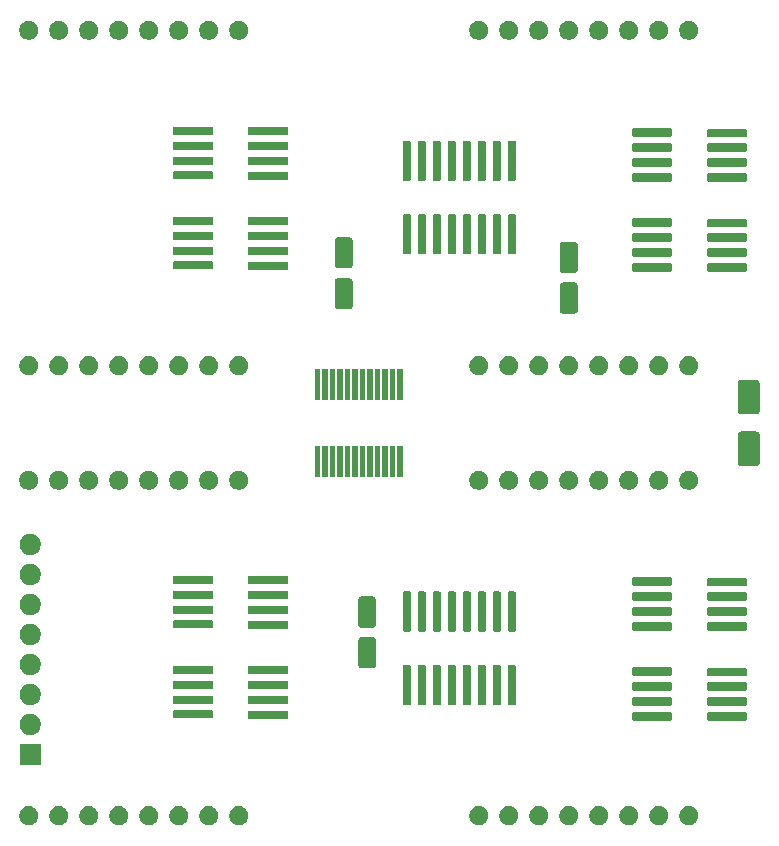
<source format=gts>
G04 #@! TF.GenerationSoftware,KiCad,Pcbnew,(5.1.5-0-10_14)*
G04 #@! TF.CreationDate,2020-06-14T22:58:27-07:00*
G04 #@! TF.ProjectId,matrix,6d617472-6978-42e6-9b69-6361645f7063,rev?*
G04 #@! TF.SameCoordinates,Original*
G04 #@! TF.FileFunction,Soldermask,Top*
G04 #@! TF.FilePolarity,Negative*
%FSLAX46Y46*%
G04 Gerber Fmt 4.6, Leading zero omitted, Abs format (unit mm)*
G04 Created by KiCad (PCBNEW (5.1.5-0-10_14)) date 2020-06-14 22:58:27*
%MOMM*%
%LPD*%
G04 APERTURE LIST*
%ADD10C,0.100000*%
G04 APERTURE END LIST*
D10*
G36*
X180450086Y-107909435D02*
G01*
X180598003Y-107970704D01*
X180687163Y-108030279D01*
X180726645Y-108056660D01*
X180731134Y-108059660D01*
X180844340Y-108172866D01*
X180933296Y-108305997D01*
X180994565Y-108453914D01*
X181025800Y-108610946D01*
X181025800Y-108771054D01*
X180994565Y-108928086D01*
X180933296Y-109076003D01*
X180873721Y-109165163D01*
X180846348Y-109206130D01*
X180844340Y-109209134D01*
X180731134Y-109322340D01*
X180598003Y-109411296D01*
X180450086Y-109472565D01*
X180293054Y-109503800D01*
X180132946Y-109503800D01*
X179975914Y-109472565D01*
X179827997Y-109411296D01*
X179694866Y-109322340D01*
X179581660Y-109209134D01*
X179579653Y-109206130D01*
X179552279Y-109165163D01*
X179492704Y-109076003D01*
X179431435Y-108928086D01*
X179400200Y-108771054D01*
X179400200Y-108610946D01*
X179431435Y-108453914D01*
X179492704Y-108305997D01*
X179581660Y-108172866D01*
X179694866Y-108059660D01*
X179699356Y-108056660D01*
X179738837Y-108030279D01*
X179827997Y-107970704D01*
X179975914Y-107909435D01*
X180132946Y-107878200D01*
X180293054Y-107878200D01*
X180450086Y-107909435D01*
G37*
G36*
X177910086Y-107909435D02*
G01*
X178058003Y-107970704D01*
X178147163Y-108030279D01*
X178186645Y-108056660D01*
X178191134Y-108059660D01*
X178304340Y-108172866D01*
X178393296Y-108305997D01*
X178454565Y-108453914D01*
X178485800Y-108610946D01*
X178485800Y-108771054D01*
X178454565Y-108928086D01*
X178393296Y-109076003D01*
X178333721Y-109165163D01*
X178306348Y-109206130D01*
X178304340Y-109209134D01*
X178191134Y-109322340D01*
X178058003Y-109411296D01*
X177910086Y-109472565D01*
X177753054Y-109503800D01*
X177592946Y-109503800D01*
X177435914Y-109472565D01*
X177287997Y-109411296D01*
X177154866Y-109322340D01*
X177041660Y-109209134D01*
X177039653Y-109206130D01*
X177012279Y-109165163D01*
X176952704Y-109076003D01*
X176891435Y-108928086D01*
X176860200Y-108771054D01*
X176860200Y-108610946D01*
X176891435Y-108453914D01*
X176952704Y-108305997D01*
X177041660Y-108172866D01*
X177154866Y-108059660D01*
X177159356Y-108056660D01*
X177198837Y-108030279D01*
X177287997Y-107970704D01*
X177435914Y-107909435D01*
X177592946Y-107878200D01*
X177753054Y-107878200D01*
X177910086Y-107909435D01*
G37*
G36*
X175370086Y-107909435D02*
G01*
X175518003Y-107970704D01*
X175607163Y-108030279D01*
X175646645Y-108056660D01*
X175651134Y-108059660D01*
X175764340Y-108172866D01*
X175853296Y-108305997D01*
X175914565Y-108453914D01*
X175945800Y-108610946D01*
X175945800Y-108771054D01*
X175914565Y-108928086D01*
X175853296Y-109076003D01*
X175793721Y-109165163D01*
X175766348Y-109206130D01*
X175764340Y-109209134D01*
X175651134Y-109322340D01*
X175518003Y-109411296D01*
X175370086Y-109472565D01*
X175213054Y-109503800D01*
X175052946Y-109503800D01*
X174895914Y-109472565D01*
X174747997Y-109411296D01*
X174614866Y-109322340D01*
X174501660Y-109209134D01*
X174499653Y-109206130D01*
X174472279Y-109165163D01*
X174412704Y-109076003D01*
X174351435Y-108928086D01*
X174320200Y-108771054D01*
X174320200Y-108610946D01*
X174351435Y-108453914D01*
X174412704Y-108305997D01*
X174501660Y-108172866D01*
X174614866Y-108059660D01*
X174619356Y-108056660D01*
X174658837Y-108030279D01*
X174747997Y-107970704D01*
X174895914Y-107909435D01*
X175052946Y-107878200D01*
X175213054Y-107878200D01*
X175370086Y-107909435D01*
G37*
G36*
X172830086Y-107909435D02*
G01*
X172978003Y-107970704D01*
X173067163Y-108030279D01*
X173106645Y-108056660D01*
X173111134Y-108059660D01*
X173224340Y-108172866D01*
X173313296Y-108305997D01*
X173374565Y-108453914D01*
X173405800Y-108610946D01*
X173405800Y-108771054D01*
X173374565Y-108928086D01*
X173313296Y-109076003D01*
X173253721Y-109165163D01*
X173226348Y-109206130D01*
X173224340Y-109209134D01*
X173111134Y-109322340D01*
X172978003Y-109411296D01*
X172830086Y-109472565D01*
X172673054Y-109503800D01*
X172512946Y-109503800D01*
X172355914Y-109472565D01*
X172207997Y-109411296D01*
X172074866Y-109322340D01*
X171961660Y-109209134D01*
X171959653Y-109206130D01*
X171932279Y-109165163D01*
X171872704Y-109076003D01*
X171811435Y-108928086D01*
X171780200Y-108771054D01*
X171780200Y-108610946D01*
X171811435Y-108453914D01*
X171872704Y-108305997D01*
X171961660Y-108172866D01*
X172074866Y-108059660D01*
X172079356Y-108056660D01*
X172118837Y-108030279D01*
X172207997Y-107970704D01*
X172355914Y-107909435D01*
X172512946Y-107878200D01*
X172673054Y-107878200D01*
X172830086Y-107909435D01*
G37*
G36*
X170290086Y-107909435D02*
G01*
X170438003Y-107970704D01*
X170527163Y-108030279D01*
X170566645Y-108056660D01*
X170571134Y-108059660D01*
X170684340Y-108172866D01*
X170773296Y-108305997D01*
X170834565Y-108453914D01*
X170865800Y-108610946D01*
X170865800Y-108771054D01*
X170834565Y-108928086D01*
X170773296Y-109076003D01*
X170713721Y-109165163D01*
X170686348Y-109206130D01*
X170684340Y-109209134D01*
X170571134Y-109322340D01*
X170438003Y-109411296D01*
X170290086Y-109472565D01*
X170133054Y-109503800D01*
X169972946Y-109503800D01*
X169815914Y-109472565D01*
X169667997Y-109411296D01*
X169534866Y-109322340D01*
X169421660Y-109209134D01*
X169419653Y-109206130D01*
X169392279Y-109165163D01*
X169332704Y-109076003D01*
X169271435Y-108928086D01*
X169240200Y-108771054D01*
X169240200Y-108610946D01*
X169271435Y-108453914D01*
X169332704Y-108305997D01*
X169421660Y-108172866D01*
X169534866Y-108059660D01*
X169539356Y-108056660D01*
X169578837Y-108030279D01*
X169667997Y-107970704D01*
X169815914Y-107909435D01*
X169972946Y-107878200D01*
X170133054Y-107878200D01*
X170290086Y-107909435D01*
G37*
G36*
X167750086Y-107909435D02*
G01*
X167898003Y-107970704D01*
X167987163Y-108030279D01*
X168026645Y-108056660D01*
X168031134Y-108059660D01*
X168144340Y-108172866D01*
X168233296Y-108305997D01*
X168294565Y-108453914D01*
X168325800Y-108610946D01*
X168325800Y-108771054D01*
X168294565Y-108928086D01*
X168233296Y-109076003D01*
X168173721Y-109165163D01*
X168146348Y-109206130D01*
X168144340Y-109209134D01*
X168031134Y-109322340D01*
X167898003Y-109411296D01*
X167750086Y-109472565D01*
X167593054Y-109503800D01*
X167432946Y-109503800D01*
X167275914Y-109472565D01*
X167127997Y-109411296D01*
X166994866Y-109322340D01*
X166881660Y-109209134D01*
X166879653Y-109206130D01*
X166852279Y-109165163D01*
X166792704Y-109076003D01*
X166731435Y-108928086D01*
X166700200Y-108771054D01*
X166700200Y-108610946D01*
X166731435Y-108453914D01*
X166792704Y-108305997D01*
X166881660Y-108172866D01*
X166994866Y-108059660D01*
X166999356Y-108056660D01*
X167038837Y-108030279D01*
X167127997Y-107970704D01*
X167275914Y-107909435D01*
X167432946Y-107878200D01*
X167593054Y-107878200D01*
X167750086Y-107909435D01*
G37*
G36*
X165210086Y-107909435D02*
G01*
X165358003Y-107970704D01*
X165447163Y-108030279D01*
X165486645Y-108056660D01*
X165491134Y-108059660D01*
X165604340Y-108172866D01*
X165693296Y-108305997D01*
X165754565Y-108453914D01*
X165785800Y-108610946D01*
X165785800Y-108771054D01*
X165754565Y-108928086D01*
X165693296Y-109076003D01*
X165633721Y-109165163D01*
X165606348Y-109206130D01*
X165604340Y-109209134D01*
X165491134Y-109322340D01*
X165358003Y-109411296D01*
X165210086Y-109472565D01*
X165053054Y-109503800D01*
X164892946Y-109503800D01*
X164735914Y-109472565D01*
X164587997Y-109411296D01*
X164454866Y-109322340D01*
X164341660Y-109209134D01*
X164339653Y-109206130D01*
X164312279Y-109165163D01*
X164252704Y-109076003D01*
X164191435Y-108928086D01*
X164160200Y-108771054D01*
X164160200Y-108610946D01*
X164191435Y-108453914D01*
X164252704Y-108305997D01*
X164341660Y-108172866D01*
X164454866Y-108059660D01*
X164459356Y-108056660D01*
X164498837Y-108030279D01*
X164587997Y-107970704D01*
X164735914Y-107909435D01*
X164892946Y-107878200D01*
X165053054Y-107878200D01*
X165210086Y-107909435D01*
G37*
G36*
X162670086Y-107909435D02*
G01*
X162818003Y-107970704D01*
X162907163Y-108030279D01*
X162946645Y-108056660D01*
X162951134Y-108059660D01*
X163064340Y-108172866D01*
X163153296Y-108305997D01*
X163214565Y-108453914D01*
X163245800Y-108610946D01*
X163245800Y-108771054D01*
X163214565Y-108928086D01*
X163153296Y-109076003D01*
X163093721Y-109165163D01*
X163066348Y-109206130D01*
X163064340Y-109209134D01*
X162951134Y-109322340D01*
X162818003Y-109411296D01*
X162670086Y-109472565D01*
X162513054Y-109503800D01*
X162352946Y-109503800D01*
X162195914Y-109472565D01*
X162047997Y-109411296D01*
X161914866Y-109322340D01*
X161801660Y-109209134D01*
X161799653Y-109206130D01*
X161772279Y-109165163D01*
X161712704Y-109076003D01*
X161651435Y-108928086D01*
X161620200Y-108771054D01*
X161620200Y-108610946D01*
X161651435Y-108453914D01*
X161712704Y-108305997D01*
X161801660Y-108172866D01*
X161914866Y-108059660D01*
X161919356Y-108056660D01*
X161958837Y-108030279D01*
X162047997Y-107970704D01*
X162195914Y-107909435D01*
X162352946Y-107878200D01*
X162513054Y-107878200D01*
X162670086Y-107909435D01*
G37*
G36*
X200770086Y-107906435D02*
G01*
X200918003Y-107967704D01*
X201051134Y-108056660D01*
X201164340Y-108169866D01*
X201164342Y-108169869D01*
X201164343Y-108169870D01*
X201193721Y-108213837D01*
X201253296Y-108302997D01*
X201314565Y-108450914D01*
X201345800Y-108607946D01*
X201345800Y-108768054D01*
X201314565Y-108925086D01*
X201253296Y-109073003D01*
X201164340Y-109206134D01*
X201051134Y-109319340D01*
X201051131Y-109319342D01*
X201051130Y-109319343D01*
X201046640Y-109322343D01*
X200918003Y-109408296D01*
X200770086Y-109469565D01*
X200613054Y-109500800D01*
X200452946Y-109500800D01*
X200295914Y-109469565D01*
X200147997Y-109408296D01*
X200019360Y-109322343D01*
X200014870Y-109319343D01*
X200014869Y-109319342D01*
X200014866Y-109319340D01*
X199901660Y-109206134D01*
X199812704Y-109073003D01*
X199751435Y-108925086D01*
X199720200Y-108768054D01*
X199720200Y-108607946D01*
X199751435Y-108450914D01*
X199812704Y-108302997D01*
X199872279Y-108213837D01*
X199901657Y-108169870D01*
X199901658Y-108169869D01*
X199901660Y-108169866D01*
X200014866Y-108056660D01*
X200147997Y-107967704D01*
X200295914Y-107906435D01*
X200452946Y-107875200D01*
X200613054Y-107875200D01*
X200770086Y-107906435D01*
G37*
G36*
X213470086Y-107906435D02*
G01*
X213618003Y-107967704D01*
X213751134Y-108056660D01*
X213864340Y-108169866D01*
X213864342Y-108169869D01*
X213864343Y-108169870D01*
X213893721Y-108213837D01*
X213953296Y-108302997D01*
X214014565Y-108450914D01*
X214045800Y-108607946D01*
X214045800Y-108768054D01*
X214014565Y-108925086D01*
X213953296Y-109073003D01*
X213864340Y-109206134D01*
X213751134Y-109319340D01*
X213751131Y-109319342D01*
X213751130Y-109319343D01*
X213746640Y-109322343D01*
X213618003Y-109408296D01*
X213470086Y-109469565D01*
X213313054Y-109500800D01*
X213152946Y-109500800D01*
X212995914Y-109469565D01*
X212847997Y-109408296D01*
X212719360Y-109322343D01*
X212714870Y-109319343D01*
X212714869Y-109319342D01*
X212714866Y-109319340D01*
X212601660Y-109206134D01*
X212512704Y-109073003D01*
X212451435Y-108925086D01*
X212420200Y-108768054D01*
X212420200Y-108607946D01*
X212451435Y-108450914D01*
X212512704Y-108302997D01*
X212572279Y-108213837D01*
X212601657Y-108169870D01*
X212601658Y-108169869D01*
X212601660Y-108169866D01*
X212714866Y-108056660D01*
X212847997Y-107967704D01*
X212995914Y-107906435D01*
X213152946Y-107875200D01*
X213313054Y-107875200D01*
X213470086Y-107906435D01*
G37*
G36*
X203310086Y-107906435D02*
G01*
X203458003Y-107967704D01*
X203591134Y-108056660D01*
X203704340Y-108169866D01*
X203704342Y-108169869D01*
X203704343Y-108169870D01*
X203733721Y-108213837D01*
X203793296Y-108302997D01*
X203854565Y-108450914D01*
X203885800Y-108607946D01*
X203885800Y-108768054D01*
X203854565Y-108925086D01*
X203793296Y-109073003D01*
X203704340Y-109206134D01*
X203591134Y-109319340D01*
X203591131Y-109319342D01*
X203591130Y-109319343D01*
X203586640Y-109322343D01*
X203458003Y-109408296D01*
X203310086Y-109469565D01*
X203153054Y-109500800D01*
X202992946Y-109500800D01*
X202835914Y-109469565D01*
X202687997Y-109408296D01*
X202559360Y-109322343D01*
X202554870Y-109319343D01*
X202554869Y-109319342D01*
X202554866Y-109319340D01*
X202441660Y-109206134D01*
X202352704Y-109073003D01*
X202291435Y-108925086D01*
X202260200Y-108768054D01*
X202260200Y-108607946D01*
X202291435Y-108450914D01*
X202352704Y-108302997D01*
X202412279Y-108213837D01*
X202441657Y-108169870D01*
X202441658Y-108169869D01*
X202441660Y-108169866D01*
X202554866Y-108056660D01*
X202687997Y-107967704D01*
X202835914Y-107906435D01*
X202992946Y-107875200D01*
X203153054Y-107875200D01*
X203310086Y-107906435D01*
G37*
G36*
X205850086Y-107906435D02*
G01*
X205998003Y-107967704D01*
X206131134Y-108056660D01*
X206244340Y-108169866D01*
X206244342Y-108169869D01*
X206244343Y-108169870D01*
X206273721Y-108213837D01*
X206333296Y-108302997D01*
X206394565Y-108450914D01*
X206425800Y-108607946D01*
X206425800Y-108768054D01*
X206394565Y-108925086D01*
X206333296Y-109073003D01*
X206244340Y-109206134D01*
X206131134Y-109319340D01*
X206131131Y-109319342D01*
X206131130Y-109319343D01*
X206126640Y-109322343D01*
X205998003Y-109408296D01*
X205850086Y-109469565D01*
X205693054Y-109500800D01*
X205532946Y-109500800D01*
X205375914Y-109469565D01*
X205227997Y-109408296D01*
X205099360Y-109322343D01*
X205094870Y-109319343D01*
X205094869Y-109319342D01*
X205094866Y-109319340D01*
X204981660Y-109206134D01*
X204892704Y-109073003D01*
X204831435Y-108925086D01*
X204800200Y-108768054D01*
X204800200Y-108607946D01*
X204831435Y-108450914D01*
X204892704Y-108302997D01*
X204952279Y-108213837D01*
X204981657Y-108169870D01*
X204981658Y-108169869D01*
X204981660Y-108169866D01*
X205094866Y-108056660D01*
X205227997Y-107967704D01*
X205375914Y-107906435D01*
X205532946Y-107875200D01*
X205693054Y-107875200D01*
X205850086Y-107906435D01*
G37*
G36*
X208390086Y-107906435D02*
G01*
X208538003Y-107967704D01*
X208671134Y-108056660D01*
X208784340Y-108169866D01*
X208784342Y-108169869D01*
X208784343Y-108169870D01*
X208813721Y-108213837D01*
X208873296Y-108302997D01*
X208934565Y-108450914D01*
X208965800Y-108607946D01*
X208965800Y-108768054D01*
X208934565Y-108925086D01*
X208873296Y-109073003D01*
X208784340Y-109206134D01*
X208671134Y-109319340D01*
X208671131Y-109319342D01*
X208671130Y-109319343D01*
X208666640Y-109322343D01*
X208538003Y-109408296D01*
X208390086Y-109469565D01*
X208233054Y-109500800D01*
X208072946Y-109500800D01*
X207915914Y-109469565D01*
X207767997Y-109408296D01*
X207639360Y-109322343D01*
X207634870Y-109319343D01*
X207634869Y-109319342D01*
X207634866Y-109319340D01*
X207521660Y-109206134D01*
X207432704Y-109073003D01*
X207371435Y-108925086D01*
X207340200Y-108768054D01*
X207340200Y-108607946D01*
X207371435Y-108450914D01*
X207432704Y-108302997D01*
X207492279Y-108213837D01*
X207521657Y-108169870D01*
X207521658Y-108169869D01*
X207521660Y-108169866D01*
X207634866Y-108056660D01*
X207767997Y-107967704D01*
X207915914Y-107906435D01*
X208072946Y-107875200D01*
X208233054Y-107875200D01*
X208390086Y-107906435D01*
G37*
G36*
X210930086Y-107906435D02*
G01*
X211078003Y-107967704D01*
X211211134Y-108056660D01*
X211324340Y-108169866D01*
X211324342Y-108169869D01*
X211324343Y-108169870D01*
X211353721Y-108213837D01*
X211413296Y-108302997D01*
X211474565Y-108450914D01*
X211505800Y-108607946D01*
X211505800Y-108768054D01*
X211474565Y-108925086D01*
X211413296Y-109073003D01*
X211324340Y-109206134D01*
X211211134Y-109319340D01*
X211211131Y-109319342D01*
X211211130Y-109319343D01*
X211206640Y-109322343D01*
X211078003Y-109408296D01*
X210930086Y-109469565D01*
X210773054Y-109500800D01*
X210612946Y-109500800D01*
X210455914Y-109469565D01*
X210307997Y-109408296D01*
X210179360Y-109322343D01*
X210174870Y-109319343D01*
X210174869Y-109319342D01*
X210174866Y-109319340D01*
X210061660Y-109206134D01*
X209972704Y-109073003D01*
X209911435Y-108925086D01*
X209880200Y-108768054D01*
X209880200Y-108607946D01*
X209911435Y-108450914D01*
X209972704Y-108302997D01*
X210032279Y-108213837D01*
X210061657Y-108169870D01*
X210061658Y-108169869D01*
X210061660Y-108169866D01*
X210174866Y-108056660D01*
X210307997Y-107967704D01*
X210455914Y-107906435D01*
X210612946Y-107875200D01*
X210773054Y-107875200D01*
X210930086Y-107906435D01*
G37*
G36*
X216010086Y-107906435D02*
G01*
X216158003Y-107967704D01*
X216291134Y-108056660D01*
X216404340Y-108169866D01*
X216404342Y-108169869D01*
X216404343Y-108169870D01*
X216433721Y-108213837D01*
X216493296Y-108302997D01*
X216554565Y-108450914D01*
X216585800Y-108607946D01*
X216585800Y-108768054D01*
X216554565Y-108925086D01*
X216493296Y-109073003D01*
X216404340Y-109206134D01*
X216291134Y-109319340D01*
X216291131Y-109319342D01*
X216291130Y-109319343D01*
X216286640Y-109322343D01*
X216158003Y-109408296D01*
X216010086Y-109469565D01*
X215853054Y-109500800D01*
X215692946Y-109500800D01*
X215535914Y-109469565D01*
X215387997Y-109408296D01*
X215259360Y-109322343D01*
X215254870Y-109319343D01*
X215254869Y-109319342D01*
X215254866Y-109319340D01*
X215141660Y-109206134D01*
X215052704Y-109073003D01*
X214991435Y-108925086D01*
X214960200Y-108768054D01*
X214960200Y-108607946D01*
X214991435Y-108450914D01*
X215052704Y-108302997D01*
X215112279Y-108213837D01*
X215141657Y-108169870D01*
X215141658Y-108169869D01*
X215141660Y-108169866D01*
X215254866Y-108056660D01*
X215387997Y-107967704D01*
X215535914Y-107906435D01*
X215692946Y-107875200D01*
X215853054Y-107875200D01*
X216010086Y-107906435D01*
G37*
G36*
X218550086Y-107906435D02*
G01*
X218698003Y-107967704D01*
X218831134Y-108056660D01*
X218944340Y-108169866D01*
X218944342Y-108169869D01*
X218944343Y-108169870D01*
X218973721Y-108213837D01*
X219033296Y-108302997D01*
X219094565Y-108450914D01*
X219125800Y-108607946D01*
X219125800Y-108768054D01*
X219094565Y-108925086D01*
X219033296Y-109073003D01*
X218944340Y-109206134D01*
X218831134Y-109319340D01*
X218831131Y-109319342D01*
X218831130Y-109319343D01*
X218826640Y-109322343D01*
X218698003Y-109408296D01*
X218550086Y-109469565D01*
X218393054Y-109500800D01*
X218232946Y-109500800D01*
X218075914Y-109469565D01*
X217927997Y-109408296D01*
X217799360Y-109322343D01*
X217794870Y-109319343D01*
X217794869Y-109319342D01*
X217794866Y-109319340D01*
X217681660Y-109206134D01*
X217592704Y-109073003D01*
X217531435Y-108925086D01*
X217500200Y-108768054D01*
X217500200Y-108607946D01*
X217531435Y-108450914D01*
X217592704Y-108302997D01*
X217652279Y-108213837D01*
X217681657Y-108169870D01*
X217681658Y-108169869D01*
X217681660Y-108169866D01*
X217794866Y-108056660D01*
X217927997Y-107967704D01*
X218075914Y-107906435D01*
X218232946Y-107875200D01*
X218393054Y-107875200D01*
X218550086Y-107906435D01*
G37*
G36*
X163460800Y-104405800D02*
G01*
X161659200Y-104405800D01*
X161659200Y-102604200D01*
X163460800Y-102604200D01*
X163460800Y-104405800D01*
G37*
G36*
X162822754Y-100098817D02*
G01*
X162986689Y-100166721D01*
X163134227Y-100265303D01*
X163259697Y-100390773D01*
X163358279Y-100538311D01*
X163426183Y-100702246D01*
X163460800Y-100876279D01*
X163460800Y-101053721D01*
X163426183Y-101227754D01*
X163358279Y-101391689D01*
X163259697Y-101539227D01*
X163134227Y-101664697D01*
X162986689Y-101763279D01*
X162822754Y-101831183D01*
X162648721Y-101865800D01*
X162471279Y-101865800D01*
X162297246Y-101831183D01*
X162133311Y-101763279D01*
X161985773Y-101664697D01*
X161860303Y-101539227D01*
X161761721Y-101391689D01*
X161693817Y-101227754D01*
X161659200Y-101053721D01*
X161659200Y-100876279D01*
X161693817Y-100702246D01*
X161761721Y-100538311D01*
X161860303Y-100390773D01*
X161985773Y-100265303D01*
X162133311Y-100166721D01*
X162297246Y-100098817D01*
X162471279Y-100064200D01*
X162648721Y-100064200D01*
X162822754Y-100098817D01*
G37*
G36*
X216788015Y-99948223D02*
G01*
X216816106Y-99956744D01*
X216841998Y-99970584D01*
X216864692Y-99989208D01*
X216883316Y-100011902D01*
X216897156Y-100037794D01*
X216905677Y-100065885D01*
X216908800Y-100097591D01*
X216908800Y-100494209D01*
X216905677Y-100525915D01*
X216897156Y-100554006D01*
X216883316Y-100579898D01*
X216864692Y-100602592D01*
X216841998Y-100621216D01*
X216816106Y-100635056D01*
X216788015Y-100643577D01*
X216756309Y-100646700D01*
X213657691Y-100646700D01*
X213625985Y-100643577D01*
X213597894Y-100635056D01*
X213572002Y-100621216D01*
X213549308Y-100602592D01*
X213530684Y-100579898D01*
X213516844Y-100554006D01*
X213508323Y-100525915D01*
X213505200Y-100494209D01*
X213505200Y-100097591D01*
X213508323Y-100065885D01*
X213516844Y-100037794D01*
X213530684Y-100011902D01*
X213549308Y-99989208D01*
X213572002Y-99970584D01*
X213597894Y-99956744D01*
X213625985Y-99948223D01*
X213657691Y-99945100D01*
X216756309Y-99945100D01*
X216788015Y-99948223D01*
G37*
G36*
X223135015Y-99948223D02*
G01*
X223163106Y-99956744D01*
X223188998Y-99970584D01*
X223211692Y-99989208D01*
X223230316Y-100011902D01*
X223244156Y-100037794D01*
X223252677Y-100065885D01*
X223255800Y-100097591D01*
X223255800Y-100494209D01*
X223252677Y-100525915D01*
X223244156Y-100554006D01*
X223230316Y-100579898D01*
X223211692Y-100602592D01*
X223188998Y-100621216D01*
X223163106Y-100635056D01*
X223135015Y-100643577D01*
X223103309Y-100646700D01*
X220004691Y-100646700D01*
X219972985Y-100643577D01*
X219944894Y-100635056D01*
X219919002Y-100621216D01*
X219896308Y-100602592D01*
X219877684Y-100579898D01*
X219863844Y-100554006D01*
X219855323Y-100525915D01*
X219852200Y-100494209D01*
X219852200Y-100097591D01*
X219855323Y-100065885D01*
X219863844Y-100037794D01*
X219877684Y-100011902D01*
X219896308Y-99989208D01*
X219919002Y-99970584D01*
X219944894Y-99956744D01*
X219972985Y-99948223D01*
X220004691Y-99945100D01*
X223103309Y-99945100D01*
X223135015Y-99948223D01*
G37*
G36*
X184274515Y-99813223D02*
G01*
X184302606Y-99821744D01*
X184328498Y-99835584D01*
X184351192Y-99854208D01*
X184369816Y-99876902D01*
X184383656Y-99902794D01*
X184392177Y-99930885D01*
X184395300Y-99962591D01*
X184395300Y-100359209D01*
X184392177Y-100390915D01*
X184383656Y-100419006D01*
X184369816Y-100444898D01*
X184351192Y-100467592D01*
X184328498Y-100486216D01*
X184302606Y-100500056D01*
X184274515Y-100508577D01*
X184242809Y-100511700D01*
X181144191Y-100511700D01*
X181112485Y-100508577D01*
X181084394Y-100500056D01*
X181058502Y-100486216D01*
X181035808Y-100467592D01*
X181017184Y-100444898D01*
X181003344Y-100419006D01*
X180994823Y-100390915D01*
X180991700Y-100359209D01*
X180991700Y-99962591D01*
X180994823Y-99930885D01*
X181003344Y-99902794D01*
X181017184Y-99876902D01*
X181035808Y-99854208D01*
X181058502Y-99835584D01*
X181084394Y-99821744D01*
X181112485Y-99813223D01*
X181144191Y-99810100D01*
X184242809Y-99810100D01*
X184274515Y-99813223D01*
G37*
G36*
X177924515Y-99749723D02*
G01*
X177952606Y-99758244D01*
X177978498Y-99772084D01*
X178001192Y-99790708D01*
X178019816Y-99813402D01*
X178033656Y-99839294D01*
X178042177Y-99867385D01*
X178045300Y-99899091D01*
X178045300Y-100295709D01*
X178042177Y-100327415D01*
X178033656Y-100355506D01*
X178019816Y-100381398D01*
X178001192Y-100404092D01*
X177978498Y-100422716D01*
X177952606Y-100436556D01*
X177924515Y-100445077D01*
X177892809Y-100448200D01*
X174794191Y-100448200D01*
X174762485Y-100445077D01*
X174734394Y-100436556D01*
X174708502Y-100422716D01*
X174685808Y-100404092D01*
X174667184Y-100381398D01*
X174653344Y-100355506D01*
X174644823Y-100327415D01*
X174641700Y-100295709D01*
X174641700Y-99899091D01*
X174644823Y-99867385D01*
X174653344Y-99839294D01*
X174667184Y-99813402D01*
X174685808Y-99790708D01*
X174708502Y-99772084D01*
X174734394Y-99758244D01*
X174762485Y-99749723D01*
X174794191Y-99746600D01*
X177892809Y-99746600D01*
X177924515Y-99749723D01*
G37*
G36*
X216788015Y-98678223D02*
G01*
X216816106Y-98686744D01*
X216841998Y-98700584D01*
X216864692Y-98719208D01*
X216883316Y-98741902D01*
X216897156Y-98767794D01*
X216905677Y-98795885D01*
X216908800Y-98827591D01*
X216908800Y-99224209D01*
X216905677Y-99255915D01*
X216897156Y-99284006D01*
X216883316Y-99309898D01*
X216864692Y-99332592D01*
X216841998Y-99351216D01*
X216816106Y-99365056D01*
X216788015Y-99373577D01*
X216756309Y-99376700D01*
X213657691Y-99376700D01*
X213625985Y-99373577D01*
X213597894Y-99365056D01*
X213572002Y-99351216D01*
X213549308Y-99332592D01*
X213530684Y-99309898D01*
X213516844Y-99284006D01*
X213508323Y-99255915D01*
X213505200Y-99224209D01*
X213505200Y-98827591D01*
X213508323Y-98795885D01*
X213516844Y-98767794D01*
X213530684Y-98741902D01*
X213549308Y-98719208D01*
X213572002Y-98700584D01*
X213597894Y-98686744D01*
X213625985Y-98678223D01*
X213657691Y-98675100D01*
X216756309Y-98675100D01*
X216788015Y-98678223D01*
G37*
G36*
X223135015Y-98678223D02*
G01*
X223163106Y-98686744D01*
X223188998Y-98700584D01*
X223211692Y-98719208D01*
X223230316Y-98741902D01*
X223244156Y-98767794D01*
X223252677Y-98795885D01*
X223255800Y-98827591D01*
X223255800Y-99224209D01*
X223252677Y-99255915D01*
X223244156Y-99284006D01*
X223230316Y-99309898D01*
X223211692Y-99332592D01*
X223188998Y-99351216D01*
X223163106Y-99365056D01*
X223135015Y-99373577D01*
X223103309Y-99376700D01*
X220004691Y-99376700D01*
X219972985Y-99373577D01*
X219944894Y-99365056D01*
X219919002Y-99351216D01*
X219896308Y-99332592D01*
X219877684Y-99309898D01*
X219863844Y-99284006D01*
X219855323Y-99255915D01*
X219852200Y-99224209D01*
X219852200Y-98827591D01*
X219855323Y-98795885D01*
X219863844Y-98767794D01*
X219877684Y-98741902D01*
X219896308Y-98719208D01*
X219919002Y-98700584D01*
X219944894Y-98686744D01*
X219972985Y-98678223D01*
X220004691Y-98675100D01*
X223103309Y-98675100D01*
X223135015Y-98678223D01*
G37*
G36*
X194667015Y-95938923D02*
G01*
X194695106Y-95947444D01*
X194720998Y-95961284D01*
X194743692Y-95979908D01*
X194762316Y-96002602D01*
X194776156Y-96028494D01*
X194784677Y-96056585D01*
X194787800Y-96088291D01*
X194787800Y-99186909D01*
X194784677Y-99218615D01*
X194776156Y-99246706D01*
X194762316Y-99272598D01*
X194743692Y-99295292D01*
X194720998Y-99313916D01*
X194695106Y-99327756D01*
X194667015Y-99336277D01*
X194635309Y-99339400D01*
X194238691Y-99339400D01*
X194206985Y-99336277D01*
X194178894Y-99327756D01*
X194153002Y-99313916D01*
X194130308Y-99295292D01*
X194111684Y-99272598D01*
X194097844Y-99246706D01*
X194089323Y-99218615D01*
X194086200Y-99186909D01*
X194086200Y-96088291D01*
X194089323Y-96056585D01*
X194097844Y-96028494D01*
X194111684Y-96002602D01*
X194130308Y-95979908D01*
X194153002Y-95961284D01*
X194178894Y-95947444D01*
X194206985Y-95938923D01*
X194238691Y-95935800D01*
X194635309Y-95935800D01*
X194667015Y-95938923D01*
G37*
G36*
X162822754Y-97558817D02*
G01*
X162986689Y-97626721D01*
X163134227Y-97725303D01*
X163259697Y-97850773D01*
X163358279Y-97998311D01*
X163426183Y-98162246D01*
X163460800Y-98336279D01*
X163460800Y-98513721D01*
X163426183Y-98687754D01*
X163358279Y-98851689D01*
X163259697Y-98999227D01*
X163134227Y-99124697D01*
X162986689Y-99223279D01*
X162822754Y-99291183D01*
X162648721Y-99325800D01*
X162471279Y-99325800D01*
X162297246Y-99291183D01*
X162133311Y-99223279D01*
X161985773Y-99124697D01*
X161860303Y-98999227D01*
X161761721Y-98851689D01*
X161693817Y-98687754D01*
X161659200Y-98513721D01*
X161659200Y-98336279D01*
X161693817Y-98162246D01*
X161761721Y-97998311D01*
X161860303Y-97850773D01*
X161985773Y-97725303D01*
X162133311Y-97626721D01*
X162297246Y-97558817D01*
X162471279Y-97524200D01*
X162648721Y-97524200D01*
X162822754Y-97558817D01*
G37*
G36*
X201017015Y-95924723D02*
G01*
X201045106Y-95933244D01*
X201070998Y-95947084D01*
X201093692Y-95965708D01*
X201112316Y-95988402D01*
X201126156Y-96014294D01*
X201134677Y-96042385D01*
X201137800Y-96074091D01*
X201137800Y-99172709D01*
X201134677Y-99204415D01*
X201126156Y-99232506D01*
X201112316Y-99258398D01*
X201093692Y-99281092D01*
X201070998Y-99299716D01*
X201045106Y-99313556D01*
X201017015Y-99322077D01*
X200985309Y-99325200D01*
X200588691Y-99325200D01*
X200556985Y-99322077D01*
X200528894Y-99313556D01*
X200503002Y-99299716D01*
X200480308Y-99281092D01*
X200461684Y-99258398D01*
X200447844Y-99232506D01*
X200439323Y-99204415D01*
X200436200Y-99172709D01*
X200436200Y-96074091D01*
X200439323Y-96042385D01*
X200447844Y-96014294D01*
X200461684Y-95988402D01*
X200480308Y-95965708D01*
X200503002Y-95947084D01*
X200528894Y-95933244D01*
X200556985Y-95924723D01*
X200588691Y-95921600D01*
X200985309Y-95921600D01*
X201017015Y-95924723D01*
G37*
G36*
X202287015Y-95924723D02*
G01*
X202315106Y-95933244D01*
X202340998Y-95947084D01*
X202363692Y-95965708D01*
X202382316Y-95988402D01*
X202396156Y-96014294D01*
X202404677Y-96042385D01*
X202407800Y-96074091D01*
X202407800Y-99172709D01*
X202404677Y-99204415D01*
X202396156Y-99232506D01*
X202382316Y-99258398D01*
X202363692Y-99281092D01*
X202340998Y-99299716D01*
X202315106Y-99313556D01*
X202287015Y-99322077D01*
X202255309Y-99325200D01*
X201858691Y-99325200D01*
X201826985Y-99322077D01*
X201798894Y-99313556D01*
X201773002Y-99299716D01*
X201750308Y-99281092D01*
X201731684Y-99258398D01*
X201717844Y-99232506D01*
X201709323Y-99204415D01*
X201706200Y-99172709D01*
X201706200Y-96074091D01*
X201709323Y-96042385D01*
X201717844Y-96014294D01*
X201731684Y-95988402D01*
X201750308Y-95965708D01*
X201773002Y-95947084D01*
X201798894Y-95933244D01*
X201826985Y-95924723D01*
X201858691Y-95921600D01*
X202255309Y-95921600D01*
X202287015Y-95924723D01*
G37*
G36*
X203557015Y-95924723D02*
G01*
X203585106Y-95933244D01*
X203610998Y-95947084D01*
X203633692Y-95965708D01*
X203652316Y-95988402D01*
X203666156Y-96014294D01*
X203674677Y-96042385D01*
X203677800Y-96074091D01*
X203677800Y-99172709D01*
X203674677Y-99204415D01*
X203666156Y-99232506D01*
X203652316Y-99258398D01*
X203633692Y-99281092D01*
X203610998Y-99299716D01*
X203585106Y-99313556D01*
X203557015Y-99322077D01*
X203525309Y-99325200D01*
X203128691Y-99325200D01*
X203096985Y-99322077D01*
X203068894Y-99313556D01*
X203043002Y-99299716D01*
X203020308Y-99281092D01*
X203001684Y-99258398D01*
X202987844Y-99232506D01*
X202979323Y-99204415D01*
X202976200Y-99172709D01*
X202976200Y-96074091D01*
X202979323Y-96042385D01*
X202987844Y-96014294D01*
X203001684Y-95988402D01*
X203020308Y-95965708D01*
X203043002Y-95947084D01*
X203068894Y-95933244D01*
X203096985Y-95924723D01*
X203128691Y-95921600D01*
X203525309Y-95921600D01*
X203557015Y-95924723D01*
G37*
G36*
X199747015Y-95924723D02*
G01*
X199775106Y-95933244D01*
X199800998Y-95947084D01*
X199823692Y-95965708D01*
X199842316Y-95988402D01*
X199856156Y-96014294D01*
X199864677Y-96042385D01*
X199867800Y-96074091D01*
X199867800Y-99172709D01*
X199864677Y-99204415D01*
X199856156Y-99232506D01*
X199842316Y-99258398D01*
X199823692Y-99281092D01*
X199800998Y-99299716D01*
X199775106Y-99313556D01*
X199747015Y-99322077D01*
X199715309Y-99325200D01*
X199318691Y-99325200D01*
X199286985Y-99322077D01*
X199258894Y-99313556D01*
X199233002Y-99299716D01*
X199210308Y-99281092D01*
X199191684Y-99258398D01*
X199177844Y-99232506D01*
X199169323Y-99204415D01*
X199166200Y-99172709D01*
X199166200Y-96074091D01*
X199169323Y-96042385D01*
X199177844Y-96014294D01*
X199191684Y-95988402D01*
X199210308Y-95965708D01*
X199233002Y-95947084D01*
X199258894Y-95933244D01*
X199286985Y-95924723D01*
X199318691Y-95921600D01*
X199715309Y-95921600D01*
X199747015Y-95924723D01*
G37*
G36*
X198477015Y-95924723D02*
G01*
X198505106Y-95933244D01*
X198530998Y-95947084D01*
X198553692Y-95965708D01*
X198572316Y-95988402D01*
X198586156Y-96014294D01*
X198594677Y-96042385D01*
X198597800Y-96074091D01*
X198597800Y-99172709D01*
X198594677Y-99204415D01*
X198586156Y-99232506D01*
X198572316Y-99258398D01*
X198553692Y-99281092D01*
X198530998Y-99299716D01*
X198505106Y-99313556D01*
X198477015Y-99322077D01*
X198445309Y-99325200D01*
X198048691Y-99325200D01*
X198016985Y-99322077D01*
X197988894Y-99313556D01*
X197963002Y-99299716D01*
X197940308Y-99281092D01*
X197921684Y-99258398D01*
X197907844Y-99232506D01*
X197899323Y-99204415D01*
X197896200Y-99172709D01*
X197896200Y-96074091D01*
X197899323Y-96042385D01*
X197907844Y-96014294D01*
X197921684Y-95988402D01*
X197940308Y-95965708D01*
X197963002Y-95947084D01*
X197988894Y-95933244D01*
X198016985Y-95924723D01*
X198048691Y-95921600D01*
X198445309Y-95921600D01*
X198477015Y-95924723D01*
G37*
G36*
X197207015Y-95924723D02*
G01*
X197235106Y-95933244D01*
X197260998Y-95947084D01*
X197283692Y-95965708D01*
X197302316Y-95988402D01*
X197316156Y-96014294D01*
X197324677Y-96042385D01*
X197327800Y-96074091D01*
X197327800Y-99172709D01*
X197324677Y-99204415D01*
X197316156Y-99232506D01*
X197302316Y-99258398D01*
X197283692Y-99281092D01*
X197260998Y-99299716D01*
X197235106Y-99313556D01*
X197207015Y-99322077D01*
X197175309Y-99325200D01*
X196778691Y-99325200D01*
X196746985Y-99322077D01*
X196718894Y-99313556D01*
X196693002Y-99299716D01*
X196670308Y-99281092D01*
X196651684Y-99258398D01*
X196637844Y-99232506D01*
X196629323Y-99204415D01*
X196626200Y-99172709D01*
X196626200Y-96074091D01*
X196629323Y-96042385D01*
X196637844Y-96014294D01*
X196651684Y-95988402D01*
X196670308Y-95965708D01*
X196693002Y-95947084D01*
X196718894Y-95933244D01*
X196746985Y-95924723D01*
X196778691Y-95921600D01*
X197175309Y-95921600D01*
X197207015Y-95924723D01*
G37*
G36*
X195937015Y-95924723D02*
G01*
X195965106Y-95933244D01*
X195990998Y-95947084D01*
X196013692Y-95965708D01*
X196032316Y-95988402D01*
X196046156Y-96014294D01*
X196054677Y-96042385D01*
X196057800Y-96074091D01*
X196057800Y-99172709D01*
X196054677Y-99204415D01*
X196046156Y-99232506D01*
X196032316Y-99258398D01*
X196013692Y-99281092D01*
X195990998Y-99299716D01*
X195965106Y-99313556D01*
X195937015Y-99322077D01*
X195905309Y-99325200D01*
X195508691Y-99325200D01*
X195476985Y-99322077D01*
X195448894Y-99313556D01*
X195423002Y-99299716D01*
X195400308Y-99281092D01*
X195381684Y-99258398D01*
X195367844Y-99232506D01*
X195359323Y-99204415D01*
X195356200Y-99172709D01*
X195356200Y-96074091D01*
X195359323Y-96042385D01*
X195367844Y-96014294D01*
X195381684Y-95988402D01*
X195400308Y-95965708D01*
X195423002Y-95947084D01*
X195448894Y-95933244D01*
X195476985Y-95924723D01*
X195508691Y-95921600D01*
X195905309Y-95921600D01*
X195937015Y-95924723D01*
G37*
G36*
X177926015Y-98543223D02*
G01*
X177954106Y-98551744D01*
X177979998Y-98565584D01*
X178002692Y-98584208D01*
X178021316Y-98606902D01*
X178035156Y-98632794D01*
X178043677Y-98660885D01*
X178046800Y-98692591D01*
X178046800Y-99089209D01*
X178043677Y-99120915D01*
X178035156Y-99149006D01*
X178021316Y-99174898D01*
X178002692Y-99197592D01*
X177979998Y-99216216D01*
X177954106Y-99230056D01*
X177926015Y-99238577D01*
X177894309Y-99241700D01*
X174795691Y-99241700D01*
X174763985Y-99238577D01*
X174735894Y-99230056D01*
X174710002Y-99216216D01*
X174687308Y-99197592D01*
X174668684Y-99174898D01*
X174654844Y-99149006D01*
X174646323Y-99120915D01*
X174643200Y-99089209D01*
X174643200Y-98692591D01*
X174646323Y-98660885D01*
X174654844Y-98632794D01*
X174668684Y-98606902D01*
X174687308Y-98584208D01*
X174710002Y-98565584D01*
X174735894Y-98551744D01*
X174763985Y-98543223D01*
X174795691Y-98540100D01*
X177894309Y-98540100D01*
X177926015Y-98543223D01*
G37*
G36*
X184273015Y-98543223D02*
G01*
X184301106Y-98551744D01*
X184326998Y-98565584D01*
X184349692Y-98584208D01*
X184368316Y-98606902D01*
X184382156Y-98632794D01*
X184390677Y-98660885D01*
X184393800Y-98692591D01*
X184393800Y-99089209D01*
X184390677Y-99120915D01*
X184382156Y-99149006D01*
X184368316Y-99174898D01*
X184349692Y-99197592D01*
X184326998Y-99216216D01*
X184301106Y-99230056D01*
X184273015Y-99238577D01*
X184241309Y-99241700D01*
X181142691Y-99241700D01*
X181110985Y-99238577D01*
X181082894Y-99230056D01*
X181057002Y-99216216D01*
X181034308Y-99197592D01*
X181015684Y-99174898D01*
X181001844Y-99149006D01*
X180993323Y-99120915D01*
X180990200Y-99089209D01*
X180990200Y-98692591D01*
X180993323Y-98660885D01*
X181001844Y-98632794D01*
X181015684Y-98606902D01*
X181034308Y-98584208D01*
X181057002Y-98565584D01*
X181082894Y-98551744D01*
X181110985Y-98543223D01*
X181142691Y-98540100D01*
X184241309Y-98540100D01*
X184273015Y-98543223D01*
G37*
G36*
X216788015Y-97408223D02*
G01*
X216816106Y-97416744D01*
X216841998Y-97430584D01*
X216864692Y-97449208D01*
X216883316Y-97471902D01*
X216897156Y-97497794D01*
X216905677Y-97525885D01*
X216908800Y-97557591D01*
X216908800Y-97954209D01*
X216905677Y-97985915D01*
X216897156Y-98014006D01*
X216883316Y-98039898D01*
X216864692Y-98062592D01*
X216841998Y-98081216D01*
X216816106Y-98095056D01*
X216788015Y-98103577D01*
X216756309Y-98106700D01*
X213657691Y-98106700D01*
X213625985Y-98103577D01*
X213597894Y-98095056D01*
X213572002Y-98081216D01*
X213549308Y-98062592D01*
X213530684Y-98039898D01*
X213516844Y-98014006D01*
X213508323Y-97985915D01*
X213505200Y-97954209D01*
X213505200Y-97557591D01*
X213508323Y-97525885D01*
X213516844Y-97497794D01*
X213530684Y-97471902D01*
X213549308Y-97449208D01*
X213572002Y-97430584D01*
X213597894Y-97416744D01*
X213625985Y-97408223D01*
X213657691Y-97405100D01*
X216756309Y-97405100D01*
X216788015Y-97408223D01*
G37*
G36*
X223135015Y-97408223D02*
G01*
X223163106Y-97416744D01*
X223188998Y-97430584D01*
X223211692Y-97449208D01*
X223230316Y-97471902D01*
X223244156Y-97497794D01*
X223252677Y-97525885D01*
X223255800Y-97557591D01*
X223255800Y-97954209D01*
X223252677Y-97985915D01*
X223244156Y-98014006D01*
X223230316Y-98039898D01*
X223211692Y-98062592D01*
X223188998Y-98081216D01*
X223163106Y-98095056D01*
X223135015Y-98103577D01*
X223103309Y-98106700D01*
X220004691Y-98106700D01*
X219972985Y-98103577D01*
X219944894Y-98095056D01*
X219919002Y-98081216D01*
X219896308Y-98062592D01*
X219877684Y-98039898D01*
X219863844Y-98014006D01*
X219855323Y-97985915D01*
X219852200Y-97954209D01*
X219852200Y-97557591D01*
X219855323Y-97525885D01*
X219863844Y-97497794D01*
X219877684Y-97471902D01*
X219896308Y-97449208D01*
X219919002Y-97430584D01*
X219944894Y-97416744D01*
X219972985Y-97408223D01*
X220004691Y-97405100D01*
X223103309Y-97405100D01*
X223135015Y-97408223D01*
G37*
G36*
X177926015Y-97273223D02*
G01*
X177954106Y-97281744D01*
X177979998Y-97295584D01*
X178002692Y-97314208D01*
X178021316Y-97336902D01*
X178035156Y-97362794D01*
X178043677Y-97390885D01*
X178046800Y-97422591D01*
X178046800Y-97819209D01*
X178043677Y-97850915D01*
X178035156Y-97879006D01*
X178021316Y-97904898D01*
X178002692Y-97927592D01*
X177979998Y-97946216D01*
X177954106Y-97960056D01*
X177926015Y-97968577D01*
X177894309Y-97971700D01*
X174795691Y-97971700D01*
X174763985Y-97968577D01*
X174735894Y-97960056D01*
X174710002Y-97946216D01*
X174687308Y-97927592D01*
X174668684Y-97904898D01*
X174654844Y-97879006D01*
X174646323Y-97850915D01*
X174643200Y-97819209D01*
X174643200Y-97422591D01*
X174646323Y-97390885D01*
X174654844Y-97362794D01*
X174668684Y-97336902D01*
X174687308Y-97314208D01*
X174710002Y-97295584D01*
X174735894Y-97281744D01*
X174763985Y-97273223D01*
X174795691Y-97270100D01*
X177894309Y-97270100D01*
X177926015Y-97273223D01*
G37*
G36*
X184273015Y-97273223D02*
G01*
X184301106Y-97281744D01*
X184326998Y-97295584D01*
X184349692Y-97314208D01*
X184368316Y-97336902D01*
X184382156Y-97362794D01*
X184390677Y-97390885D01*
X184393800Y-97422591D01*
X184393800Y-97819209D01*
X184390677Y-97850915D01*
X184382156Y-97879006D01*
X184368316Y-97904898D01*
X184349692Y-97927592D01*
X184326998Y-97946216D01*
X184301106Y-97960056D01*
X184273015Y-97968577D01*
X184241309Y-97971700D01*
X181142691Y-97971700D01*
X181110985Y-97968577D01*
X181082894Y-97960056D01*
X181057002Y-97946216D01*
X181034308Y-97927592D01*
X181015684Y-97904898D01*
X181001844Y-97879006D01*
X180993323Y-97850915D01*
X180990200Y-97819209D01*
X180990200Y-97422591D01*
X180993323Y-97390885D01*
X181001844Y-97362794D01*
X181015684Y-97336902D01*
X181034308Y-97314208D01*
X181057002Y-97295584D01*
X181082894Y-97281744D01*
X181110985Y-97273223D01*
X181142691Y-97270100D01*
X184241309Y-97270100D01*
X184273015Y-97273223D01*
G37*
G36*
X223136515Y-96201723D02*
G01*
X223164606Y-96210244D01*
X223190498Y-96224084D01*
X223213192Y-96242708D01*
X223231816Y-96265402D01*
X223245656Y-96291294D01*
X223254177Y-96319385D01*
X223257300Y-96351091D01*
X223257300Y-96747709D01*
X223254177Y-96779415D01*
X223245656Y-96807506D01*
X223231816Y-96833398D01*
X223213192Y-96856092D01*
X223190498Y-96874716D01*
X223164606Y-96888556D01*
X223136515Y-96897077D01*
X223104809Y-96900200D01*
X220006191Y-96900200D01*
X219974485Y-96897077D01*
X219946394Y-96888556D01*
X219920502Y-96874716D01*
X219897808Y-96856092D01*
X219879184Y-96833398D01*
X219865344Y-96807506D01*
X219856823Y-96779415D01*
X219853700Y-96747709D01*
X219853700Y-96351091D01*
X219856823Y-96319385D01*
X219865344Y-96291294D01*
X219879184Y-96265402D01*
X219897808Y-96242708D01*
X219920502Y-96224084D01*
X219946394Y-96210244D01*
X219974485Y-96201723D01*
X220006191Y-96198600D01*
X223104809Y-96198600D01*
X223136515Y-96201723D01*
G37*
G36*
X216786515Y-96138223D02*
G01*
X216814606Y-96146744D01*
X216840498Y-96160584D01*
X216863192Y-96179208D01*
X216881816Y-96201902D01*
X216895656Y-96227794D01*
X216904177Y-96255885D01*
X216907300Y-96287591D01*
X216907300Y-96684209D01*
X216904177Y-96715915D01*
X216895656Y-96744006D01*
X216881816Y-96769898D01*
X216863192Y-96792592D01*
X216840498Y-96811216D01*
X216814606Y-96825056D01*
X216786515Y-96833577D01*
X216754809Y-96836700D01*
X213656191Y-96836700D01*
X213624485Y-96833577D01*
X213596394Y-96825056D01*
X213570502Y-96811216D01*
X213547808Y-96792592D01*
X213529184Y-96769898D01*
X213515344Y-96744006D01*
X213506823Y-96715915D01*
X213503700Y-96684209D01*
X213503700Y-96287591D01*
X213506823Y-96255885D01*
X213515344Y-96227794D01*
X213529184Y-96201902D01*
X213547808Y-96179208D01*
X213570502Y-96160584D01*
X213596394Y-96146744D01*
X213624485Y-96138223D01*
X213656191Y-96135100D01*
X216754809Y-96135100D01*
X216786515Y-96138223D01*
G37*
G36*
X162822754Y-95018817D02*
G01*
X162986689Y-95086721D01*
X163134227Y-95185303D01*
X163259697Y-95310773D01*
X163358279Y-95458311D01*
X163426183Y-95622246D01*
X163460800Y-95796279D01*
X163460800Y-95973721D01*
X163426183Y-96147754D01*
X163358279Y-96311689D01*
X163259697Y-96459227D01*
X163134227Y-96584697D01*
X162986689Y-96683279D01*
X162822754Y-96751183D01*
X162648721Y-96785800D01*
X162471279Y-96785800D01*
X162297246Y-96751183D01*
X162133311Y-96683279D01*
X161985773Y-96584697D01*
X161860303Y-96459227D01*
X161761721Y-96311689D01*
X161693817Y-96147754D01*
X161659200Y-95973721D01*
X161659200Y-95796279D01*
X161693817Y-95622246D01*
X161761721Y-95458311D01*
X161860303Y-95310773D01*
X161985773Y-95185303D01*
X162133311Y-95086721D01*
X162297246Y-95018817D01*
X162471279Y-94984200D01*
X162648721Y-94984200D01*
X162822754Y-95018817D01*
G37*
G36*
X177926015Y-96003223D02*
G01*
X177954106Y-96011744D01*
X177979998Y-96025584D01*
X178002692Y-96044208D01*
X178021316Y-96066902D01*
X178035156Y-96092794D01*
X178043677Y-96120885D01*
X178046800Y-96152591D01*
X178046800Y-96549209D01*
X178043677Y-96580915D01*
X178035156Y-96609006D01*
X178021316Y-96634898D01*
X178002692Y-96657592D01*
X177979998Y-96676216D01*
X177954106Y-96690056D01*
X177926015Y-96698577D01*
X177894309Y-96701700D01*
X174795691Y-96701700D01*
X174763985Y-96698577D01*
X174735894Y-96690056D01*
X174710002Y-96676216D01*
X174687308Y-96657592D01*
X174668684Y-96634898D01*
X174654844Y-96609006D01*
X174646323Y-96580915D01*
X174643200Y-96549209D01*
X174643200Y-96152591D01*
X174646323Y-96120885D01*
X174654844Y-96092794D01*
X174668684Y-96066902D01*
X174687308Y-96044208D01*
X174710002Y-96025584D01*
X174735894Y-96011744D01*
X174763985Y-96003223D01*
X174795691Y-96000100D01*
X177894309Y-96000100D01*
X177926015Y-96003223D01*
G37*
G36*
X184273015Y-96003223D02*
G01*
X184301106Y-96011744D01*
X184326998Y-96025584D01*
X184349692Y-96044208D01*
X184368316Y-96066902D01*
X184382156Y-96092794D01*
X184390677Y-96120885D01*
X184393800Y-96152591D01*
X184393800Y-96549209D01*
X184390677Y-96580915D01*
X184382156Y-96609006D01*
X184368316Y-96634898D01*
X184349692Y-96657592D01*
X184326998Y-96676216D01*
X184301106Y-96690056D01*
X184273015Y-96698577D01*
X184241309Y-96701700D01*
X181142691Y-96701700D01*
X181110985Y-96698577D01*
X181082894Y-96690056D01*
X181057002Y-96676216D01*
X181034308Y-96657592D01*
X181015684Y-96634898D01*
X181001844Y-96609006D01*
X180993323Y-96580915D01*
X180990200Y-96549209D01*
X180990200Y-96152591D01*
X180993323Y-96120885D01*
X181001844Y-96092794D01*
X181015684Y-96066902D01*
X181034308Y-96044208D01*
X181057002Y-96025584D01*
X181082894Y-96011744D01*
X181110985Y-96003223D01*
X181142691Y-96000100D01*
X184241309Y-96000100D01*
X184273015Y-96003223D01*
G37*
G36*
X191595815Y-93585049D02*
G01*
X191651504Y-93601942D01*
X191702827Y-93629375D01*
X191747809Y-93666291D01*
X191784725Y-93711273D01*
X191812158Y-93762596D01*
X191829051Y-93818285D01*
X191835000Y-93878686D01*
X191835000Y-95931114D01*
X191829051Y-95991515D01*
X191812158Y-96047204D01*
X191784725Y-96098527D01*
X191747809Y-96143509D01*
X191702827Y-96180425D01*
X191651504Y-96207858D01*
X191595815Y-96224751D01*
X191535414Y-96230700D01*
X190632986Y-96230700D01*
X190572585Y-96224751D01*
X190516896Y-96207858D01*
X190465573Y-96180425D01*
X190420591Y-96143509D01*
X190383675Y-96098527D01*
X190356242Y-96047204D01*
X190339349Y-95991515D01*
X190333400Y-95931114D01*
X190333400Y-93878686D01*
X190339349Y-93818285D01*
X190356242Y-93762596D01*
X190383675Y-93711273D01*
X190420591Y-93666291D01*
X190465573Y-93629375D01*
X190516896Y-93601942D01*
X190572585Y-93585049D01*
X190632986Y-93579100D01*
X191535414Y-93579100D01*
X191595815Y-93585049D01*
G37*
G36*
X162822754Y-92478817D02*
G01*
X162986689Y-92546721D01*
X163134227Y-92645303D01*
X163259697Y-92770773D01*
X163358279Y-92918311D01*
X163426183Y-93082246D01*
X163460800Y-93256279D01*
X163460800Y-93433721D01*
X163426183Y-93607754D01*
X163358279Y-93771689D01*
X163259697Y-93919227D01*
X163134227Y-94044697D01*
X162986689Y-94143279D01*
X162822754Y-94211183D01*
X162648721Y-94245800D01*
X162471279Y-94245800D01*
X162297246Y-94211183D01*
X162133311Y-94143279D01*
X161985773Y-94044697D01*
X161860303Y-93919227D01*
X161761721Y-93771689D01*
X161693817Y-93607754D01*
X161659200Y-93433721D01*
X161659200Y-93256279D01*
X161693817Y-93082246D01*
X161761721Y-92918311D01*
X161860303Y-92770773D01*
X161985773Y-92645303D01*
X162133311Y-92546721D01*
X162297246Y-92478817D01*
X162471279Y-92444200D01*
X162648721Y-92444200D01*
X162822754Y-92478817D01*
G37*
G36*
X203557015Y-89704723D02*
G01*
X203585106Y-89713244D01*
X203610998Y-89727084D01*
X203633692Y-89745708D01*
X203652316Y-89768402D01*
X203666156Y-89794294D01*
X203674677Y-89822385D01*
X203677800Y-89854091D01*
X203677800Y-92952709D01*
X203674677Y-92984415D01*
X203666156Y-93012506D01*
X203652316Y-93038398D01*
X203633692Y-93061092D01*
X203610998Y-93079716D01*
X203585106Y-93093556D01*
X203557015Y-93102077D01*
X203525309Y-93105200D01*
X203128691Y-93105200D01*
X203096985Y-93102077D01*
X203068894Y-93093556D01*
X203043002Y-93079716D01*
X203020308Y-93061092D01*
X203001684Y-93038398D01*
X202987844Y-93012506D01*
X202979323Y-92984415D01*
X202976200Y-92952709D01*
X202976200Y-89854091D01*
X202979323Y-89822385D01*
X202987844Y-89794294D01*
X203001684Y-89768402D01*
X203020308Y-89745708D01*
X203043002Y-89727084D01*
X203068894Y-89713244D01*
X203096985Y-89704723D01*
X203128691Y-89701600D01*
X203525309Y-89701600D01*
X203557015Y-89704723D01*
G37*
G36*
X202287015Y-89704723D02*
G01*
X202315106Y-89713244D01*
X202340998Y-89727084D01*
X202363692Y-89745708D01*
X202382316Y-89768402D01*
X202396156Y-89794294D01*
X202404677Y-89822385D01*
X202407800Y-89854091D01*
X202407800Y-92952709D01*
X202404677Y-92984415D01*
X202396156Y-93012506D01*
X202382316Y-93038398D01*
X202363692Y-93061092D01*
X202340998Y-93079716D01*
X202315106Y-93093556D01*
X202287015Y-93102077D01*
X202255309Y-93105200D01*
X201858691Y-93105200D01*
X201826985Y-93102077D01*
X201798894Y-93093556D01*
X201773002Y-93079716D01*
X201750308Y-93061092D01*
X201731684Y-93038398D01*
X201717844Y-93012506D01*
X201709323Y-92984415D01*
X201706200Y-92952709D01*
X201706200Y-89854091D01*
X201709323Y-89822385D01*
X201717844Y-89794294D01*
X201731684Y-89768402D01*
X201750308Y-89745708D01*
X201773002Y-89727084D01*
X201798894Y-89713244D01*
X201826985Y-89704723D01*
X201858691Y-89701600D01*
X202255309Y-89701600D01*
X202287015Y-89704723D01*
G37*
G36*
X201017015Y-89704723D02*
G01*
X201045106Y-89713244D01*
X201070998Y-89727084D01*
X201093692Y-89745708D01*
X201112316Y-89768402D01*
X201126156Y-89794294D01*
X201134677Y-89822385D01*
X201137800Y-89854091D01*
X201137800Y-92952709D01*
X201134677Y-92984415D01*
X201126156Y-93012506D01*
X201112316Y-93038398D01*
X201093692Y-93061092D01*
X201070998Y-93079716D01*
X201045106Y-93093556D01*
X201017015Y-93102077D01*
X200985309Y-93105200D01*
X200588691Y-93105200D01*
X200556985Y-93102077D01*
X200528894Y-93093556D01*
X200503002Y-93079716D01*
X200480308Y-93061092D01*
X200461684Y-93038398D01*
X200447844Y-93012506D01*
X200439323Y-92984415D01*
X200436200Y-92952709D01*
X200436200Y-89854091D01*
X200439323Y-89822385D01*
X200447844Y-89794294D01*
X200461684Y-89768402D01*
X200480308Y-89745708D01*
X200503002Y-89727084D01*
X200528894Y-89713244D01*
X200556985Y-89704723D01*
X200588691Y-89701600D01*
X200985309Y-89701600D01*
X201017015Y-89704723D01*
G37*
G36*
X199747015Y-89704723D02*
G01*
X199775106Y-89713244D01*
X199800998Y-89727084D01*
X199823692Y-89745708D01*
X199842316Y-89768402D01*
X199856156Y-89794294D01*
X199864677Y-89822385D01*
X199867800Y-89854091D01*
X199867800Y-92952709D01*
X199864677Y-92984415D01*
X199856156Y-93012506D01*
X199842316Y-93038398D01*
X199823692Y-93061092D01*
X199800998Y-93079716D01*
X199775106Y-93093556D01*
X199747015Y-93102077D01*
X199715309Y-93105200D01*
X199318691Y-93105200D01*
X199286985Y-93102077D01*
X199258894Y-93093556D01*
X199233002Y-93079716D01*
X199210308Y-93061092D01*
X199191684Y-93038398D01*
X199177844Y-93012506D01*
X199169323Y-92984415D01*
X199166200Y-92952709D01*
X199166200Y-89854091D01*
X199169323Y-89822385D01*
X199177844Y-89794294D01*
X199191684Y-89768402D01*
X199210308Y-89745708D01*
X199233002Y-89727084D01*
X199258894Y-89713244D01*
X199286985Y-89704723D01*
X199318691Y-89701600D01*
X199715309Y-89701600D01*
X199747015Y-89704723D01*
G37*
G36*
X198477015Y-89704723D02*
G01*
X198505106Y-89713244D01*
X198530998Y-89727084D01*
X198553692Y-89745708D01*
X198572316Y-89768402D01*
X198586156Y-89794294D01*
X198594677Y-89822385D01*
X198597800Y-89854091D01*
X198597800Y-92952709D01*
X198594677Y-92984415D01*
X198586156Y-93012506D01*
X198572316Y-93038398D01*
X198553692Y-93061092D01*
X198530998Y-93079716D01*
X198505106Y-93093556D01*
X198477015Y-93102077D01*
X198445309Y-93105200D01*
X198048691Y-93105200D01*
X198016985Y-93102077D01*
X197988894Y-93093556D01*
X197963002Y-93079716D01*
X197940308Y-93061092D01*
X197921684Y-93038398D01*
X197907844Y-93012506D01*
X197899323Y-92984415D01*
X197896200Y-92952709D01*
X197896200Y-89854091D01*
X197899323Y-89822385D01*
X197907844Y-89794294D01*
X197921684Y-89768402D01*
X197940308Y-89745708D01*
X197963002Y-89727084D01*
X197988894Y-89713244D01*
X198016985Y-89704723D01*
X198048691Y-89701600D01*
X198445309Y-89701600D01*
X198477015Y-89704723D01*
G37*
G36*
X197207015Y-89704723D02*
G01*
X197235106Y-89713244D01*
X197260998Y-89727084D01*
X197283692Y-89745708D01*
X197302316Y-89768402D01*
X197316156Y-89794294D01*
X197324677Y-89822385D01*
X197327800Y-89854091D01*
X197327800Y-92952709D01*
X197324677Y-92984415D01*
X197316156Y-93012506D01*
X197302316Y-93038398D01*
X197283692Y-93061092D01*
X197260998Y-93079716D01*
X197235106Y-93093556D01*
X197207015Y-93102077D01*
X197175309Y-93105200D01*
X196778691Y-93105200D01*
X196746985Y-93102077D01*
X196718894Y-93093556D01*
X196693002Y-93079716D01*
X196670308Y-93061092D01*
X196651684Y-93038398D01*
X196637844Y-93012506D01*
X196629323Y-92984415D01*
X196626200Y-92952709D01*
X196626200Y-89854091D01*
X196629323Y-89822385D01*
X196637844Y-89794294D01*
X196651684Y-89768402D01*
X196670308Y-89745708D01*
X196693002Y-89727084D01*
X196718894Y-89713244D01*
X196746985Y-89704723D01*
X196778691Y-89701600D01*
X197175309Y-89701600D01*
X197207015Y-89704723D01*
G37*
G36*
X195937015Y-89704723D02*
G01*
X195965106Y-89713244D01*
X195990998Y-89727084D01*
X196013692Y-89745708D01*
X196032316Y-89768402D01*
X196046156Y-89794294D01*
X196054677Y-89822385D01*
X196057800Y-89854091D01*
X196057800Y-92952709D01*
X196054677Y-92984415D01*
X196046156Y-93012506D01*
X196032316Y-93038398D01*
X196013692Y-93061092D01*
X195990998Y-93079716D01*
X195965106Y-93093556D01*
X195937015Y-93102077D01*
X195905309Y-93105200D01*
X195508691Y-93105200D01*
X195476985Y-93102077D01*
X195448894Y-93093556D01*
X195423002Y-93079716D01*
X195400308Y-93061092D01*
X195381684Y-93038398D01*
X195367844Y-93012506D01*
X195359323Y-92984415D01*
X195356200Y-92952709D01*
X195356200Y-89854091D01*
X195359323Y-89822385D01*
X195367844Y-89794294D01*
X195381684Y-89768402D01*
X195400308Y-89745708D01*
X195423002Y-89727084D01*
X195448894Y-89713244D01*
X195476985Y-89704723D01*
X195508691Y-89701600D01*
X195905309Y-89701600D01*
X195937015Y-89704723D01*
G37*
G36*
X194667015Y-89703223D02*
G01*
X194695106Y-89711744D01*
X194720998Y-89725584D01*
X194743692Y-89744208D01*
X194762316Y-89766902D01*
X194776156Y-89792794D01*
X194784677Y-89820885D01*
X194787800Y-89852591D01*
X194787800Y-92951209D01*
X194784677Y-92982915D01*
X194776156Y-93011006D01*
X194762316Y-93036898D01*
X194743692Y-93059592D01*
X194720998Y-93078216D01*
X194695106Y-93092056D01*
X194667015Y-93100577D01*
X194635309Y-93103700D01*
X194238691Y-93103700D01*
X194206985Y-93100577D01*
X194178894Y-93092056D01*
X194153002Y-93078216D01*
X194130308Y-93059592D01*
X194111684Y-93036898D01*
X194097844Y-93011006D01*
X194089323Y-92982915D01*
X194086200Y-92951209D01*
X194086200Y-89852591D01*
X194089323Y-89820885D01*
X194097844Y-89792794D01*
X194111684Y-89766902D01*
X194130308Y-89744208D01*
X194153002Y-89725584D01*
X194178894Y-89711744D01*
X194206985Y-89703223D01*
X194238691Y-89700100D01*
X194635309Y-89700100D01*
X194667015Y-89703223D01*
G37*
G36*
X216788015Y-92328223D02*
G01*
X216816106Y-92336744D01*
X216841998Y-92350584D01*
X216864692Y-92369208D01*
X216883316Y-92391902D01*
X216897156Y-92417794D01*
X216905677Y-92445885D01*
X216908800Y-92477591D01*
X216908800Y-92874209D01*
X216905677Y-92905915D01*
X216897156Y-92934006D01*
X216883316Y-92959898D01*
X216864692Y-92982592D01*
X216841998Y-93001216D01*
X216816106Y-93015056D01*
X216788015Y-93023577D01*
X216756309Y-93026700D01*
X213657691Y-93026700D01*
X213625985Y-93023577D01*
X213597894Y-93015056D01*
X213572002Y-93001216D01*
X213549308Y-92982592D01*
X213530684Y-92959898D01*
X213516844Y-92934006D01*
X213508323Y-92905915D01*
X213505200Y-92874209D01*
X213505200Y-92477591D01*
X213508323Y-92445885D01*
X213516844Y-92417794D01*
X213530684Y-92391902D01*
X213549308Y-92369208D01*
X213572002Y-92350584D01*
X213597894Y-92336744D01*
X213625985Y-92328223D01*
X213657691Y-92325100D01*
X216756309Y-92325100D01*
X216788015Y-92328223D01*
G37*
G36*
X223135015Y-92328223D02*
G01*
X223163106Y-92336744D01*
X223188998Y-92350584D01*
X223211692Y-92369208D01*
X223230316Y-92391902D01*
X223244156Y-92417794D01*
X223252677Y-92445885D01*
X223255800Y-92477591D01*
X223255800Y-92874209D01*
X223252677Y-92905915D01*
X223244156Y-92934006D01*
X223230316Y-92959898D01*
X223211692Y-92982592D01*
X223188998Y-93001216D01*
X223163106Y-93015056D01*
X223135015Y-93023577D01*
X223103309Y-93026700D01*
X220004691Y-93026700D01*
X219972985Y-93023577D01*
X219944894Y-93015056D01*
X219919002Y-93001216D01*
X219896308Y-92982592D01*
X219877684Y-92959898D01*
X219863844Y-92934006D01*
X219855323Y-92905915D01*
X219852200Y-92874209D01*
X219852200Y-92477591D01*
X219855323Y-92445885D01*
X219863844Y-92417794D01*
X219877684Y-92391902D01*
X219896308Y-92369208D01*
X219919002Y-92350584D01*
X219944894Y-92336744D01*
X219972985Y-92328223D01*
X220004691Y-92325100D01*
X223103309Y-92325100D01*
X223135015Y-92328223D01*
G37*
G36*
X184274515Y-92193223D02*
G01*
X184302606Y-92201744D01*
X184328498Y-92215584D01*
X184351192Y-92234208D01*
X184369816Y-92256902D01*
X184383656Y-92282794D01*
X184392177Y-92310885D01*
X184395300Y-92342591D01*
X184395300Y-92739209D01*
X184392177Y-92770915D01*
X184383656Y-92799006D01*
X184369816Y-92824898D01*
X184351192Y-92847592D01*
X184328498Y-92866216D01*
X184302606Y-92880056D01*
X184274515Y-92888577D01*
X184242809Y-92891700D01*
X181144191Y-92891700D01*
X181112485Y-92888577D01*
X181084394Y-92880056D01*
X181058502Y-92866216D01*
X181035808Y-92847592D01*
X181017184Y-92824898D01*
X181003344Y-92799006D01*
X180994823Y-92770915D01*
X180991700Y-92739209D01*
X180991700Y-92342591D01*
X180994823Y-92310885D01*
X181003344Y-92282794D01*
X181017184Y-92256902D01*
X181035808Y-92234208D01*
X181058502Y-92215584D01*
X181084394Y-92201744D01*
X181112485Y-92193223D01*
X181144191Y-92190100D01*
X184242809Y-92190100D01*
X184274515Y-92193223D01*
G37*
G36*
X177924515Y-92129723D02*
G01*
X177952606Y-92138244D01*
X177978498Y-92152084D01*
X178001192Y-92170708D01*
X178019816Y-92193402D01*
X178033656Y-92219294D01*
X178042177Y-92247385D01*
X178045300Y-92279091D01*
X178045300Y-92675709D01*
X178042177Y-92707415D01*
X178033656Y-92735506D01*
X178019816Y-92761398D01*
X178001192Y-92784092D01*
X177978498Y-92802716D01*
X177952606Y-92816556D01*
X177924515Y-92825077D01*
X177892809Y-92828200D01*
X174794191Y-92828200D01*
X174762485Y-92825077D01*
X174734394Y-92816556D01*
X174708502Y-92802716D01*
X174685808Y-92784092D01*
X174667184Y-92761398D01*
X174653344Y-92735506D01*
X174644823Y-92707415D01*
X174641700Y-92675709D01*
X174641700Y-92279091D01*
X174644823Y-92247385D01*
X174653344Y-92219294D01*
X174667184Y-92193402D01*
X174685808Y-92170708D01*
X174708502Y-92152084D01*
X174734394Y-92138244D01*
X174762485Y-92129723D01*
X174794191Y-92126600D01*
X177892809Y-92126600D01*
X177924515Y-92129723D01*
G37*
G36*
X191595815Y-90135049D02*
G01*
X191651504Y-90151942D01*
X191702827Y-90179375D01*
X191747809Y-90216291D01*
X191784725Y-90261273D01*
X191812158Y-90312596D01*
X191829051Y-90368285D01*
X191835000Y-90428686D01*
X191835000Y-92481114D01*
X191829051Y-92541515D01*
X191812158Y-92597204D01*
X191784725Y-92648527D01*
X191747809Y-92693509D01*
X191702827Y-92730425D01*
X191651504Y-92757858D01*
X191595815Y-92774751D01*
X191535414Y-92780700D01*
X190632986Y-92780700D01*
X190572585Y-92774751D01*
X190516896Y-92757858D01*
X190465573Y-92730425D01*
X190420591Y-92693509D01*
X190383675Y-92648527D01*
X190356242Y-92597204D01*
X190339349Y-92541515D01*
X190333400Y-92481114D01*
X190333400Y-90428686D01*
X190339349Y-90368285D01*
X190356242Y-90312596D01*
X190383675Y-90261273D01*
X190420591Y-90216291D01*
X190465573Y-90179375D01*
X190516896Y-90151942D01*
X190572585Y-90135049D01*
X190632986Y-90129100D01*
X191535414Y-90129100D01*
X191595815Y-90135049D01*
G37*
G36*
X216788015Y-91058223D02*
G01*
X216816106Y-91066744D01*
X216841998Y-91080584D01*
X216864692Y-91099208D01*
X216883316Y-91121902D01*
X216897156Y-91147794D01*
X216905677Y-91175885D01*
X216908800Y-91207591D01*
X216908800Y-91604209D01*
X216905677Y-91635915D01*
X216897156Y-91664006D01*
X216883316Y-91689898D01*
X216864692Y-91712592D01*
X216841998Y-91731216D01*
X216816106Y-91745056D01*
X216788015Y-91753577D01*
X216756309Y-91756700D01*
X213657691Y-91756700D01*
X213625985Y-91753577D01*
X213597894Y-91745056D01*
X213572002Y-91731216D01*
X213549308Y-91712592D01*
X213530684Y-91689898D01*
X213516844Y-91664006D01*
X213508323Y-91635915D01*
X213505200Y-91604209D01*
X213505200Y-91207591D01*
X213508323Y-91175885D01*
X213516844Y-91147794D01*
X213530684Y-91121902D01*
X213549308Y-91099208D01*
X213572002Y-91080584D01*
X213597894Y-91066744D01*
X213625985Y-91058223D01*
X213657691Y-91055100D01*
X216756309Y-91055100D01*
X216788015Y-91058223D01*
G37*
G36*
X223135015Y-91058223D02*
G01*
X223163106Y-91066744D01*
X223188998Y-91080584D01*
X223211692Y-91099208D01*
X223230316Y-91121902D01*
X223244156Y-91147794D01*
X223252677Y-91175885D01*
X223255800Y-91207591D01*
X223255800Y-91604209D01*
X223252677Y-91635915D01*
X223244156Y-91664006D01*
X223230316Y-91689898D01*
X223211692Y-91712592D01*
X223188998Y-91731216D01*
X223163106Y-91745056D01*
X223135015Y-91753577D01*
X223103309Y-91756700D01*
X220004691Y-91756700D01*
X219972985Y-91753577D01*
X219944894Y-91745056D01*
X219919002Y-91731216D01*
X219896308Y-91712592D01*
X219877684Y-91689898D01*
X219863844Y-91664006D01*
X219855323Y-91635915D01*
X219852200Y-91604209D01*
X219852200Y-91207591D01*
X219855323Y-91175885D01*
X219863844Y-91147794D01*
X219877684Y-91121902D01*
X219896308Y-91099208D01*
X219919002Y-91080584D01*
X219944894Y-91066744D01*
X219972985Y-91058223D01*
X220004691Y-91055100D01*
X223103309Y-91055100D01*
X223135015Y-91058223D01*
G37*
G36*
X162822754Y-89938817D02*
G01*
X162986689Y-90006721D01*
X163134227Y-90105303D01*
X163259697Y-90230773D01*
X163358279Y-90378311D01*
X163426183Y-90542246D01*
X163460800Y-90716279D01*
X163460800Y-90893721D01*
X163426183Y-91067754D01*
X163358279Y-91231689D01*
X163259697Y-91379227D01*
X163134227Y-91504697D01*
X162986689Y-91603279D01*
X162822754Y-91671183D01*
X162648721Y-91705800D01*
X162471279Y-91705800D01*
X162297246Y-91671183D01*
X162133311Y-91603279D01*
X161985773Y-91504697D01*
X161860303Y-91379227D01*
X161761721Y-91231689D01*
X161693817Y-91067754D01*
X161659200Y-90893721D01*
X161659200Y-90716279D01*
X161693817Y-90542246D01*
X161761721Y-90378311D01*
X161860303Y-90230773D01*
X161985773Y-90105303D01*
X162133311Y-90006721D01*
X162297246Y-89938817D01*
X162471279Y-89904200D01*
X162648721Y-89904200D01*
X162822754Y-89938817D01*
G37*
G36*
X184273015Y-90923223D02*
G01*
X184301106Y-90931744D01*
X184326998Y-90945584D01*
X184349692Y-90964208D01*
X184368316Y-90986902D01*
X184382156Y-91012794D01*
X184390677Y-91040885D01*
X184393800Y-91072591D01*
X184393800Y-91469209D01*
X184390677Y-91500915D01*
X184382156Y-91529006D01*
X184368316Y-91554898D01*
X184349692Y-91577592D01*
X184326998Y-91596216D01*
X184301106Y-91610056D01*
X184273015Y-91618577D01*
X184241309Y-91621700D01*
X181142691Y-91621700D01*
X181110985Y-91618577D01*
X181082894Y-91610056D01*
X181057002Y-91596216D01*
X181034308Y-91577592D01*
X181015684Y-91554898D01*
X181001844Y-91529006D01*
X180993323Y-91500915D01*
X180990200Y-91469209D01*
X180990200Y-91072591D01*
X180993323Y-91040885D01*
X181001844Y-91012794D01*
X181015684Y-90986902D01*
X181034308Y-90964208D01*
X181057002Y-90945584D01*
X181082894Y-90931744D01*
X181110985Y-90923223D01*
X181142691Y-90920100D01*
X184241309Y-90920100D01*
X184273015Y-90923223D01*
G37*
G36*
X177926015Y-90923223D02*
G01*
X177954106Y-90931744D01*
X177979998Y-90945584D01*
X178002692Y-90964208D01*
X178021316Y-90986902D01*
X178035156Y-91012794D01*
X178043677Y-91040885D01*
X178046800Y-91072591D01*
X178046800Y-91469209D01*
X178043677Y-91500915D01*
X178035156Y-91529006D01*
X178021316Y-91554898D01*
X178002692Y-91577592D01*
X177979998Y-91596216D01*
X177954106Y-91610056D01*
X177926015Y-91618577D01*
X177894309Y-91621700D01*
X174795691Y-91621700D01*
X174763985Y-91618577D01*
X174735894Y-91610056D01*
X174710002Y-91596216D01*
X174687308Y-91577592D01*
X174668684Y-91554898D01*
X174654844Y-91529006D01*
X174646323Y-91500915D01*
X174643200Y-91469209D01*
X174643200Y-91072591D01*
X174646323Y-91040885D01*
X174654844Y-91012794D01*
X174668684Y-90986902D01*
X174687308Y-90964208D01*
X174710002Y-90945584D01*
X174735894Y-90931744D01*
X174763985Y-90923223D01*
X174795691Y-90920100D01*
X177894309Y-90920100D01*
X177926015Y-90923223D01*
G37*
G36*
X216788015Y-89788223D02*
G01*
X216816106Y-89796744D01*
X216841998Y-89810584D01*
X216864692Y-89829208D01*
X216883316Y-89851902D01*
X216897156Y-89877794D01*
X216905677Y-89905885D01*
X216908800Y-89937591D01*
X216908800Y-90334209D01*
X216905677Y-90365915D01*
X216897156Y-90394006D01*
X216883316Y-90419898D01*
X216864692Y-90442592D01*
X216841998Y-90461216D01*
X216816106Y-90475056D01*
X216788015Y-90483577D01*
X216756309Y-90486700D01*
X213657691Y-90486700D01*
X213625985Y-90483577D01*
X213597894Y-90475056D01*
X213572002Y-90461216D01*
X213549308Y-90442592D01*
X213530684Y-90419898D01*
X213516844Y-90394006D01*
X213508323Y-90365915D01*
X213505200Y-90334209D01*
X213505200Y-89937591D01*
X213508323Y-89905885D01*
X213516844Y-89877794D01*
X213530684Y-89851902D01*
X213549308Y-89829208D01*
X213572002Y-89810584D01*
X213597894Y-89796744D01*
X213625985Y-89788223D01*
X213657691Y-89785100D01*
X216756309Y-89785100D01*
X216788015Y-89788223D01*
G37*
G36*
X223135015Y-89788223D02*
G01*
X223163106Y-89796744D01*
X223188998Y-89810584D01*
X223211692Y-89829208D01*
X223230316Y-89851902D01*
X223244156Y-89877794D01*
X223252677Y-89905885D01*
X223255800Y-89937591D01*
X223255800Y-90334209D01*
X223252677Y-90365915D01*
X223244156Y-90394006D01*
X223230316Y-90419898D01*
X223211692Y-90442592D01*
X223188998Y-90461216D01*
X223163106Y-90475056D01*
X223135015Y-90483577D01*
X223103309Y-90486700D01*
X220004691Y-90486700D01*
X219972985Y-90483577D01*
X219944894Y-90475056D01*
X219919002Y-90461216D01*
X219896308Y-90442592D01*
X219877684Y-90419898D01*
X219863844Y-90394006D01*
X219855323Y-90365915D01*
X219852200Y-90334209D01*
X219852200Y-89937591D01*
X219855323Y-89905885D01*
X219863844Y-89877794D01*
X219877684Y-89851902D01*
X219896308Y-89829208D01*
X219919002Y-89810584D01*
X219944894Y-89796744D01*
X219972985Y-89788223D01*
X220004691Y-89785100D01*
X223103309Y-89785100D01*
X223135015Y-89788223D01*
G37*
G36*
X177926015Y-89653223D02*
G01*
X177954106Y-89661744D01*
X177979998Y-89675584D01*
X178002692Y-89694208D01*
X178021316Y-89716902D01*
X178035156Y-89742794D01*
X178043677Y-89770885D01*
X178046800Y-89802591D01*
X178046800Y-90199209D01*
X178043677Y-90230915D01*
X178035156Y-90259006D01*
X178021316Y-90284898D01*
X178002692Y-90307592D01*
X177979998Y-90326216D01*
X177954106Y-90340056D01*
X177926015Y-90348577D01*
X177894309Y-90351700D01*
X174795691Y-90351700D01*
X174763985Y-90348577D01*
X174735894Y-90340056D01*
X174710002Y-90326216D01*
X174687308Y-90307592D01*
X174668684Y-90284898D01*
X174654844Y-90259006D01*
X174646323Y-90230915D01*
X174643200Y-90199209D01*
X174643200Y-89802591D01*
X174646323Y-89770885D01*
X174654844Y-89742794D01*
X174668684Y-89716902D01*
X174687308Y-89694208D01*
X174710002Y-89675584D01*
X174735894Y-89661744D01*
X174763985Y-89653223D01*
X174795691Y-89650100D01*
X177894309Y-89650100D01*
X177926015Y-89653223D01*
G37*
G36*
X184273015Y-89653223D02*
G01*
X184301106Y-89661744D01*
X184326998Y-89675584D01*
X184349692Y-89694208D01*
X184368316Y-89716902D01*
X184382156Y-89742794D01*
X184390677Y-89770885D01*
X184393800Y-89802591D01*
X184393800Y-90199209D01*
X184390677Y-90230915D01*
X184382156Y-90259006D01*
X184368316Y-90284898D01*
X184349692Y-90307592D01*
X184326998Y-90326216D01*
X184301106Y-90340056D01*
X184273015Y-90348577D01*
X184241309Y-90351700D01*
X181142691Y-90351700D01*
X181110985Y-90348577D01*
X181082894Y-90340056D01*
X181057002Y-90326216D01*
X181034308Y-90307592D01*
X181015684Y-90284898D01*
X181001844Y-90259006D01*
X180993323Y-90230915D01*
X180990200Y-90199209D01*
X180990200Y-89802591D01*
X180993323Y-89770885D01*
X181001844Y-89742794D01*
X181015684Y-89716902D01*
X181034308Y-89694208D01*
X181057002Y-89675584D01*
X181082894Y-89661744D01*
X181110985Y-89653223D01*
X181142691Y-89650100D01*
X184241309Y-89650100D01*
X184273015Y-89653223D01*
G37*
G36*
X223136515Y-88581723D02*
G01*
X223164606Y-88590244D01*
X223190498Y-88604084D01*
X223213192Y-88622708D01*
X223231816Y-88645402D01*
X223245656Y-88671294D01*
X223254177Y-88699385D01*
X223257300Y-88731091D01*
X223257300Y-89127709D01*
X223254177Y-89159415D01*
X223245656Y-89187506D01*
X223231816Y-89213398D01*
X223213192Y-89236092D01*
X223190498Y-89254716D01*
X223164606Y-89268556D01*
X223136515Y-89277077D01*
X223104809Y-89280200D01*
X220006191Y-89280200D01*
X219974485Y-89277077D01*
X219946394Y-89268556D01*
X219920502Y-89254716D01*
X219897808Y-89236092D01*
X219879184Y-89213398D01*
X219865344Y-89187506D01*
X219856823Y-89159415D01*
X219853700Y-89127709D01*
X219853700Y-88731091D01*
X219856823Y-88699385D01*
X219865344Y-88671294D01*
X219879184Y-88645402D01*
X219897808Y-88622708D01*
X219920502Y-88604084D01*
X219946394Y-88590244D01*
X219974485Y-88581723D01*
X220006191Y-88578600D01*
X223104809Y-88578600D01*
X223136515Y-88581723D01*
G37*
G36*
X216786515Y-88518223D02*
G01*
X216814606Y-88526744D01*
X216840498Y-88540584D01*
X216863192Y-88559208D01*
X216881816Y-88581902D01*
X216895656Y-88607794D01*
X216904177Y-88635885D01*
X216907300Y-88667591D01*
X216907300Y-89064209D01*
X216904177Y-89095915D01*
X216895656Y-89124006D01*
X216881816Y-89149898D01*
X216863192Y-89172592D01*
X216840498Y-89191216D01*
X216814606Y-89205056D01*
X216786515Y-89213577D01*
X216754809Y-89216700D01*
X213656191Y-89216700D01*
X213624485Y-89213577D01*
X213596394Y-89205056D01*
X213570502Y-89191216D01*
X213547808Y-89172592D01*
X213529184Y-89149898D01*
X213515344Y-89124006D01*
X213506823Y-89095915D01*
X213503700Y-89064209D01*
X213503700Y-88667591D01*
X213506823Y-88635885D01*
X213515344Y-88607794D01*
X213529184Y-88581902D01*
X213547808Y-88559208D01*
X213570502Y-88540584D01*
X213596394Y-88526744D01*
X213624485Y-88518223D01*
X213656191Y-88515100D01*
X216754809Y-88515100D01*
X216786515Y-88518223D01*
G37*
G36*
X162822754Y-87398817D02*
G01*
X162986689Y-87466721D01*
X163134227Y-87565303D01*
X163259697Y-87690773D01*
X163358279Y-87838311D01*
X163426183Y-88002246D01*
X163460800Y-88176279D01*
X163460800Y-88353721D01*
X163426183Y-88527754D01*
X163358279Y-88691689D01*
X163259697Y-88839227D01*
X163134227Y-88964697D01*
X162986689Y-89063279D01*
X162822754Y-89131183D01*
X162648721Y-89165800D01*
X162471279Y-89165800D01*
X162297246Y-89131183D01*
X162133311Y-89063279D01*
X161985773Y-88964697D01*
X161860303Y-88839227D01*
X161761721Y-88691689D01*
X161693817Y-88527754D01*
X161659200Y-88353721D01*
X161659200Y-88176279D01*
X161693817Y-88002246D01*
X161761721Y-87838311D01*
X161860303Y-87690773D01*
X161985773Y-87565303D01*
X162133311Y-87466721D01*
X162297246Y-87398817D01*
X162471279Y-87364200D01*
X162648721Y-87364200D01*
X162822754Y-87398817D01*
G37*
G36*
X184273015Y-88383223D02*
G01*
X184301106Y-88391744D01*
X184326998Y-88405584D01*
X184349692Y-88424208D01*
X184368316Y-88446902D01*
X184382156Y-88472794D01*
X184390677Y-88500885D01*
X184393800Y-88532591D01*
X184393800Y-88929209D01*
X184390677Y-88960915D01*
X184382156Y-88989006D01*
X184368316Y-89014898D01*
X184349692Y-89037592D01*
X184326998Y-89056216D01*
X184301106Y-89070056D01*
X184273015Y-89078577D01*
X184241309Y-89081700D01*
X181142691Y-89081700D01*
X181110985Y-89078577D01*
X181082894Y-89070056D01*
X181057002Y-89056216D01*
X181034308Y-89037592D01*
X181015684Y-89014898D01*
X181001844Y-88989006D01*
X180993323Y-88960915D01*
X180990200Y-88929209D01*
X180990200Y-88532591D01*
X180993323Y-88500885D01*
X181001844Y-88472794D01*
X181015684Y-88446902D01*
X181034308Y-88424208D01*
X181057002Y-88405584D01*
X181082894Y-88391744D01*
X181110985Y-88383223D01*
X181142691Y-88380100D01*
X184241309Y-88380100D01*
X184273015Y-88383223D01*
G37*
G36*
X177926015Y-88383223D02*
G01*
X177954106Y-88391744D01*
X177979998Y-88405584D01*
X178002692Y-88424208D01*
X178021316Y-88446902D01*
X178035156Y-88472794D01*
X178043677Y-88500885D01*
X178046800Y-88532591D01*
X178046800Y-88929209D01*
X178043677Y-88960915D01*
X178035156Y-88989006D01*
X178021316Y-89014898D01*
X178002692Y-89037592D01*
X177979998Y-89056216D01*
X177954106Y-89070056D01*
X177926015Y-89078577D01*
X177894309Y-89081700D01*
X174795691Y-89081700D01*
X174763985Y-89078577D01*
X174735894Y-89070056D01*
X174710002Y-89056216D01*
X174687308Y-89037592D01*
X174668684Y-89014898D01*
X174654844Y-88989006D01*
X174646323Y-88960915D01*
X174643200Y-88929209D01*
X174643200Y-88532591D01*
X174646323Y-88500885D01*
X174654844Y-88472794D01*
X174668684Y-88446902D01*
X174687308Y-88424208D01*
X174710002Y-88405584D01*
X174735894Y-88391744D01*
X174763985Y-88383223D01*
X174795691Y-88380100D01*
X177894309Y-88380100D01*
X177926015Y-88383223D01*
G37*
G36*
X162822754Y-84858817D02*
G01*
X162986689Y-84926721D01*
X163134227Y-85025303D01*
X163259697Y-85150773D01*
X163358279Y-85298311D01*
X163426183Y-85462246D01*
X163460800Y-85636279D01*
X163460800Y-85813721D01*
X163426183Y-85987754D01*
X163358279Y-86151689D01*
X163259697Y-86299227D01*
X163134227Y-86424697D01*
X162986689Y-86523279D01*
X162822754Y-86591183D01*
X162648721Y-86625800D01*
X162471279Y-86625800D01*
X162297246Y-86591183D01*
X162133311Y-86523279D01*
X161985773Y-86424697D01*
X161860303Y-86299227D01*
X161761721Y-86151689D01*
X161693817Y-85987754D01*
X161659200Y-85813721D01*
X161659200Y-85636279D01*
X161693817Y-85462246D01*
X161761721Y-85298311D01*
X161860303Y-85150773D01*
X161985773Y-85025303D01*
X162133311Y-84926721D01*
X162297246Y-84858817D01*
X162471279Y-84824200D01*
X162648721Y-84824200D01*
X162822754Y-84858817D01*
G37*
G36*
X180450086Y-79509435D02*
G01*
X180598003Y-79570704D01*
X180687163Y-79630279D01*
X180726645Y-79656660D01*
X180731134Y-79659660D01*
X180844340Y-79772866D01*
X180933296Y-79905997D01*
X180994565Y-80053914D01*
X181025800Y-80210946D01*
X181025800Y-80371054D01*
X180994565Y-80528086D01*
X180933296Y-80676003D01*
X180873721Y-80765163D01*
X180846348Y-80806130D01*
X180844340Y-80809134D01*
X180731134Y-80922340D01*
X180598003Y-81011296D01*
X180450086Y-81072565D01*
X180293054Y-81103800D01*
X180132946Y-81103800D01*
X179975914Y-81072565D01*
X179827997Y-81011296D01*
X179694866Y-80922340D01*
X179581660Y-80809134D01*
X179579653Y-80806130D01*
X179552279Y-80765163D01*
X179492704Y-80676003D01*
X179431435Y-80528086D01*
X179400200Y-80371054D01*
X179400200Y-80210946D01*
X179431435Y-80053914D01*
X179492704Y-79905997D01*
X179581660Y-79772866D01*
X179694866Y-79659660D01*
X179699356Y-79656660D01*
X179738837Y-79630279D01*
X179827997Y-79570704D01*
X179975914Y-79509435D01*
X180132946Y-79478200D01*
X180293054Y-79478200D01*
X180450086Y-79509435D01*
G37*
G36*
X177910086Y-79509435D02*
G01*
X178058003Y-79570704D01*
X178147163Y-79630279D01*
X178186645Y-79656660D01*
X178191134Y-79659660D01*
X178304340Y-79772866D01*
X178393296Y-79905997D01*
X178454565Y-80053914D01*
X178485800Y-80210946D01*
X178485800Y-80371054D01*
X178454565Y-80528086D01*
X178393296Y-80676003D01*
X178333721Y-80765163D01*
X178306348Y-80806130D01*
X178304340Y-80809134D01*
X178191134Y-80922340D01*
X178058003Y-81011296D01*
X177910086Y-81072565D01*
X177753054Y-81103800D01*
X177592946Y-81103800D01*
X177435914Y-81072565D01*
X177287997Y-81011296D01*
X177154866Y-80922340D01*
X177041660Y-80809134D01*
X177039653Y-80806130D01*
X177012279Y-80765163D01*
X176952704Y-80676003D01*
X176891435Y-80528086D01*
X176860200Y-80371054D01*
X176860200Y-80210946D01*
X176891435Y-80053914D01*
X176952704Y-79905997D01*
X177041660Y-79772866D01*
X177154866Y-79659660D01*
X177159356Y-79656660D01*
X177198837Y-79630279D01*
X177287997Y-79570704D01*
X177435914Y-79509435D01*
X177592946Y-79478200D01*
X177753054Y-79478200D01*
X177910086Y-79509435D01*
G37*
G36*
X175370086Y-79509435D02*
G01*
X175518003Y-79570704D01*
X175607163Y-79630279D01*
X175646645Y-79656660D01*
X175651134Y-79659660D01*
X175764340Y-79772866D01*
X175853296Y-79905997D01*
X175914565Y-80053914D01*
X175945800Y-80210946D01*
X175945800Y-80371054D01*
X175914565Y-80528086D01*
X175853296Y-80676003D01*
X175793721Y-80765163D01*
X175766348Y-80806130D01*
X175764340Y-80809134D01*
X175651134Y-80922340D01*
X175518003Y-81011296D01*
X175370086Y-81072565D01*
X175213054Y-81103800D01*
X175052946Y-81103800D01*
X174895914Y-81072565D01*
X174747997Y-81011296D01*
X174614866Y-80922340D01*
X174501660Y-80809134D01*
X174499653Y-80806130D01*
X174472279Y-80765163D01*
X174412704Y-80676003D01*
X174351435Y-80528086D01*
X174320200Y-80371054D01*
X174320200Y-80210946D01*
X174351435Y-80053914D01*
X174412704Y-79905997D01*
X174501660Y-79772866D01*
X174614866Y-79659660D01*
X174619356Y-79656660D01*
X174658837Y-79630279D01*
X174747997Y-79570704D01*
X174895914Y-79509435D01*
X175052946Y-79478200D01*
X175213054Y-79478200D01*
X175370086Y-79509435D01*
G37*
G36*
X172830086Y-79509435D02*
G01*
X172978003Y-79570704D01*
X173067163Y-79630279D01*
X173106645Y-79656660D01*
X173111134Y-79659660D01*
X173224340Y-79772866D01*
X173313296Y-79905997D01*
X173374565Y-80053914D01*
X173405800Y-80210946D01*
X173405800Y-80371054D01*
X173374565Y-80528086D01*
X173313296Y-80676003D01*
X173253721Y-80765163D01*
X173226348Y-80806130D01*
X173224340Y-80809134D01*
X173111134Y-80922340D01*
X172978003Y-81011296D01*
X172830086Y-81072565D01*
X172673054Y-81103800D01*
X172512946Y-81103800D01*
X172355914Y-81072565D01*
X172207997Y-81011296D01*
X172074866Y-80922340D01*
X171961660Y-80809134D01*
X171959653Y-80806130D01*
X171932279Y-80765163D01*
X171872704Y-80676003D01*
X171811435Y-80528086D01*
X171780200Y-80371054D01*
X171780200Y-80210946D01*
X171811435Y-80053914D01*
X171872704Y-79905997D01*
X171961660Y-79772866D01*
X172074866Y-79659660D01*
X172079356Y-79656660D01*
X172118837Y-79630279D01*
X172207997Y-79570704D01*
X172355914Y-79509435D01*
X172512946Y-79478200D01*
X172673054Y-79478200D01*
X172830086Y-79509435D01*
G37*
G36*
X170290086Y-79509435D02*
G01*
X170438003Y-79570704D01*
X170527163Y-79630279D01*
X170566645Y-79656660D01*
X170571134Y-79659660D01*
X170684340Y-79772866D01*
X170773296Y-79905997D01*
X170834565Y-80053914D01*
X170865800Y-80210946D01*
X170865800Y-80371054D01*
X170834565Y-80528086D01*
X170773296Y-80676003D01*
X170713721Y-80765163D01*
X170686348Y-80806130D01*
X170684340Y-80809134D01*
X170571134Y-80922340D01*
X170438003Y-81011296D01*
X170290086Y-81072565D01*
X170133054Y-81103800D01*
X169972946Y-81103800D01*
X169815914Y-81072565D01*
X169667997Y-81011296D01*
X169534866Y-80922340D01*
X169421660Y-80809134D01*
X169419653Y-80806130D01*
X169392279Y-80765163D01*
X169332704Y-80676003D01*
X169271435Y-80528086D01*
X169240200Y-80371054D01*
X169240200Y-80210946D01*
X169271435Y-80053914D01*
X169332704Y-79905997D01*
X169421660Y-79772866D01*
X169534866Y-79659660D01*
X169539356Y-79656660D01*
X169578837Y-79630279D01*
X169667997Y-79570704D01*
X169815914Y-79509435D01*
X169972946Y-79478200D01*
X170133054Y-79478200D01*
X170290086Y-79509435D01*
G37*
G36*
X167750086Y-79509435D02*
G01*
X167898003Y-79570704D01*
X167987163Y-79630279D01*
X168026645Y-79656660D01*
X168031134Y-79659660D01*
X168144340Y-79772866D01*
X168233296Y-79905997D01*
X168294565Y-80053914D01*
X168325800Y-80210946D01*
X168325800Y-80371054D01*
X168294565Y-80528086D01*
X168233296Y-80676003D01*
X168173721Y-80765163D01*
X168146348Y-80806130D01*
X168144340Y-80809134D01*
X168031134Y-80922340D01*
X167898003Y-81011296D01*
X167750086Y-81072565D01*
X167593054Y-81103800D01*
X167432946Y-81103800D01*
X167275914Y-81072565D01*
X167127997Y-81011296D01*
X166994866Y-80922340D01*
X166881660Y-80809134D01*
X166879653Y-80806130D01*
X166852279Y-80765163D01*
X166792704Y-80676003D01*
X166731435Y-80528086D01*
X166700200Y-80371054D01*
X166700200Y-80210946D01*
X166731435Y-80053914D01*
X166792704Y-79905997D01*
X166881660Y-79772866D01*
X166994866Y-79659660D01*
X166999356Y-79656660D01*
X167038837Y-79630279D01*
X167127997Y-79570704D01*
X167275914Y-79509435D01*
X167432946Y-79478200D01*
X167593054Y-79478200D01*
X167750086Y-79509435D01*
G37*
G36*
X165210086Y-79509435D02*
G01*
X165358003Y-79570704D01*
X165447163Y-79630279D01*
X165486645Y-79656660D01*
X165491134Y-79659660D01*
X165604340Y-79772866D01*
X165693296Y-79905997D01*
X165754565Y-80053914D01*
X165785800Y-80210946D01*
X165785800Y-80371054D01*
X165754565Y-80528086D01*
X165693296Y-80676003D01*
X165633721Y-80765163D01*
X165606348Y-80806130D01*
X165604340Y-80809134D01*
X165491134Y-80922340D01*
X165358003Y-81011296D01*
X165210086Y-81072565D01*
X165053054Y-81103800D01*
X164892946Y-81103800D01*
X164735914Y-81072565D01*
X164587997Y-81011296D01*
X164454866Y-80922340D01*
X164341660Y-80809134D01*
X164339653Y-80806130D01*
X164312279Y-80765163D01*
X164252704Y-80676003D01*
X164191435Y-80528086D01*
X164160200Y-80371054D01*
X164160200Y-80210946D01*
X164191435Y-80053914D01*
X164252704Y-79905997D01*
X164341660Y-79772866D01*
X164454866Y-79659660D01*
X164459356Y-79656660D01*
X164498837Y-79630279D01*
X164587997Y-79570704D01*
X164735914Y-79509435D01*
X164892946Y-79478200D01*
X165053054Y-79478200D01*
X165210086Y-79509435D01*
G37*
G36*
X162670086Y-79509435D02*
G01*
X162818003Y-79570704D01*
X162907163Y-79630279D01*
X162946645Y-79656660D01*
X162951134Y-79659660D01*
X163064340Y-79772866D01*
X163153296Y-79905997D01*
X163214565Y-80053914D01*
X163245800Y-80210946D01*
X163245800Y-80371054D01*
X163214565Y-80528086D01*
X163153296Y-80676003D01*
X163093721Y-80765163D01*
X163066348Y-80806130D01*
X163064340Y-80809134D01*
X162951134Y-80922340D01*
X162818003Y-81011296D01*
X162670086Y-81072565D01*
X162513054Y-81103800D01*
X162352946Y-81103800D01*
X162195914Y-81072565D01*
X162047997Y-81011296D01*
X161914866Y-80922340D01*
X161801660Y-80809134D01*
X161799653Y-80806130D01*
X161772279Y-80765163D01*
X161712704Y-80676003D01*
X161651435Y-80528086D01*
X161620200Y-80371054D01*
X161620200Y-80210946D01*
X161651435Y-80053914D01*
X161712704Y-79905997D01*
X161801660Y-79772866D01*
X161914866Y-79659660D01*
X161919356Y-79656660D01*
X161958837Y-79630279D01*
X162047997Y-79570704D01*
X162195914Y-79509435D01*
X162352946Y-79478200D01*
X162513054Y-79478200D01*
X162670086Y-79509435D01*
G37*
G36*
X216010086Y-79506435D02*
G01*
X216158003Y-79567704D01*
X216291134Y-79656660D01*
X216404340Y-79769866D01*
X216404342Y-79769869D01*
X216404343Y-79769870D01*
X216433721Y-79813837D01*
X216493296Y-79902997D01*
X216554565Y-80050914D01*
X216585800Y-80207946D01*
X216585800Y-80368054D01*
X216554565Y-80525086D01*
X216493296Y-80673003D01*
X216404340Y-80806134D01*
X216291134Y-80919340D01*
X216291131Y-80919342D01*
X216291130Y-80919343D01*
X216286640Y-80922343D01*
X216158003Y-81008296D01*
X216010086Y-81069565D01*
X215853054Y-81100800D01*
X215692946Y-81100800D01*
X215535914Y-81069565D01*
X215387997Y-81008296D01*
X215259360Y-80922343D01*
X215254870Y-80919343D01*
X215254869Y-80919342D01*
X215254866Y-80919340D01*
X215141660Y-80806134D01*
X215052704Y-80673003D01*
X214991435Y-80525086D01*
X214960200Y-80368054D01*
X214960200Y-80207946D01*
X214991435Y-80050914D01*
X215052704Y-79902997D01*
X215112279Y-79813837D01*
X215141657Y-79769870D01*
X215141658Y-79769869D01*
X215141660Y-79769866D01*
X215254866Y-79656660D01*
X215387997Y-79567704D01*
X215535914Y-79506435D01*
X215692946Y-79475200D01*
X215853054Y-79475200D01*
X216010086Y-79506435D01*
G37*
G36*
X203310086Y-79506435D02*
G01*
X203458003Y-79567704D01*
X203591134Y-79656660D01*
X203704340Y-79769866D01*
X203704342Y-79769869D01*
X203704343Y-79769870D01*
X203733721Y-79813837D01*
X203793296Y-79902997D01*
X203854565Y-80050914D01*
X203885800Y-80207946D01*
X203885800Y-80368054D01*
X203854565Y-80525086D01*
X203793296Y-80673003D01*
X203704340Y-80806134D01*
X203591134Y-80919340D01*
X203591131Y-80919342D01*
X203591130Y-80919343D01*
X203586640Y-80922343D01*
X203458003Y-81008296D01*
X203310086Y-81069565D01*
X203153054Y-81100800D01*
X202992946Y-81100800D01*
X202835914Y-81069565D01*
X202687997Y-81008296D01*
X202559360Y-80922343D01*
X202554870Y-80919343D01*
X202554869Y-80919342D01*
X202554866Y-80919340D01*
X202441660Y-80806134D01*
X202352704Y-80673003D01*
X202291435Y-80525086D01*
X202260200Y-80368054D01*
X202260200Y-80207946D01*
X202291435Y-80050914D01*
X202352704Y-79902997D01*
X202412279Y-79813837D01*
X202441657Y-79769870D01*
X202441658Y-79769869D01*
X202441660Y-79769866D01*
X202554866Y-79656660D01*
X202687997Y-79567704D01*
X202835914Y-79506435D01*
X202992946Y-79475200D01*
X203153054Y-79475200D01*
X203310086Y-79506435D01*
G37*
G36*
X205850086Y-79506435D02*
G01*
X205998003Y-79567704D01*
X206131134Y-79656660D01*
X206244340Y-79769866D01*
X206244342Y-79769869D01*
X206244343Y-79769870D01*
X206273721Y-79813837D01*
X206333296Y-79902997D01*
X206394565Y-80050914D01*
X206425800Y-80207946D01*
X206425800Y-80368054D01*
X206394565Y-80525086D01*
X206333296Y-80673003D01*
X206244340Y-80806134D01*
X206131134Y-80919340D01*
X206131131Y-80919342D01*
X206131130Y-80919343D01*
X206126640Y-80922343D01*
X205998003Y-81008296D01*
X205850086Y-81069565D01*
X205693054Y-81100800D01*
X205532946Y-81100800D01*
X205375914Y-81069565D01*
X205227997Y-81008296D01*
X205099360Y-80922343D01*
X205094870Y-80919343D01*
X205094869Y-80919342D01*
X205094866Y-80919340D01*
X204981660Y-80806134D01*
X204892704Y-80673003D01*
X204831435Y-80525086D01*
X204800200Y-80368054D01*
X204800200Y-80207946D01*
X204831435Y-80050914D01*
X204892704Y-79902997D01*
X204952279Y-79813837D01*
X204981657Y-79769870D01*
X204981658Y-79769869D01*
X204981660Y-79769866D01*
X205094866Y-79656660D01*
X205227997Y-79567704D01*
X205375914Y-79506435D01*
X205532946Y-79475200D01*
X205693054Y-79475200D01*
X205850086Y-79506435D01*
G37*
G36*
X208390086Y-79506435D02*
G01*
X208538003Y-79567704D01*
X208671134Y-79656660D01*
X208784340Y-79769866D01*
X208784342Y-79769869D01*
X208784343Y-79769870D01*
X208813721Y-79813837D01*
X208873296Y-79902997D01*
X208934565Y-80050914D01*
X208965800Y-80207946D01*
X208965800Y-80368054D01*
X208934565Y-80525086D01*
X208873296Y-80673003D01*
X208784340Y-80806134D01*
X208671134Y-80919340D01*
X208671131Y-80919342D01*
X208671130Y-80919343D01*
X208666640Y-80922343D01*
X208538003Y-81008296D01*
X208390086Y-81069565D01*
X208233054Y-81100800D01*
X208072946Y-81100800D01*
X207915914Y-81069565D01*
X207767997Y-81008296D01*
X207639360Y-80922343D01*
X207634870Y-80919343D01*
X207634869Y-80919342D01*
X207634866Y-80919340D01*
X207521660Y-80806134D01*
X207432704Y-80673003D01*
X207371435Y-80525086D01*
X207340200Y-80368054D01*
X207340200Y-80207946D01*
X207371435Y-80050914D01*
X207432704Y-79902997D01*
X207492279Y-79813837D01*
X207521657Y-79769870D01*
X207521658Y-79769869D01*
X207521660Y-79769866D01*
X207634866Y-79656660D01*
X207767997Y-79567704D01*
X207915914Y-79506435D01*
X208072946Y-79475200D01*
X208233054Y-79475200D01*
X208390086Y-79506435D01*
G37*
G36*
X210930086Y-79506435D02*
G01*
X211078003Y-79567704D01*
X211211134Y-79656660D01*
X211324340Y-79769866D01*
X211324342Y-79769869D01*
X211324343Y-79769870D01*
X211353721Y-79813837D01*
X211413296Y-79902997D01*
X211474565Y-80050914D01*
X211505800Y-80207946D01*
X211505800Y-80368054D01*
X211474565Y-80525086D01*
X211413296Y-80673003D01*
X211324340Y-80806134D01*
X211211134Y-80919340D01*
X211211131Y-80919342D01*
X211211130Y-80919343D01*
X211206640Y-80922343D01*
X211078003Y-81008296D01*
X210930086Y-81069565D01*
X210773054Y-81100800D01*
X210612946Y-81100800D01*
X210455914Y-81069565D01*
X210307997Y-81008296D01*
X210179360Y-80922343D01*
X210174870Y-80919343D01*
X210174869Y-80919342D01*
X210174866Y-80919340D01*
X210061660Y-80806134D01*
X209972704Y-80673003D01*
X209911435Y-80525086D01*
X209880200Y-80368054D01*
X209880200Y-80207946D01*
X209911435Y-80050914D01*
X209972704Y-79902997D01*
X210032279Y-79813837D01*
X210061657Y-79769870D01*
X210061658Y-79769869D01*
X210061660Y-79769866D01*
X210174866Y-79656660D01*
X210307997Y-79567704D01*
X210455914Y-79506435D01*
X210612946Y-79475200D01*
X210773054Y-79475200D01*
X210930086Y-79506435D01*
G37*
G36*
X213470086Y-79506435D02*
G01*
X213618003Y-79567704D01*
X213751134Y-79656660D01*
X213864340Y-79769866D01*
X213864342Y-79769869D01*
X213864343Y-79769870D01*
X213893721Y-79813837D01*
X213953296Y-79902997D01*
X214014565Y-80050914D01*
X214045800Y-80207946D01*
X214045800Y-80368054D01*
X214014565Y-80525086D01*
X213953296Y-80673003D01*
X213864340Y-80806134D01*
X213751134Y-80919340D01*
X213751131Y-80919342D01*
X213751130Y-80919343D01*
X213746640Y-80922343D01*
X213618003Y-81008296D01*
X213470086Y-81069565D01*
X213313054Y-81100800D01*
X213152946Y-81100800D01*
X212995914Y-81069565D01*
X212847997Y-81008296D01*
X212719360Y-80922343D01*
X212714870Y-80919343D01*
X212714869Y-80919342D01*
X212714866Y-80919340D01*
X212601660Y-80806134D01*
X212512704Y-80673003D01*
X212451435Y-80525086D01*
X212420200Y-80368054D01*
X212420200Y-80207946D01*
X212451435Y-80050914D01*
X212512704Y-79902997D01*
X212572279Y-79813837D01*
X212601657Y-79769870D01*
X212601658Y-79769869D01*
X212601660Y-79769866D01*
X212714866Y-79656660D01*
X212847997Y-79567704D01*
X212995914Y-79506435D01*
X213152946Y-79475200D01*
X213313054Y-79475200D01*
X213470086Y-79506435D01*
G37*
G36*
X200770086Y-79506435D02*
G01*
X200918003Y-79567704D01*
X201051134Y-79656660D01*
X201164340Y-79769866D01*
X201164342Y-79769869D01*
X201164343Y-79769870D01*
X201193721Y-79813837D01*
X201253296Y-79902997D01*
X201314565Y-80050914D01*
X201345800Y-80207946D01*
X201345800Y-80368054D01*
X201314565Y-80525086D01*
X201253296Y-80673003D01*
X201164340Y-80806134D01*
X201051134Y-80919340D01*
X201051131Y-80919342D01*
X201051130Y-80919343D01*
X201046640Y-80922343D01*
X200918003Y-81008296D01*
X200770086Y-81069565D01*
X200613054Y-81100800D01*
X200452946Y-81100800D01*
X200295914Y-81069565D01*
X200147997Y-81008296D01*
X200019360Y-80922343D01*
X200014870Y-80919343D01*
X200014869Y-80919342D01*
X200014866Y-80919340D01*
X199901660Y-80806134D01*
X199812704Y-80673003D01*
X199751435Y-80525086D01*
X199720200Y-80368054D01*
X199720200Y-80207946D01*
X199751435Y-80050914D01*
X199812704Y-79902997D01*
X199872279Y-79813837D01*
X199901657Y-79769870D01*
X199901658Y-79769869D01*
X199901660Y-79769866D01*
X200014866Y-79656660D01*
X200147997Y-79567704D01*
X200295914Y-79506435D01*
X200452946Y-79475200D01*
X200613054Y-79475200D01*
X200770086Y-79506435D01*
G37*
G36*
X218550086Y-79506435D02*
G01*
X218698003Y-79567704D01*
X218831134Y-79656660D01*
X218944340Y-79769866D01*
X218944342Y-79769869D01*
X218944343Y-79769870D01*
X218973721Y-79813837D01*
X219033296Y-79902997D01*
X219094565Y-80050914D01*
X219125800Y-80207946D01*
X219125800Y-80368054D01*
X219094565Y-80525086D01*
X219033296Y-80673003D01*
X218944340Y-80806134D01*
X218831134Y-80919340D01*
X218831131Y-80919342D01*
X218831130Y-80919343D01*
X218826640Y-80922343D01*
X218698003Y-81008296D01*
X218550086Y-81069565D01*
X218393054Y-81100800D01*
X218232946Y-81100800D01*
X218075914Y-81069565D01*
X217927997Y-81008296D01*
X217799360Y-80922343D01*
X217794870Y-80919343D01*
X217794869Y-80919342D01*
X217794866Y-80919340D01*
X217681660Y-80806134D01*
X217592704Y-80673003D01*
X217531435Y-80525086D01*
X217500200Y-80368054D01*
X217500200Y-80207946D01*
X217531435Y-80050914D01*
X217592704Y-79902997D01*
X217652279Y-79813837D01*
X217681657Y-79769870D01*
X217681658Y-79769869D01*
X217681660Y-79769866D01*
X217794866Y-79656660D01*
X217927997Y-79567704D01*
X218075914Y-79506435D01*
X218232946Y-79475200D01*
X218393054Y-79475200D01*
X218550086Y-79506435D01*
G37*
G36*
X187131300Y-79997300D02*
G01*
X186629700Y-79997300D01*
X186629700Y-77355700D01*
X187131300Y-77355700D01*
X187131300Y-79997300D01*
G37*
G36*
X194116300Y-79993800D02*
G01*
X193614700Y-79993800D01*
X193614700Y-77352200D01*
X194116300Y-77352200D01*
X194116300Y-79993800D01*
G37*
G36*
X193481300Y-79993800D02*
G01*
X192979700Y-79993800D01*
X192979700Y-77352200D01*
X193481300Y-77352200D01*
X193481300Y-79993800D01*
G37*
G36*
X192846300Y-79993800D02*
G01*
X192344700Y-79993800D01*
X192344700Y-77352200D01*
X192846300Y-77352200D01*
X192846300Y-79993800D01*
G37*
G36*
X192211300Y-79993800D02*
G01*
X191709700Y-79993800D01*
X191709700Y-77352200D01*
X192211300Y-77352200D01*
X192211300Y-79993800D01*
G37*
G36*
X191576300Y-79993800D02*
G01*
X191074700Y-79993800D01*
X191074700Y-77352200D01*
X191576300Y-77352200D01*
X191576300Y-79993800D01*
G37*
G36*
X190941300Y-79993800D02*
G01*
X190439700Y-79993800D01*
X190439700Y-77352200D01*
X190941300Y-77352200D01*
X190941300Y-79993800D01*
G37*
G36*
X190306300Y-79993800D02*
G01*
X189804700Y-79993800D01*
X189804700Y-77352200D01*
X190306300Y-77352200D01*
X190306300Y-79993800D01*
G37*
G36*
X189671300Y-79993800D02*
G01*
X189169700Y-79993800D01*
X189169700Y-77352200D01*
X189671300Y-77352200D01*
X189671300Y-79993800D01*
G37*
G36*
X189036300Y-79993800D02*
G01*
X188534700Y-79993800D01*
X188534700Y-77352200D01*
X189036300Y-77352200D01*
X189036300Y-79993800D01*
G37*
G36*
X188401300Y-79993800D02*
G01*
X187899700Y-79993800D01*
X187899700Y-77352200D01*
X188401300Y-77352200D01*
X188401300Y-79993800D01*
G37*
G36*
X187766300Y-79993800D02*
G01*
X187264700Y-79993800D01*
X187264700Y-77352200D01*
X187766300Y-77352200D01*
X187766300Y-79993800D01*
G37*
G36*
X224084512Y-76168032D02*
G01*
X224139062Y-76184580D01*
X224189329Y-76211448D01*
X224233391Y-76247609D01*
X224269552Y-76291671D01*
X224296420Y-76341938D01*
X224312968Y-76396488D01*
X224318800Y-76455702D01*
X224318800Y-78795298D01*
X224312968Y-78854512D01*
X224296420Y-78909062D01*
X224269552Y-78959329D01*
X224233391Y-79003391D01*
X224189329Y-79039552D01*
X224139062Y-79066420D01*
X224084512Y-79082968D01*
X224025298Y-79088800D01*
X222760702Y-79088800D01*
X222701488Y-79082968D01*
X222646938Y-79066420D01*
X222596671Y-79039552D01*
X222552609Y-79003391D01*
X222516448Y-78959329D01*
X222489580Y-78909062D01*
X222473032Y-78854512D01*
X222467200Y-78795298D01*
X222467200Y-76455702D01*
X222473032Y-76396488D01*
X222489580Y-76341938D01*
X222516448Y-76291671D01*
X222552609Y-76247609D01*
X222596671Y-76211448D01*
X222646938Y-76184580D01*
X222701488Y-76168032D01*
X222760702Y-76162200D01*
X224025298Y-76162200D01*
X224084512Y-76168032D01*
G37*
G36*
X224084512Y-71793032D02*
G01*
X224139062Y-71809580D01*
X224189329Y-71836448D01*
X224233391Y-71872609D01*
X224269552Y-71916671D01*
X224296420Y-71966938D01*
X224312968Y-72021488D01*
X224318800Y-72080702D01*
X224318800Y-74420298D01*
X224312968Y-74479512D01*
X224296420Y-74534062D01*
X224269552Y-74584329D01*
X224233391Y-74628391D01*
X224189329Y-74664552D01*
X224139062Y-74691420D01*
X224084512Y-74707968D01*
X224025298Y-74713800D01*
X222760702Y-74713800D01*
X222701488Y-74707968D01*
X222646938Y-74691420D01*
X222596671Y-74664552D01*
X222552609Y-74628391D01*
X222516448Y-74584329D01*
X222489580Y-74534062D01*
X222473032Y-74479512D01*
X222467200Y-74420298D01*
X222467200Y-72080702D01*
X222473032Y-72021488D01*
X222489580Y-71966938D01*
X222516448Y-71916671D01*
X222552609Y-71872609D01*
X222596671Y-71836448D01*
X222646938Y-71809580D01*
X222701488Y-71793032D01*
X222760702Y-71787200D01*
X224025298Y-71787200D01*
X224084512Y-71793032D01*
G37*
G36*
X191576300Y-73523800D02*
G01*
X191074700Y-73523800D01*
X191074700Y-70882200D01*
X191576300Y-70882200D01*
X191576300Y-73523800D01*
G37*
G36*
X194116300Y-73523800D02*
G01*
X193614700Y-73523800D01*
X193614700Y-70882200D01*
X194116300Y-70882200D01*
X194116300Y-73523800D01*
G37*
G36*
X193481300Y-73523800D02*
G01*
X192979700Y-73523800D01*
X192979700Y-70882200D01*
X193481300Y-70882200D01*
X193481300Y-73523800D01*
G37*
G36*
X192846300Y-73523800D02*
G01*
X192344700Y-73523800D01*
X192344700Y-70882200D01*
X192846300Y-70882200D01*
X192846300Y-73523800D01*
G37*
G36*
X187766300Y-73523800D02*
G01*
X187264700Y-73523800D01*
X187264700Y-70882200D01*
X187766300Y-70882200D01*
X187766300Y-73523800D01*
G37*
G36*
X188401300Y-73523800D02*
G01*
X187899700Y-73523800D01*
X187899700Y-70882200D01*
X188401300Y-70882200D01*
X188401300Y-73523800D01*
G37*
G36*
X189036300Y-73523800D02*
G01*
X188534700Y-73523800D01*
X188534700Y-70882200D01*
X189036300Y-70882200D01*
X189036300Y-73523800D01*
G37*
G36*
X189671300Y-73523800D02*
G01*
X189169700Y-73523800D01*
X189169700Y-70882200D01*
X189671300Y-70882200D01*
X189671300Y-73523800D01*
G37*
G36*
X192211300Y-73523800D02*
G01*
X191709700Y-73523800D01*
X191709700Y-70882200D01*
X192211300Y-70882200D01*
X192211300Y-73523800D01*
G37*
G36*
X190941300Y-73523800D02*
G01*
X190439700Y-73523800D01*
X190439700Y-70882200D01*
X190941300Y-70882200D01*
X190941300Y-73523800D01*
G37*
G36*
X190306300Y-73523800D02*
G01*
X189804700Y-73523800D01*
X189804700Y-70882200D01*
X190306300Y-70882200D01*
X190306300Y-73523800D01*
G37*
G36*
X187131300Y-73520300D02*
G01*
X186629700Y-73520300D01*
X186629700Y-70878700D01*
X187131300Y-70878700D01*
X187131300Y-73520300D01*
G37*
G36*
X180450086Y-69806435D02*
G01*
X180598003Y-69867704D01*
X180731134Y-69956660D01*
X180844340Y-70069866D01*
X180933296Y-70202997D01*
X180994565Y-70350914D01*
X181025800Y-70507946D01*
X181025800Y-70668054D01*
X180994565Y-70825086D01*
X180933296Y-70973003D01*
X180844340Y-71106134D01*
X180731134Y-71219340D01*
X180598003Y-71308296D01*
X180450086Y-71369565D01*
X180293054Y-71400800D01*
X180132946Y-71400800D01*
X179975914Y-71369565D01*
X179827997Y-71308296D01*
X179694866Y-71219340D01*
X179581660Y-71106134D01*
X179492704Y-70973003D01*
X179431435Y-70825086D01*
X179400200Y-70668054D01*
X179400200Y-70507946D01*
X179431435Y-70350914D01*
X179492704Y-70202997D01*
X179581660Y-70069866D01*
X179694866Y-69956660D01*
X179827997Y-69867704D01*
X179975914Y-69806435D01*
X180132946Y-69775200D01*
X180293054Y-69775200D01*
X180450086Y-69806435D01*
G37*
G36*
X218550086Y-69806435D02*
G01*
X218698003Y-69867704D01*
X218831134Y-69956660D01*
X218944340Y-70069866D01*
X219033296Y-70202997D01*
X219094565Y-70350914D01*
X219125800Y-70507946D01*
X219125800Y-70668054D01*
X219094565Y-70825086D01*
X219033296Y-70973003D01*
X218944340Y-71106134D01*
X218831134Y-71219340D01*
X218698003Y-71308296D01*
X218550086Y-71369565D01*
X218393054Y-71400800D01*
X218232946Y-71400800D01*
X218075914Y-71369565D01*
X217927997Y-71308296D01*
X217794866Y-71219340D01*
X217681660Y-71106134D01*
X217592704Y-70973003D01*
X217531435Y-70825086D01*
X217500200Y-70668054D01*
X217500200Y-70507946D01*
X217531435Y-70350914D01*
X217592704Y-70202997D01*
X217681660Y-70069866D01*
X217794866Y-69956660D01*
X217927997Y-69867704D01*
X218075914Y-69806435D01*
X218232946Y-69775200D01*
X218393054Y-69775200D01*
X218550086Y-69806435D01*
G37*
G36*
X216010086Y-69806435D02*
G01*
X216158003Y-69867704D01*
X216291134Y-69956660D01*
X216404340Y-70069866D01*
X216493296Y-70202997D01*
X216554565Y-70350914D01*
X216585800Y-70507946D01*
X216585800Y-70668054D01*
X216554565Y-70825086D01*
X216493296Y-70973003D01*
X216404340Y-71106134D01*
X216291134Y-71219340D01*
X216158003Y-71308296D01*
X216010086Y-71369565D01*
X215853054Y-71400800D01*
X215692946Y-71400800D01*
X215535914Y-71369565D01*
X215387997Y-71308296D01*
X215254866Y-71219340D01*
X215141660Y-71106134D01*
X215052704Y-70973003D01*
X214991435Y-70825086D01*
X214960200Y-70668054D01*
X214960200Y-70507946D01*
X214991435Y-70350914D01*
X215052704Y-70202997D01*
X215141660Y-70069866D01*
X215254866Y-69956660D01*
X215387997Y-69867704D01*
X215535914Y-69806435D01*
X215692946Y-69775200D01*
X215853054Y-69775200D01*
X216010086Y-69806435D01*
G37*
G36*
X213470086Y-69806435D02*
G01*
X213618003Y-69867704D01*
X213751134Y-69956660D01*
X213864340Y-70069866D01*
X213953296Y-70202997D01*
X214014565Y-70350914D01*
X214045800Y-70507946D01*
X214045800Y-70668054D01*
X214014565Y-70825086D01*
X213953296Y-70973003D01*
X213864340Y-71106134D01*
X213751134Y-71219340D01*
X213618003Y-71308296D01*
X213470086Y-71369565D01*
X213313054Y-71400800D01*
X213152946Y-71400800D01*
X212995914Y-71369565D01*
X212847997Y-71308296D01*
X212714866Y-71219340D01*
X212601660Y-71106134D01*
X212512704Y-70973003D01*
X212451435Y-70825086D01*
X212420200Y-70668054D01*
X212420200Y-70507946D01*
X212451435Y-70350914D01*
X212512704Y-70202997D01*
X212601660Y-70069866D01*
X212714866Y-69956660D01*
X212847997Y-69867704D01*
X212995914Y-69806435D01*
X213152946Y-69775200D01*
X213313054Y-69775200D01*
X213470086Y-69806435D01*
G37*
G36*
X210930086Y-69806435D02*
G01*
X211078003Y-69867704D01*
X211211134Y-69956660D01*
X211324340Y-70069866D01*
X211413296Y-70202997D01*
X211474565Y-70350914D01*
X211505800Y-70507946D01*
X211505800Y-70668054D01*
X211474565Y-70825086D01*
X211413296Y-70973003D01*
X211324340Y-71106134D01*
X211211134Y-71219340D01*
X211078003Y-71308296D01*
X210930086Y-71369565D01*
X210773054Y-71400800D01*
X210612946Y-71400800D01*
X210455914Y-71369565D01*
X210307997Y-71308296D01*
X210174866Y-71219340D01*
X210061660Y-71106134D01*
X209972704Y-70973003D01*
X209911435Y-70825086D01*
X209880200Y-70668054D01*
X209880200Y-70507946D01*
X209911435Y-70350914D01*
X209972704Y-70202997D01*
X210061660Y-70069866D01*
X210174866Y-69956660D01*
X210307997Y-69867704D01*
X210455914Y-69806435D01*
X210612946Y-69775200D01*
X210773054Y-69775200D01*
X210930086Y-69806435D01*
G37*
G36*
X208390086Y-69806435D02*
G01*
X208538003Y-69867704D01*
X208671134Y-69956660D01*
X208784340Y-70069866D01*
X208873296Y-70202997D01*
X208934565Y-70350914D01*
X208965800Y-70507946D01*
X208965800Y-70668054D01*
X208934565Y-70825086D01*
X208873296Y-70973003D01*
X208784340Y-71106134D01*
X208671134Y-71219340D01*
X208538003Y-71308296D01*
X208390086Y-71369565D01*
X208233054Y-71400800D01*
X208072946Y-71400800D01*
X207915914Y-71369565D01*
X207767997Y-71308296D01*
X207634866Y-71219340D01*
X207521660Y-71106134D01*
X207432704Y-70973003D01*
X207371435Y-70825086D01*
X207340200Y-70668054D01*
X207340200Y-70507946D01*
X207371435Y-70350914D01*
X207432704Y-70202997D01*
X207521660Y-70069866D01*
X207634866Y-69956660D01*
X207767997Y-69867704D01*
X207915914Y-69806435D01*
X208072946Y-69775200D01*
X208233054Y-69775200D01*
X208390086Y-69806435D01*
G37*
G36*
X205850086Y-69806435D02*
G01*
X205998003Y-69867704D01*
X206131134Y-69956660D01*
X206244340Y-70069866D01*
X206333296Y-70202997D01*
X206394565Y-70350914D01*
X206425800Y-70507946D01*
X206425800Y-70668054D01*
X206394565Y-70825086D01*
X206333296Y-70973003D01*
X206244340Y-71106134D01*
X206131134Y-71219340D01*
X205998003Y-71308296D01*
X205850086Y-71369565D01*
X205693054Y-71400800D01*
X205532946Y-71400800D01*
X205375914Y-71369565D01*
X205227997Y-71308296D01*
X205094866Y-71219340D01*
X204981660Y-71106134D01*
X204892704Y-70973003D01*
X204831435Y-70825086D01*
X204800200Y-70668054D01*
X204800200Y-70507946D01*
X204831435Y-70350914D01*
X204892704Y-70202997D01*
X204981660Y-70069866D01*
X205094866Y-69956660D01*
X205227997Y-69867704D01*
X205375914Y-69806435D01*
X205532946Y-69775200D01*
X205693054Y-69775200D01*
X205850086Y-69806435D01*
G37*
G36*
X203310086Y-69806435D02*
G01*
X203458003Y-69867704D01*
X203591134Y-69956660D01*
X203704340Y-70069866D01*
X203793296Y-70202997D01*
X203854565Y-70350914D01*
X203885800Y-70507946D01*
X203885800Y-70668054D01*
X203854565Y-70825086D01*
X203793296Y-70973003D01*
X203704340Y-71106134D01*
X203591134Y-71219340D01*
X203458003Y-71308296D01*
X203310086Y-71369565D01*
X203153054Y-71400800D01*
X202992946Y-71400800D01*
X202835914Y-71369565D01*
X202687997Y-71308296D01*
X202554866Y-71219340D01*
X202441660Y-71106134D01*
X202352704Y-70973003D01*
X202291435Y-70825086D01*
X202260200Y-70668054D01*
X202260200Y-70507946D01*
X202291435Y-70350914D01*
X202352704Y-70202997D01*
X202441660Y-70069866D01*
X202554866Y-69956660D01*
X202687997Y-69867704D01*
X202835914Y-69806435D01*
X202992946Y-69775200D01*
X203153054Y-69775200D01*
X203310086Y-69806435D01*
G37*
G36*
X162670086Y-69806435D02*
G01*
X162818003Y-69867704D01*
X162951134Y-69956660D01*
X163064340Y-70069866D01*
X163153296Y-70202997D01*
X163214565Y-70350914D01*
X163245800Y-70507946D01*
X163245800Y-70668054D01*
X163214565Y-70825086D01*
X163153296Y-70973003D01*
X163064340Y-71106134D01*
X162951134Y-71219340D01*
X162818003Y-71308296D01*
X162670086Y-71369565D01*
X162513054Y-71400800D01*
X162352946Y-71400800D01*
X162195914Y-71369565D01*
X162047997Y-71308296D01*
X161914866Y-71219340D01*
X161801660Y-71106134D01*
X161712704Y-70973003D01*
X161651435Y-70825086D01*
X161620200Y-70668054D01*
X161620200Y-70507946D01*
X161651435Y-70350914D01*
X161712704Y-70202997D01*
X161801660Y-70069866D01*
X161914866Y-69956660D01*
X162047997Y-69867704D01*
X162195914Y-69806435D01*
X162352946Y-69775200D01*
X162513054Y-69775200D01*
X162670086Y-69806435D01*
G37*
G36*
X200770086Y-69806435D02*
G01*
X200918003Y-69867704D01*
X201051134Y-69956660D01*
X201164340Y-70069866D01*
X201253296Y-70202997D01*
X201314565Y-70350914D01*
X201345800Y-70507946D01*
X201345800Y-70668054D01*
X201314565Y-70825086D01*
X201253296Y-70973003D01*
X201164340Y-71106134D01*
X201051134Y-71219340D01*
X200918003Y-71308296D01*
X200770086Y-71369565D01*
X200613054Y-71400800D01*
X200452946Y-71400800D01*
X200295914Y-71369565D01*
X200147997Y-71308296D01*
X200014866Y-71219340D01*
X199901660Y-71106134D01*
X199812704Y-70973003D01*
X199751435Y-70825086D01*
X199720200Y-70668054D01*
X199720200Y-70507946D01*
X199751435Y-70350914D01*
X199812704Y-70202997D01*
X199901660Y-70069866D01*
X200014866Y-69956660D01*
X200147997Y-69867704D01*
X200295914Y-69806435D01*
X200452946Y-69775200D01*
X200613054Y-69775200D01*
X200770086Y-69806435D01*
G37*
G36*
X165210086Y-69806435D02*
G01*
X165358003Y-69867704D01*
X165491134Y-69956660D01*
X165604340Y-70069866D01*
X165693296Y-70202997D01*
X165754565Y-70350914D01*
X165785800Y-70507946D01*
X165785800Y-70668054D01*
X165754565Y-70825086D01*
X165693296Y-70973003D01*
X165604340Y-71106134D01*
X165491134Y-71219340D01*
X165358003Y-71308296D01*
X165210086Y-71369565D01*
X165053054Y-71400800D01*
X164892946Y-71400800D01*
X164735914Y-71369565D01*
X164587997Y-71308296D01*
X164454866Y-71219340D01*
X164341660Y-71106134D01*
X164252704Y-70973003D01*
X164191435Y-70825086D01*
X164160200Y-70668054D01*
X164160200Y-70507946D01*
X164191435Y-70350914D01*
X164252704Y-70202997D01*
X164341660Y-70069866D01*
X164454866Y-69956660D01*
X164587997Y-69867704D01*
X164735914Y-69806435D01*
X164892946Y-69775200D01*
X165053054Y-69775200D01*
X165210086Y-69806435D01*
G37*
G36*
X167750086Y-69806435D02*
G01*
X167898003Y-69867704D01*
X168031134Y-69956660D01*
X168144340Y-70069866D01*
X168233296Y-70202997D01*
X168294565Y-70350914D01*
X168325800Y-70507946D01*
X168325800Y-70668054D01*
X168294565Y-70825086D01*
X168233296Y-70973003D01*
X168144340Y-71106134D01*
X168031134Y-71219340D01*
X167898003Y-71308296D01*
X167750086Y-71369565D01*
X167593054Y-71400800D01*
X167432946Y-71400800D01*
X167275914Y-71369565D01*
X167127997Y-71308296D01*
X166994866Y-71219340D01*
X166881660Y-71106134D01*
X166792704Y-70973003D01*
X166731435Y-70825086D01*
X166700200Y-70668054D01*
X166700200Y-70507946D01*
X166731435Y-70350914D01*
X166792704Y-70202997D01*
X166881660Y-70069866D01*
X166994866Y-69956660D01*
X167127997Y-69867704D01*
X167275914Y-69806435D01*
X167432946Y-69775200D01*
X167593054Y-69775200D01*
X167750086Y-69806435D01*
G37*
G36*
X170290086Y-69806435D02*
G01*
X170438003Y-69867704D01*
X170571134Y-69956660D01*
X170684340Y-70069866D01*
X170773296Y-70202997D01*
X170834565Y-70350914D01*
X170865800Y-70507946D01*
X170865800Y-70668054D01*
X170834565Y-70825086D01*
X170773296Y-70973003D01*
X170684340Y-71106134D01*
X170571134Y-71219340D01*
X170438003Y-71308296D01*
X170290086Y-71369565D01*
X170133054Y-71400800D01*
X169972946Y-71400800D01*
X169815914Y-71369565D01*
X169667997Y-71308296D01*
X169534866Y-71219340D01*
X169421660Y-71106134D01*
X169332704Y-70973003D01*
X169271435Y-70825086D01*
X169240200Y-70668054D01*
X169240200Y-70507946D01*
X169271435Y-70350914D01*
X169332704Y-70202997D01*
X169421660Y-70069866D01*
X169534866Y-69956660D01*
X169667997Y-69867704D01*
X169815914Y-69806435D01*
X169972946Y-69775200D01*
X170133054Y-69775200D01*
X170290086Y-69806435D01*
G37*
G36*
X172830086Y-69806435D02*
G01*
X172978003Y-69867704D01*
X173111134Y-69956660D01*
X173224340Y-70069866D01*
X173313296Y-70202997D01*
X173374565Y-70350914D01*
X173405800Y-70507946D01*
X173405800Y-70668054D01*
X173374565Y-70825086D01*
X173313296Y-70973003D01*
X173224340Y-71106134D01*
X173111134Y-71219340D01*
X172978003Y-71308296D01*
X172830086Y-71369565D01*
X172673054Y-71400800D01*
X172512946Y-71400800D01*
X172355914Y-71369565D01*
X172207997Y-71308296D01*
X172074866Y-71219340D01*
X171961660Y-71106134D01*
X171872704Y-70973003D01*
X171811435Y-70825086D01*
X171780200Y-70668054D01*
X171780200Y-70507946D01*
X171811435Y-70350914D01*
X171872704Y-70202997D01*
X171961660Y-70069866D01*
X172074866Y-69956660D01*
X172207997Y-69867704D01*
X172355914Y-69806435D01*
X172512946Y-69775200D01*
X172673054Y-69775200D01*
X172830086Y-69806435D01*
G37*
G36*
X175370086Y-69806435D02*
G01*
X175518003Y-69867704D01*
X175651134Y-69956660D01*
X175764340Y-70069866D01*
X175853296Y-70202997D01*
X175914565Y-70350914D01*
X175945800Y-70507946D01*
X175945800Y-70668054D01*
X175914565Y-70825086D01*
X175853296Y-70973003D01*
X175764340Y-71106134D01*
X175651134Y-71219340D01*
X175518003Y-71308296D01*
X175370086Y-71369565D01*
X175213054Y-71400800D01*
X175052946Y-71400800D01*
X174895914Y-71369565D01*
X174747997Y-71308296D01*
X174614866Y-71219340D01*
X174501660Y-71106134D01*
X174412704Y-70973003D01*
X174351435Y-70825086D01*
X174320200Y-70668054D01*
X174320200Y-70507946D01*
X174351435Y-70350914D01*
X174412704Y-70202997D01*
X174501660Y-70069866D01*
X174614866Y-69956660D01*
X174747997Y-69867704D01*
X174895914Y-69806435D01*
X175052946Y-69775200D01*
X175213054Y-69775200D01*
X175370086Y-69806435D01*
G37*
G36*
X177910086Y-69806435D02*
G01*
X178058003Y-69867704D01*
X178191134Y-69956660D01*
X178304340Y-70069866D01*
X178393296Y-70202997D01*
X178454565Y-70350914D01*
X178485800Y-70507946D01*
X178485800Y-70668054D01*
X178454565Y-70825086D01*
X178393296Y-70973003D01*
X178304340Y-71106134D01*
X178191134Y-71219340D01*
X178058003Y-71308296D01*
X177910086Y-71369565D01*
X177753054Y-71400800D01*
X177592946Y-71400800D01*
X177435914Y-71369565D01*
X177287997Y-71308296D01*
X177154866Y-71219340D01*
X177041660Y-71106134D01*
X176952704Y-70973003D01*
X176891435Y-70825086D01*
X176860200Y-70668054D01*
X176860200Y-70507946D01*
X176891435Y-70350914D01*
X176952704Y-70202997D01*
X177041660Y-70069866D01*
X177154866Y-69956660D01*
X177287997Y-69867704D01*
X177435914Y-69806435D01*
X177592946Y-69775200D01*
X177753054Y-69775200D01*
X177910086Y-69806435D01*
G37*
G36*
X208664615Y-63549549D02*
G01*
X208720304Y-63566442D01*
X208771627Y-63593875D01*
X208816609Y-63630791D01*
X208853525Y-63675773D01*
X208880958Y-63727096D01*
X208897851Y-63782785D01*
X208903800Y-63843186D01*
X208903800Y-65895614D01*
X208897851Y-65956015D01*
X208880958Y-66011704D01*
X208853525Y-66063027D01*
X208816609Y-66108009D01*
X208771627Y-66144925D01*
X208720304Y-66172358D01*
X208664615Y-66189251D01*
X208604214Y-66195200D01*
X207701786Y-66195200D01*
X207641385Y-66189251D01*
X207585696Y-66172358D01*
X207534373Y-66144925D01*
X207489391Y-66108009D01*
X207452475Y-66063027D01*
X207425042Y-66011704D01*
X207408149Y-65956015D01*
X207402200Y-65895614D01*
X207402200Y-63843186D01*
X207408149Y-63782785D01*
X207425042Y-63727096D01*
X207452475Y-63675773D01*
X207489391Y-63630791D01*
X207534373Y-63593875D01*
X207585696Y-63566442D01*
X207641385Y-63549549D01*
X207701786Y-63543600D01*
X208604214Y-63543600D01*
X208664615Y-63549549D01*
G37*
G36*
X189614615Y-63168549D02*
G01*
X189670304Y-63185442D01*
X189721627Y-63212875D01*
X189766609Y-63249791D01*
X189803525Y-63294773D01*
X189830958Y-63346096D01*
X189847851Y-63401785D01*
X189853800Y-63462186D01*
X189853800Y-65514614D01*
X189847851Y-65575015D01*
X189830958Y-65630704D01*
X189803525Y-65682027D01*
X189766609Y-65727009D01*
X189721627Y-65763925D01*
X189670304Y-65791358D01*
X189614615Y-65808251D01*
X189554214Y-65814200D01*
X188651786Y-65814200D01*
X188591385Y-65808251D01*
X188535696Y-65791358D01*
X188484373Y-65763925D01*
X188439391Y-65727009D01*
X188402475Y-65682027D01*
X188375042Y-65630704D01*
X188358149Y-65575015D01*
X188352200Y-65514614D01*
X188352200Y-63462186D01*
X188358149Y-63401785D01*
X188375042Y-63346096D01*
X188402475Y-63294773D01*
X188439391Y-63249791D01*
X188484373Y-63212875D01*
X188535696Y-63185442D01*
X188591385Y-63168549D01*
X188651786Y-63162600D01*
X189554214Y-63162600D01*
X189614615Y-63168549D01*
G37*
G36*
X208664615Y-60099549D02*
G01*
X208720304Y-60116442D01*
X208771627Y-60143875D01*
X208816609Y-60180791D01*
X208853525Y-60225773D01*
X208880958Y-60277096D01*
X208897851Y-60332785D01*
X208903800Y-60393186D01*
X208903800Y-62445614D01*
X208897851Y-62506015D01*
X208880958Y-62561704D01*
X208853525Y-62613027D01*
X208816609Y-62658009D01*
X208771627Y-62694925D01*
X208720304Y-62722358D01*
X208664615Y-62739251D01*
X208604214Y-62745200D01*
X207701786Y-62745200D01*
X207641385Y-62739251D01*
X207585696Y-62722358D01*
X207534373Y-62694925D01*
X207489391Y-62658009D01*
X207452475Y-62613027D01*
X207425042Y-62561704D01*
X207408149Y-62506015D01*
X207402200Y-62445614D01*
X207402200Y-60393186D01*
X207408149Y-60332785D01*
X207425042Y-60277096D01*
X207452475Y-60225773D01*
X207489391Y-60180791D01*
X207534373Y-60143875D01*
X207585696Y-60116442D01*
X207641385Y-60099549D01*
X207701786Y-60093600D01*
X208604214Y-60093600D01*
X208664615Y-60099549D01*
G37*
G36*
X216788015Y-61932423D02*
G01*
X216816106Y-61940944D01*
X216841998Y-61954784D01*
X216864692Y-61973408D01*
X216883316Y-61996102D01*
X216897156Y-62021994D01*
X216905677Y-62050085D01*
X216908800Y-62081791D01*
X216908800Y-62478409D01*
X216905677Y-62510115D01*
X216897156Y-62538206D01*
X216883316Y-62564098D01*
X216864692Y-62586792D01*
X216841998Y-62605416D01*
X216816106Y-62619256D01*
X216788015Y-62627777D01*
X216756309Y-62630900D01*
X213657691Y-62630900D01*
X213625985Y-62627777D01*
X213597894Y-62619256D01*
X213572002Y-62605416D01*
X213549308Y-62586792D01*
X213530684Y-62564098D01*
X213516844Y-62538206D01*
X213508323Y-62510115D01*
X213505200Y-62478409D01*
X213505200Y-62081791D01*
X213508323Y-62050085D01*
X213516844Y-62021994D01*
X213530684Y-61996102D01*
X213549308Y-61973408D01*
X213572002Y-61954784D01*
X213597894Y-61940944D01*
X213625985Y-61932423D01*
X213657691Y-61929300D01*
X216756309Y-61929300D01*
X216788015Y-61932423D01*
G37*
G36*
X223135015Y-61932423D02*
G01*
X223163106Y-61940944D01*
X223188998Y-61954784D01*
X223211692Y-61973408D01*
X223230316Y-61996102D01*
X223244156Y-62021994D01*
X223252677Y-62050085D01*
X223255800Y-62081791D01*
X223255800Y-62478409D01*
X223252677Y-62510115D01*
X223244156Y-62538206D01*
X223230316Y-62564098D01*
X223211692Y-62586792D01*
X223188998Y-62605416D01*
X223163106Y-62619256D01*
X223135015Y-62627777D01*
X223103309Y-62630900D01*
X220004691Y-62630900D01*
X219972985Y-62627777D01*
X219944894Y-62619256D01*
X219919002Y-62605416D01*
X219896308Y-62586792D01*
X219877684Y-62564098D01*
X219863844Y-62538206D01*
X219855323Y-62510115D01*
X219852200Y-62478409D01*
X219852200Y-62081791D01*
X219855323Y-62050085D01*
X219863844Y-62021994D01*
X219877684Y-61996102D01*
X219896308Y-61973408D01*
X219919002Y-61954784D01*
X219944894Y-61940944D01*
X219972985Y-61932423D01*
X220004691Y-61929300D01*
X223103309Y-61929300D01*
X223135015Y-61932423D01*
G37*
G36*
X184274515Y-61797423D02*
G01*
X184302606Y-61805944D01*
X184328498Y-61819784D01*
X184351192Y-61838408D01*
X184369816Y-61861102D01*
X184383656Y-61886994D01*
X184392177Y-61915085D01*
X184395300Y-61946791D01*
X184395300Y-62343409D01*
X184392177Y-62375115D01*
X184383656Y-62403206D01*
X184369816Y-62429098D01*
X184351192Y-62451792D01*
X184328498Y-62470416D01*
X184302606Y-62484256D01*
X184274515Y-62492777D01*
X184242809Y-62495900D01*
X181144191Y-62495900D01*
X181112485Y-62492777D01*
X181084394Y-62484256D01*
X181058502Y-62470416D01*
X181035808Y-62451792D01*
X181017184Y-62429098D01*
X181003344Y-62403206D01*
X180994823Y-62375115D01*
X180991700Y-62343409D01*
X180991700Y-61946791D01*
X180994823Y-61915085D01*
X181003344Y-61886994D01*
X181017184Y-61861102D01*
X181035808Y-61838408D01*
X181058502Y-61819784D01*
X181084394Y-61805944D01*
X181112485Y-61797423D01*
X181144191Y-61794300D01*
X184242809Y-61794300D01*
X184274515Y-61797423D01*
G37*
G36*
X177924515Y-61733923D02*
G01*
X177952606Y-61742444D01*
X177978498Y-61756284D01*
X178001192Y-61774908D01*
X178019816Y-61797602D01*
X178033656Y-61823494D01*
X178042177Y-61851585D01*
X178045300Y-61883291D01*
X178045300Y-62279909D01*
X178042177Y-62311615D01*
X178033656Y-62339706D01*
X178019816Y-62365598D01*
X178001192Y-62388292D01*
X177978498Y-62406916D01*
X177952606Y-62420756D01*
X177924515Y-62429277D01*
X177892809Y-62432400D01*
X174794191Y-62432400D01*
X174762485Y-62429277D01*
X174734394Y-62420756D01*
X174708502Y-62406916D01*
X174685808Y-62388292D01*
X174667184Y-62365598D01*
X174653344Y-62339706D01*
X174644823Y-62311615D01*
X174641700Y-62279909D01*
X174641700Y-61883291D01*
X174644823Y-61851585D01*
X174653344Y-61823494D01*
X174667184Y-61797602D01*
X174685808Y-61774908D01*
X174708502Y-61756284D01*
X174734394Y-61742444D01*
X174762485Y-61733923D01*
X174794191Y-61730800D01*
X177892809Y-61730800D01*
X177924515Y-61733923D01*
G37*
G36*
X189614615Y-59718549D02*
G01*
X189670304Y-59735442D01*
X189721627Y-59762875D01*
X189766609Y-59799791D01*
X189803525Y-59844773D01*
X189830958Y-59896096D01*
X189847851Y-59951785D01*
X189853800Y-60012186D01*
X189853800Y-62064614D01*
X189847851Y-62125015D01*
X189830958Y-62180704D01*
X189803525Y-62232027D01*
X189766609Y-62277009D01*
X189721627Y-62313925D01*
X189670304Y-62341358D01*
X189614615Y-62358251D01*
X189554214Y-62364200D01*
X188651786Y-62364200D01*
X188591385Y-62358251D01*
X188535696Y-62341358D01*
X188484373Y-62313925D01*
X188439391Y-62277009D01*
X188402475Y-62232027D01*
X188375042Y-62180704D01*
X188358149Y-62125015D01*
X188352200Y-62064614D01*
X188352200Y-60012186D01*
X188358149Y-59951785D01*
X188375042Y-59896096D01*
X188402475Y-59844773D01*
X188439391Y-59799791D01*
X188484373Y-59762875D01*
X188535696Y-59735442D01*
X188591385Y-59718549D01*
X188651786Y-59712600D01*
X189554214Y-59712600D01*
X189614615Y-59718549D01*
G37*
G36*
X223135015Y-60662423D02*
G01*
X223163106Y-60670944D01*
X223188998Y-60684784D01*
X223211692Y-60703408D01*
X223230316Y-60726102D01*
X223244156Y-60751994D01*
X223252677Y-60780085D01*
X223255800Y-60811791D01*
X223255800Y-61208409D01*
X223252677Y-61240115D01*
X223244156Y-61268206D01*
X223230316Y-61294098D01*
X223211692Y-61316792D01*
X223188998Y-61335416D01*
X223163106Y-61349256D01*
X223135015Y-61357777D01*
X223103309Y-61360900D01*
X220004691Y-61360900D01*
X219972985Y-61357777D01*
X219944894Y-61349256D01*
X219919002Y-61335416D01*
X219896308Y-61316792D01*
X219877684Y-61294098D01*
X219863844Y-61268206D01*
X219855323Y-61240115D01*
X219852200Y-61208409D01*
X219852200Y-60811791D01*
X219855323Y-60780085D01*
X219863844Y-60751994D01*
X219877684Y-60726102D01*
X219896308Y-60703408D01*
X219919002Y-60684784D01*
X219944894Y-60670944D01*
X219972985Y-60662423D01*
X220004691Y-60659300D01*
X223103309Y-60659300D01*
X223135015Y-60662423D01*
G37*
G36*
X216788015Y-60662423D02*
G01*
X216816106Y-60670944D01*
X216841998Y-60684784D01*
X216864692Y-60703408D01*
X216883316Y-60726102D01*
X216897156Y-60751994D01*
X216905677Y-60780085D01*
X216908800Y-60811791D01*
X216908800Y-61208409D01*
X216905677Y-61240115D01*
X216897156Y-61268206D01*
X216883316Y-61294098D01*
X216864692Y-61316792D01*
X216841998Y-61335416D01*
X216816106Y-61349256D01*
X216788015Y-61357777D01*
X216756309Y-61360900D01*
X213657691Y-61360900D01*
X213625985Y-61357777D01*
X213597894Y-61349256D01*
X213572002Y-61335416D01*
X213549308Y-61316792D01*
X213530684Y-61294098D01*
X213516844Y-61268206D01*
X213508323Y-61240115D01*
X213505200Y-61208409D01*
X213505200Y-60811791D01*
X213508323Y-60780085D01*
X213516844Y-60751994D01*
X213530684Y-60726102D01*
X213549308Y-60703408D01*
X213572002Y-60684784D01*
X213597894Y-60670944D01*
X213625985Y-60662423D01*
X213657691Y-60659300D01*
X216756309Y-60659300D01*
X216788015Y-60662423D01*
G37*
G36*
X184273015Y-60527423D02*
G01*
X184301106Y-60535944D01*
X184326998Y-60549784D01*
X184349692Y-60568408D01*
X184368316Y-60591102D01*
X184382156Y-60616994D01*
X184390677Y-60645085D01*
X184393800Y-60676791D01*
X184393800Y-61073409D01*
X184390677Y-61105115D01*
X184382156Y-61133206D01*
X184368316Y-61159098D01*
X184349692Y-61181792D01*
X184326998Y-61200416D01*
X184301106Y-61214256D01*
X184273015Y-61222777D01*
X184241309Y-61225900D01*
X181142691Y-61225900D01*
X181110985Y-61222777D01*
X181082894Y-61214256D01*
X181057002Y-61200416D01*
X181034308Y-61181792D01*
X181015684Y-61159098D01*
X181001844Y-61133206D01*
X180993323Y-61105115D01*
X180990200Y-61073409D01*
X180990200Y-60676791D01*
X180993323Y-60645085D01*
X181001844Y-60616994D01*
X181015684Y-60591102D01*
X181034308Y-60568408D01*
X181057002Y-60549784D01*
X181082894Y-60535944D01*
X181110985Y-60527423D01*
X181142691Y-60524300D01*
X184241309Y-60524300D01*
X184273015Y-60527423D01*
G37*
G36*
X177926015Y-60527423D02*
G01*
X177954106Y-60535944D01*
X177979998Y-60549784D01*
X178002692Y-60568408D01*
X178021316Y-60591102D01*
X178035156Y-60616994D01*
X178043677Y-60645085D01*
X178046800Y-60676791D01*
X178046800Y-61073409D01*
X178043677Y-61105115D01*
X178035156Y-61133206D01*
X178021316Y-61159098D01*
X178002692Y-61181792D01*
X177979998Y-61200416D01*
X177954106Y-61214256D01*
X177926015Y-61222777D01*
X177894309Y-61225900D01*
X174795691Y-61225900D01*
X174763985Y-61222777D01*
X174735894Y-61214256D01*
X174710002Y-61200416D01*
X174687308Y-61181792D01*
X174668684Y-61159098D01*
X174654844Y-61133206D01*
X174646323Y-61105115D01*
X174643200Y-61073409D01*
X174643200Y-60676791D01*
X174646323Y-60645085D01*
X174654844Y-60616994D01*
X174668684Y-60591102D01*
X174687308Y-60568408D01*
X174710002Y-60549784D01*
X174735894Y-60535944D01*
X174763985Y-60527423D01*
X174795691Y-60524300D01*
X177894309Y-60524300D01*
X177926015Y-60527423D01*
G37*
G36*
X203557015Y-57775423D02*
G01*
X203585106Y-57783944D01*
X203610998Y-57797784D01*
X203633692Y-57816408D01*
X203652316Y-57839102D01*
X203666156Y-57864994D01*
X203674677Y-57893085D01*
X203677800Y-57924791D01*
X203677800Y-61023409D01*
X203674677Y-61055115D01*
X203666156Y-61083206D01*
X203652316Y-61109098D01*
X203633692Y-61131792D01*
X203610998Y-61150416D01*
X203585106Y-61164256D01*
X203557015Y-61172777D01*
X203525309Y-61175900D01*
X203128691Y-61175900D01*
X203096985Y-61172777D01*
X203068894Y-61164256D01*
X203043002Y-61150416D01*
X203020308Y-61131792D01*
X203001684Y-61109098D01*
X202987844Y-61083206D01*
X202979323Y-61055115D01*
X202976200Y-61023409D01*
X202976200Y-57924791D01*
X202979323Y-57893085D01*
X202987844Y-57864994D01*
X203001684Y-57839102D01*
X203020308Y-57816408D01*
X203043002Y-57797784D01*
X203068894Y-57783944D01*
X203096985Y-57775423D01*
X203128691Y-57772300D01*
X203525309Y-57772300D01*
X203557015Y-57775423D01*
G37*
G36*
X194667015Y-57773923D02*
G01*
X194695106Y-57782444D01*
X194720998Y-57796284D01*
X194743692Y-57814908D01*
X194762316Y-57837602D01*
X194776156Y-57863494D01*
X194784677Y-57891585D01*
X194787800Y-57923291D01*
X194787800Y-61021909D01*
X194784677Y-61053615D01*
X194776156Y-61081706D01*
X194762316Y-61107598D01*
X194743692Y-61130292D01*
X194720998Y-61148916D01*
X194695106Y-61162756D01*
X194667015Y-61171277D01*
X194635309Y-61174400D01*
X194238691Y-61174400D01*
X194206985Y-61171277D01*
X194178894Y-61162756D01*
X194153002Y-61148916D01*
X194130308Y-61130292D01*
X194111684Y-61107598D01*
X194097844Y-61081706D01*
X194089323Y-61053615D01*
X194086200Y-61021909D01*
X194086200Y-57923291D01*
X194089323Y-57891585D01*
X194097844Y-57863494D01*
X194111684Y-57837602D01*
X194130308Y-57814908D01*
X194153002Y-57796284D01*
X194178894Y-57782444D01*
X194206985Y-57773923D01*
X194238691Y-57770800D01*
X194635309Y-57770800D01*
X194667015Y-57773923D01*
G37*
G36*
X195937015Y-57773923D02*
G01*
X195965106Y-57782444D01*
X195990998Y-57796284D01*
X196013692Y-57814908D01*
X196032316Y-57837602D01*
X196046156Y-57863494D01*
X196054677Y-57891585D01*
X196057800Y-57923291D01*
X196057800Y-61021909D01*
X196054677Y-61053615D01*
X196046156Y-61081706D01*
X196032316Y-61107598D01*
X196013692Y-61130292D01*
X195990998Y-61148916D01*
X195965106Y-61162756D01*
X195937015Y-61171277D01*
X195905309Y-61174400D01*
X195508691Y-61174400D01*
X195476985Y-61171277D01*
X195448894Y-61162756D01*
X195423002Y-61148916D01*
X195400308Y-61130292D01*
X195381684Y-61107598D01*
X195367844Y-61081706D01*
X195359323Y-61053615D01*
X195356200Y-61021909D01*
X195356200Y-57923291D01*
X195359323Y-57891585D01*
X195367844Y-57863494D01*
X195381684Y-57837602D01*
X195400308Y-57814908D01*
X195423002Y-57796284D01*
X195448894Y-57782444D01*
X195476985Y-57773923D01*
X195508691Y-57770800D01*
X195905309Y-57770800D01*
X195937015Y-57773923D01*
G37*
G36*
X197207015Y-57773923D02*
G01*
X197235106Y-57782444D01*
X197260998Y-57796284D01*
X197283692Y-57814908D01*
X197302316Y-57837602D01*
X197316156Y-57863494D01*
X197324677Y-57891585D01*
X197327800Y-57923291D01*
X197327800Y-61021909D01*
X197324677Y-61053615D01*
X197316156Y-61081706D01*
X197302316Y-61107598D01*
X197283692Y-61130292D01*
X197260998Y-61148916D01*
X197235106Y-61162756D01*
X197207015Y-61171277D01*
X197175309Y-61174400D01*
X196778691Y-61174400D01*
X196746985Y-61171277D01*
X196718894Y-61162756D01*
X196693002Y-61148916D01*
X196670308Y-61130292D01*
X196651684Y-61107598D01*
X196637844Y-61081706D01*
X196629323Y-61053615D01*
X196626200Y-61021909D01*
X196626200Y-57923291D01*
X196629323Y-57891585D01*
X196637844Y-57863494D01*
X196651684Y-57837602D01*
X196670308Y-57814908D01*
X196693002Y-57796284D01*
X196718894Y-57782444D01*
X196746985Y-57773923D01*
X196778691Y-57770800D01*
X197175309Y-57770800D01*
X197207015Y-57773923D01*
G37*
G36*
X198477015Y-57773923D02*
G01*
X198505106Y-57782444D01*
X198530998Y-57796284D01*
X198553692Y-57814908D01*
X198572316Y-57837602D01*
X198586156Y-57863494D01*
X198594677Y-57891585D01*
X198597800Y-57923291D01*
X198597800Y-61021909D01*
X198594677Y-61053615D01*
X198586156Y-61081706D01*
X198572316Y-61107598D01*
X198553692Y-61130292D01*
X198530998Y-61148916D01*
X198505106Y-61162756D01*
X198477015Y-61171277D01*
X198445309Y-61174400D01*
X198048691Y-61174400D01*
X198016985Y-61171277D01*
X197988894Y-61162756D01*
X197963002Y-61148916D01*
X197940308Y-61130292D01*
X197921684Y-61107598D01*
X197907844Y-61081706D01*
X197899323Y-61053615D01*
X197896200Y-61021909D01*
X197896200Y-57923291D01*
X197899323Y-57891585D01*
X197907844Y-57863494D01*
X197921684Y-57837602D01*
X197940308Y-57814908D01*
X197963002Y-57796284D01*
X197988894Y-57782444D01*
X198016985Y-57773923D01*
X198048691Y-57770800D01*
X198445309Y-57770800D01*
X198477015Y-57773923D01*
G37*
G36*
X199747015Y-57773923D02*
G01*
X199775106Y-57782444D01*
X199800998Y-57796284D01*
X199823692Y-57814908D01*
X199842316Y-57837602D01*
X199856156Y-57863494D01*
X199864677Y-57891585D01*
X199867800Y-57923291D01*
X199867800Y-61021909D01*
X199864677Y-61053615D01*
X199856156Y-61081706D01*
X199842316Y-61107598D01*
X199823692Y-61130292D01*
X199800998Y-61148916D01*
X199775106Y-61162756D01*
X199747015Y-61171277D01*
X199715309Y-61174400D01*
X199318691Y-61174400D01*
X199286985Y-61171277D01*
X199258894Y-61162756D01*
X199233002Y-61148916D01*
X199210308Y-61130292D01*
X199191684Y-61107598D01*
X199177844Y-61081706D01*
X199169323Y-61053615D01*
X199166200Y-61021909D01*
X199166200Y-57923291D01*
X199169323Y-57891585D01*
X199177844Y-57863494D01*
X199191684Y-57837602D01*
X199210308Y-57814908D01*
X199233002Y-57796284D01*
X199258894Y-57782444D01*
X199286985Y-57773923D01*
X199318691Y-57770800D01*
X199715309Y-57770800D01*
X199747015Y-57773923D01*
G37*
G36*
X201017015Y-57773923D02*
G01*
X201045106Y-57782444D01*
X201070998Y-57796284D01*
X201093692Y-57814908D01*
X201112316Y-57837602D01*
X201126156Y-57863494D01*
X201134677Y-57891585D01*
X201137800Y-57923291D01*
X201137800Y-61021909D01*
X201134677Y-61053615D01*
X201126156Y-61081706D01*
X201112316Y-61107598D01*
X201093692Y-61130292D01*
X201070998Y-61148916D01*
X201045106Y-61162756D01*
X201017015Y-61171277D01*
X200985309Y-61174400D01*
X200588691Y-61174400D01*
X200556985Y-61171277D01*
X200528894Y-61162756D01*
X200503002Y-61148916D01*
X200480308Y-61130292D01*
X200461684Y-61107598D01*
X200447844Y-61081706D01*
X200439323Y-61053615D01*
X200436200Y-61021909D01*
X200436200Y-57923291D01*
X200439323Y-57891585D01*
X200447844Y-57863494D01*
X200461684Y-57837602D01*
X200480308Y-57814908D01*
X200503002Y-57796284D01*
X200528894Y-57782444D01*
X200556985Y-57773923D01*
X200588691Y-57770800D01*
X200985309Y-57770800D01*
X201017015Y-57773923D01*
G37*
G36*
X202287015Y-57773923D02*
G01*
X202315106Y-57782444D01*
X202340998Y-57796284D01*
X202363692Y-57814908D01*
X202382316Y-57837602D01*
X202396156Y-57863494D01*
X202404677Y-57891585D01*
X202407800Y-57923291D01*
X202407800Y-61021909D01*
X202404677Y-61053615D01*
X202396156Y-61081706D01*
X202382316Y-61107598D01*
X202363692Y-61130292D01*
X202340998Y-61148916D01*
X202315106Y-61162756D01*
X202287015Y-61171277D01*
X202255309Y-61174400D01*
X201858691Y-61174400D01*
X201826985Y-61171277D01*
X201798894Y-61162756D01*
X201773002Y-61148916D01*
X201750308Y-61130292D01*
X201731684Y-61107598D01*
X201717844Y-61081706D01*
X201709323Y-61053615D01*
X201706200Y-61021909D01*
X201706200Y-57923291D01*
X201709323Y-57891585D01*
X201717844Y-57863494D01*
X201731684Y-57837602D01*
X201750308Y-57814908D01*
X201773002Y-57796284D01*
X201798894Y-57782444D01*
X201826985Y-57773923D01*
X201858691Y-57770800D01*
X202255309Y-57770800D01*
X202287015Y-57773923D01*
G37*
G36*
X223135015Y-59392423D02*
G01*
X223163106Y-59400944D01*
X223188998Y-59414784D01*
X223211692Y-59433408D01*
X223230316Y-59456102D01*
X223244156Y-59481994D01*
X223252677Y-59510085D01*
X223255800Y-59541791D01*
X223255800Y-59938409D01*
X223252677Y-59970115D01*
X223244156Y-59998206D01*
X223230316Y-60024098D01*
X223211692Y-60046792D01*
X223188998Y-60065416D01*
X223163106Y-60079256D01*
X223135015Y-60087777D01*
X223103309Y-60090900D01*
X220004691Y-60090900D01*
X219972985Y-60087777D01*
X219944894Y-60079256D01*
X219919002Y-60065416D01*
X219896308Y-60046792D01*
X219877684Y-60024098D01*
X219863844Y-59998206D01*
X219855323Y-59970115D01*
X219852200Y-59938409D01*
X219852200Y-59541791D01*
X219855323Y-59510085D01*
X219863844Y-59481994D01*
X219877684Y-59456102D01*
X219896308Y-59433408D01*
X219919002Y-59414784D01*
X219944894Y-59400944D01*
X219972985Y-59392423D01*
X220004691Y-59389300D01*
X223103309Y-59389300D01*
X223135015Y-59392423D01*
G37*
G36*
X216788015Y-59392423D02*
G01*
X216816106Y-59400944D01*
X216841998Y-59414784D01*
X216864692Y-59433408D01*
X216883316Y-59456102D01*
X216897156Y-59481994D01*
X216905677Y-59510085D01*
X216908800Y-59541791D01*
X216908800Y-59938409D01*
X216905677Y-59970115D01*
X216897156Y-59998206D01*
X216883316Y-60024098D01*
X216864692Y-60046792D01*
X216841998Y-60065416D01*
X216816106Y-60079256D01*
X216788015Y-60087777D01*
X216756309Y-60090900D01*
X213657691Y-60090900D01*
X213625985Y-60087777D01*
X213597894Y-60079256D01*
X213572002Y-60065416D01*
X213549308Y-60046792D01*
X213530684Y-60024098D01*
X213516844Y-59998206D01*
X213508323Y-59970115D01*
X213505200Y-59938409D01*
X213505200Y-59541791D01*
X213508323Y-59510085D01*
X213516844Y-59481994D01*
X213530684Y-59456102D01*
X213549308Y-59433408D01*
X213572002Y-59414784D01*
X213597894Y-59400944D01*
X213625985Y-59392423D01*
X213657691Y-59389300D01*
X216756309Y-59389300D01*
X216788015Y-59392423D01*
G37*
G36*
X177926015Y-59257423D02*
G01*
X177954106Y-59265944D01*
X177979998Y-59279784D01*
X178002692Y-59298408D01*
X178021316Y-59321102D01*
X178035156Y-59346994D01*
X178043677Y-59375085D01*
X178046800Y-59406791D01*
X178046800Y-59803409D01*
X178043677Y-59835115D01*
X178035156Y-59863206D01*
X178021316Y-59889098D01*
X178002692Y-59911792D01*
X177979998Y-59930416D01*
X177954106Y-59944256D01*
X177926015Y-59952777D01*
X177894309Y-59955900D01*
X174795691Y-59955900D01*
X174763985Y-59952777D01*
X174735894Y-59944256D01*
X174710002Y-59930416D01*
X174687308Y-59911792D01*
X174668684Y-59889098D01*
X174654844Y-59863206D01*
X174646323Y-59835115D01*
X174643200Y-59803409D01*
X174643200Y-59406791D01*
X174646323Y-59375085D01*
X174654844Y-59346994D01*
X174668684Y-59321102D01*
X174687308Y-59298408D01*
X174710002Y-59279784D01*
X174735894Y-59265944D01*
X174763985Y-59257423D01*
X174795691Y-59254300D01*
X177894309Y-59254300D01*
X177926015Y-59257423D01*
G37*
G36*
X184273015Y-59257423D02*
G01*
X184301106Y-59265944D01*
X184326998Y-59279784D01*
X184349692Y-59298408D01*
X184368316Y-59321102D01*
X184382156Y-59346994D01*
X184390677Y-59375085D01*
X184393800Y-59406791D01*
X184393800Y-59803409D01*
X184390677Y-59835115D01*
X184382156Y-59863206D01*
X184368316Y-59889098D01*
X184349692Y-59911792D01*
X184326998Y-59930416D01*
X184301106Y-59944256D01*
X184273015Y-59952777D01*
X184241309Y-59955900D01*
X181142691Y-59955900D01*
X181110985Y-59952777D01*
X181082894Y-59944256D01*
X181057002Y-59930416D01*
X181034308Y-59911792D01*
X181015684Y-59889098D01*
X181001844Y-59863206D01*
X180993323Y-59835115D01*
X180990200Y-59803409D01*
X180990200Y-59406791D01*
X180993323Y-59375085D01*
X181001844Y-59346994D01*
X181015684Y-59321102D01*
X181034308Y-59298408D01*
X181057002Y-59279784D01*
X181082894Y-59265944D01*
X181110985Y-59257423D01*
X181142691Y-59254300D01*
X184241309Y-59254300D01*
X184273015Y-59257423D01*
G37*
G36*
X223136515Y-58185923D02*
G01*
X223164606Y-58194444D01*
X223190498Y-58208284D01*
X223213192Y-58226908D01*
X223231816Y-58249602D01*
X223245656Y-58275494D01*
X223254177Y-58303585D01*
X223257300Y-58335291D01*
X223257300Y-58731909D01*
X223254177Y-58763615D01*
X223245656Y-58791706D01*
X223231816Y-58817598D01*
X223213192Y-58840292D01*
X223190498Y-58858916D01*
X223164606Y-58872756D01*
X223136515Y-58881277D01*
X223104809Y-58884400D01*
X220006191Y-58884400D01*
X219974485Y-58881277D01*
X219946394Y-58872756D01*
X219920502Y-58858916D01*
X219897808Y-58840292D01*
X219879184Y-58817598D01*
X219865344Y-58791706D01*
X219856823Y-58763615D01*
X219853700Y-58731909D01*
X219853700Y-58335291D01*
X219856823Y-58303585D01*
X219865344Y-58275494D01*
X219879184Y-58249602D01*
X219897808Y-58226908D01*
X219920502Y-58208284D01*
X219946394Y-58194444D01*
X219974485Y-58185923D01*
X220006191Y-58182800D01*
X223104809Y-58182800D01*
X223136515Y-58185923D01*
G37*
G36*
X216786515Y-58122423D02*
G01*
X216814606Y-58130944D01*
X216840498Y-58144784D01*
X216863192Y-58163408D01*
X216881816Y-58186102D01*
X216895656Y-58211994D01*
X216904177Y-58240085D01*
X216907300Y-58271791D01*
X216907300Y-58668409D01*
X216904177Y-58700115D01*
X216895656Y-58728206D01*
X216881816Y-58754098D01*
X216863192Y-58776792D01*
X216840498Y-58795416D01*
X216814606Y-58809256D01*
X216786515Y-58817777D01*
X216754809Y-58820900D01*
X213656191Y-58820900D01*
X213624485Y-58817777D01*
X213596394Y-58809256D01*
X213570502Y-58795416D01*
X213547808Y-58776792D01*
X213529184Y-58754098D01*
X213515344Y-58728206D01*
X213506823Y-58700115D01*
X213503700Y-58668409D01*
X213503700Y-58271791D01*
X213506823Y-58240085D01*
X213515344Y-58211994D01*
X213529184Y-58186102D01*
X213547808Y-58163408D01*
X213570502Y-58144784D01*
X213596394Y-58130944D01*
X213624485Y-58122423D01*
X213656191Y-58119300D01*
X216754809Y-58119300D01*
X216786515Y-58122423D01*
G37*
G36*
X177926015Y-57987423D02*
G01*
X177954106Y-57995944D01*
X177979998Y-58009784D01*
X178002692Y-58028408D01*
X178021316Y-58051102D01*
X178035156Y-58076994D01*
X178043677Y-58105085D01*
X178046800Y-58136791D01*
X178046800Y-58533409D01*
X178043677Y-58565115D01*
X178035156Y-58593206D01*
X178021316Y-58619098D01*
X178002692Y-58641792D01*
X177979998Y-58660416D01*
X177954106Y-58674256D01*
X177926015Y-58682777D01*
X177894309Y-58685900D01*
X174795691Y-58685900D01*
X174763985Y-58682777D01*
X174735894Y-58674256D01*
X174710002Y-58660416D01*
X174687308Y-58641792D01*
X174668684Y-58619098D01*
X174654844Y-58593206D01*
X174646323Y-58565115D01*
X174643200Y-58533409D01*
X174643200Y-58136791D01*
X174646323Y-58105085D01*
X174654844Y-58076994D01*
X174668684Y-58051102D01*
X174687308Y-58028408D01*
X174710002Y-58009784D01*
X174735894Y-57995944D01*
X174763985Y-57987423D01*
X174795691Y-57984300D01*
X177894309Y-57984300D01*
X177926015Y-57987423D01*
G37*
G36*
X184273015Y-57987423D02*
G01*
X184301106Y-57995944D01*
X184326998Y-58009784D01*
X184349692Y-58028408D01*
X184368316Y-58051102D01*
X184382156Y-58076994D01*
X184390677Y-58105085D01*
X184393800Y-58136791D01*
X184393800Y-58533409D01*
X184390677Y-58565115D01*
X184382156Y-58593206D01*
X184368316Y-58619098D01*
X184349692Y-58641792D01*
X184326998Y-58660416D01*
X184301106Y-58674256D01*
X184273015Y-58682777D01*
X184241309Y-58685900D01*
X181142691Y-58685900D01*
X181110985Y-58682777D01*
X181082894Y-58674256D01*
X181057002Y-58660416D01*
X181034308Y-58641792D01*
X181015684Y-58619098D01*
X181001844Y-58593206D01*
X180993323Y-58565115D01*
X180990200Y-58533409D01*
X180990200Y-58136791D01*
X180993323Y-58105085D01*
X181001844Y-58076994D01*
X181015684Y-58051102D01*
X181034308Y-58028408D01*
X181057002Y-58009784D01*
X181082894Y-57995944D01*
X181110985Y-57987423D01*
X181142691Y-57984300D01*
X184241309Y-57984300D01*
X184273015Y-57987423D01*
G37*
G36*
X223135015Y-54312423D02*
G01*
X223163106Y-54320944D01*
X223188998Y-54334784D01*
X223211692Y-54353408D01*
X223230316Y-54376102D01*
X223244156Y-54401994D01*
X223252677Y-54430085D01*
X223255800Y-54461791D01*
X223255800Y-54858409D01*
X223252677Y-54890115D01*
X223244156Y-54918206D01*
X223230316Y-54944098D01*
X223211692Y-54966792D01*
X223188998Y-54985416D01*
X223163106Y-54999256D01*
X223135015Y-55007777D01*
X223103309Y-55010900D01*
X220004691Y-55010900D01*
X219972985Y-55007777D01*
X219944894Y-54999256D01*
X219919002Y-54985416D01*
X219896308Y-54966792D01*
X219877684Y-54944098D01*
X219863844Y-54918206D01*
X219855323Y-54890115D01*
X219852200Y-54858409D01*
X219852200Y-54461791D01*
X219855323Y-54430085D01*
X219863844Y-54401994D01*
X219877684Y-54376102D01*
X219896308Y-54353408D01*
X219919002Y-54334784D01*
X219944894Y-54320944D01*
X219972985Y-54312423D01*
X220004691Y-54309300D01*
X223103309Y-54309300D01*
X223135015Y-54312423D01*
G37*
G36*
X216788015Y-54312423D02*
G01*
X216816106Y-54320944D01*
X216841998Y-54334784D01*
X216864692Y-54353408D01*
X216883316Y-54376102D01*
X216897156Y-54401994D01*
X216905677Y-54430085D01*
X216908800Y-54461791D01*
X216908800Y-54858409D01*
X216905677Y-54890115D01*
X216897156Y-54918206D01*
X216883316Y-54944098D01*
X216864692Y-54966792D01*
X216841998Y-54985416D01*
X216816106Y-54999256D01*
X216788015Y-55007777D01*
X216756309Y-55010900D01*
X213657691Y-55010900D01*
X213625985Y-55007777D01*
X213597894Y-54999256D01*
X213572002Y-54985416D01*
X213549308Y-54966792D01*
X213530684Y-54944098D01*
X213516844Y-54918206D01*
X213508323Y-54890115D01*
X213505200Y-54858409D01*
X213505200Y-54461791D01*
X213508323Y-54430085D01*
X213516844Y-54401994D01*
X213530684Y-54376102D01*
X213549308Y-54353408D01*
X213572002Y-54334784D01*
X213597894Y-54320944D01*
X213625985Y-54312423D01*
X213657691Y-54309300D01*
X216756309Y-54309300D01*
X216788015Y-54312423D01*
G37*
G36*
X202287015Y-51553923D02*
G01*
X202315106Y-51562444D01*
X202340998Y-51576284D01*
X202363692Y-51594908D01*
X202382316Y-51617602D01*
X202396156Y-51643494D01*
X202404677Y-51671585D01*
X202407800Y-51703291D01*
X202407800Y-54801909D01*
X202404677Y-54833615D01*
X202396156Y-54861706D01*
X202382316Y-54887598D01*
X202363692Y-54910292D01*
X202340998Y-54928916D01*
X202315106Y-54942756D01*
X202287015Y-54951277D01*
X202255309Y-54954400D01*
X201858691Y-54954400D01*
X201826985Y-54951277D01*
X201798894Y-54942756D01*
X201773002Y-54928916D01*
X201750308Y-54910292D01*
X201731684Y-54887598D01*
X201717844Y-54861706D01*
X201709323Y-54833615D01*
X201706200Y-54801909D01*
X201706200Y-51703291D01*
X201709323Y-51671585D01*
X201717844Y-51643494D01*
X201731684Y-51617602D01*
X201750308Y-51594908D01*
X201773002Y-51576284D01*
X201798894Y-51562444D01*
X201826985Y-51553923D01*
X201858691Y-51550800D01*
X202255309Y-51550800D01*
X202287015Y-51553923D01*
G37*
G36*
X201017015Y-51553923D02*
G01*
X201045106Y-51562444D01*
X201070998Y-51576284D01*
X201093692Y-51594908D01*
X201112316Y-51617602D01*
X201126156Y-51643494D01*
X201134677Y-51671585D01*
X201137800Y-51703291D01*
X201137800Y-54801909D01*
X201134677Y-54833615D01*
X201126156Y-54861706D01*
X201112316Y-54887598D01*
X201093692Y-54910292D01*
X201070998Y-54928916D01*
X201045106Y-54942756D01*
X201017015Y-54951277D01*
X200985309Y-54954400D01*
X200588691Y-54954400D01*
X200556985Y-54951277D01*
X200528894Y-54942756D01*
X200503002Y-54928916D01*
X200480308Y-54910292D01*
X200461684Y-54887598D01*
X200447844Y-54861706D01*
X200439323Y-54833615D01*
X200436200Y-54801909D01*
X200436200Y-51703291D01*
X200439323Y-51671585D01*
X200447844Y-51643494D01*
X200461684Y-51617602D01*
X200480308Y-51594908D01*
X200503002Y-51576284D01*
X200528894Y-51562444D01*
X200556985Y-51553923D01*
X200588691Y-51550800D01*
X200985309Y-51550800D01*
X201017015Y-51553923D01*
G37*
G36*
X199747015Y-51553923D02*
G01*
X199775106Y-51562444D01*
X199800998Y-51576284D01*
X199823692Y-51594908D01*
X199842316Y-51617602D01*
X199856156Y-51643494D01*
X199864677Y-51671585D01*
X199867800Y-51703291D01*
X199867800Y-54801909D01*
X199864677Y-54833615D01*
X199856156Y-54861706D01*
X199842316Y-54887598D01*
X199823692Y-54910292D01*
X199800998Y-54928916D01*
X199775106Y-54942756D01*
X199747015Y-54951277D01*
X199715309Y-54954400D01*
X199318691Y-54954400D01*
X199286985Y-54951277D01*
X199258894Y-54942756D01*
X199233002Y-54928916D01*
X199210308Y-54910292D01*
X199191684Y-54887598D01*
X199177844Y-54861706D01*
X199169323Y-54833615D01*
X199166200Y-54801909D01*
X199166200Y-51703291D01*
X199169323Y-51671585D01*
X199177844Y-51643494D01*
X199191684Y-51617602D01*
X199210308Y-51594908D01*
X199233002Y-51576284D01*
X199258894Y-51562444D01*
X199286985Y-51553923D01*
X199318691Y-51550800D01*
X199715309Y-51550800D01*
X199747015Y-51553923D01*
G37*
G36*
X198477015Y-51553923D02*
G01*
X198505106Y-51562444D01*
X198530998Y-51576284D01*
X198553692Y-51594908D01*
X198572316Y-51617602D01*
X198586156Y-51643494D01*
X198594677Y-51671585D01*
X198597800Y-51703291D01*
X198597800Y-54801909D01*
X198594677Y-54833615D01*
X198586156Y-54861706D01*
X198572316Y-54887598D01*
X198553692Y-54910292D01*
X198530998Y-54928916D01*
X198505106Y-54942756D01*
X198477015Y-54951277D01*
X198445309Y-54954400D01*
X198048691Y-54954400D01*
X198016985Y-54951277D01*
X197988894Y-54942756D01*
X197963002Y-54928916D01*
X197940308Y-54910292D01*
X197921684Y-54887598D01*
X197907844Y-54861706D01*
X197899323Y-54833615D01*
X197896200Y-54801909D01*
X197896200Y-51703291D01*
X197899323Y-51671585D01*
X197907844Y-51643494D01*
X197921684Y-51617602D01*
X197940308Y-51594908D01*
X197963002Y-51576284D01*
X197988894Y-51562444D01*
X198016985Y-51553923D01*
X198048691Y-51550800D01*
X198445309Y-51550800D01*
X198477015Y-51553923D01*
G37*
G36*
X197207015Y-51553923D02*
G01*
X197235106Y-51562444D01*
X197260998Y-51576284D01*
X197283692Y-51594908D01*
X197302316Y-51617602D01*
X197316156Y-51643494D01*
X197324677Y-51671585D01*
X197327800Y-51703291D01*
X197327800Y-54801909D01*
X197324677Y-54833615D01*
X197316156Y-54861706D01*
X197302316Y-54887598D01*
X197283692Y-54910292D01*
X197260998Y-54928916D01*
X197235106Y-54942756D01*
X197207015Y-54951277D01*
X197175309Y-54954400D01*
X196778691Y-54954400D01*
X196746985Y-54951277D01*
X196718894Y-54942756D01*
X196693002Y-54928916D01*
X196670308Y-54910292D01*
X196651684Y-54887598D01*
X196637844Y-54861706D01*
X196629323Y-54833615D01*
X196626200Y-54801909D01*
X196626200Y-51703291D01*
X196629323Y-51671585D01*
X196637844Y-51643494D01*
X196651684Y-51617602D01*
X196670308Y-51594908D01*
X196693002Y-51576284D01*
X196718894Y-51562444D01*
X196746985Y-51553923D01*
X196778691Y-51550800D01*
X197175309Y-51550800D01*
X197207015Y-51553923D01*
G37*
G36*
X195937015Y-51553923D02*
G01*
X195965106Y-51562444D01*
X195990998Y-51576284D01*
X196013692Y-51594908D01*
X196032316Y-51617602D01*
X196046156Y-51643494D01*
X196054677Y-51671585D01*
X196057800Y-51703291D01*
X196057800Y-54801909D01*
X196054677Y-54833615D01*
X196046156Y-54861706D01*
X196032316Y-54887598D01*
X196013692Y-54910292D01*
X195990998Y-54928916D01*
X195965106Y-54942756D01*
X195937015Y-54951277D01*
X195905309Y-54954400D01*
X195508691Y-54954400D01*
X195476985Y-54951277D01*
X195448894Y-54942756D01*
X195423002Y-54928916D01*
X195400308Y-54910292D01*
X195381684Y-54887598D01*
X195367844Y-54861706D01*
X195359323Y-54833615D01*
X195356200Y-54801909D01*
X195356200Y-51703291D01*
X195359323Y-51671585D01*
X195367844Y-51643494D01*
X195381684Y-51617602D01*
X195400308Y-51594908D01*
X195423002Y-51576284D01*
X195448894Y-51562444D01*
X195476985Y-51553923D01*
X195508691Y-51550800D01*
X195905309Y-51550800D01*
X195937015Y-51553923D01*
G37*
G36*
X194667015Y-51553923D02*
G01*
X194695106Y-51562444D01*
X194720998Y-51576284D01*
X194743692Y-51594908D01*
X194762316Y-51617602D01*
X194776156Y-51643494D01*
X194784677Y-51671585D01*
X194787800Y-51703291D01*
X194787800Y-54801909D01*
X194784677Y-54833615D01*
X194776156Y-54861706D01*
X194762316Y-54887598D01*
X194743692Y-54910292D01*
X194720998Y-54928916D01*
X194695106Y-54942756D01*
X194667015Y-54951277D01*
X194635309Y-54954400D01*
X194238691Y-54954400D01*
X194206985Y-54951277D01*
X194178894Y-54942756D01*
X194153002Y-54928916D01*
X194130308Y-54910292D01*
X194111684Y-54887598D01*
X194097844Y-54861706D01*
X194089323Y-54833615D01*
X194086200Y-54801909D01*
X194086200Y-51703291D01*
X194089323Y-51671585D01*
X194097844Y-51643494D01*
X194111684Y-51617602D01*
X194130308Y-51594908D01*
X194153002Y-51576284D01*
X194178894Y-51562444D01*
X194206985Y-51553923D01*
X194238691Y-51550800D01*
X194635309Y-51550800D01*
X194667015Y-51553923D01*
G37*
G36*
X203557015Y-51539723D02*
G01*
X203585106Y-51548244D01*
X203610998Y-51562084D01*
X203633692Y-51580708D01*
X203652316Y-51603402D01*
X203666156Y-51629294D01*
X203674677Y-51657385D01*
X203677800Y-51689091D01*
X203677800Y-54787709D01*
X203674677Y-54819415D01*
X203666156Y-54847506D01*
X203652316Y-54873398D01*
X203633692Y-54896092D01*
X203610998Y-54914716D01*
X203585106Y-54928556D01*
X203557015Y-54937077D01*
X203525309Y-54940200D01*
X203128691Y-54940200D01*
X203096985Y-54937077D01*
X203068894Y-54928556D01*
X203043002Y-54914716D01*
X203020308Y-54896092D01*
X203001684Y-54873398D01*
X202987844Y-54847506D01*
X202979323Y-54819415D01*
X202976200Y-54787709D01*
X202976200Y-51689091D01*
X202979323Y-51657385D01*
X202987844Y-51629294D01*
X203001684Y-51603402D01*
X203020308Y-51580708D01*
X203043002Y-51562084D01*
X203068894Y-51548244D01*
X203096985Y-51539723D01*
X203128691Y-51536600D01*
X203525309Y-51536600D01*
X203557015Y-51539723D01*
G37*
G36*
X184274515Y-54177423D02*
G01*
X184302606Y-54185944D01*
X184328498Y-54199784D01*
X184351192Y-54218408D01*
X184369816Y-54241102D01*
X184383656Y-54266994D01*
X184392177Y-54295085D01*
X184395300Y-54326791D01*
X184395300Y-54723409D01*
X184392177Y-54755115D01*
X184383656Y-54783206D01*
X184369816Y-54809098D01*
X184351192Y-54831792D01*
X184328498Y-54850416D01*
X184302606Y-54864256D01*
X184274515Y-54872777D01*
X184242809Y-54875900D01*
X181144191Y-54875900D01*
X181112485Y-54872777D01*
X181084394Y-54864256D01*
X181058502Y-54850416D01*
X181035808Y-54831792D01*
X181017184Y-54809098D01*
X181003344Y-54783206D01*
X180994823Y-54755115D01*
X180991700Y-54723409D01*
X180991700Y-54326791D01*
X180994823Y-54295085D01*
X181003344Y-54266994D01*
X181017184Y-54241102D01*
X181035808Y-54218408D01*
X181058502Y-54199784D01*
X181084394Y-54185944D01*
X181112485Y-54177423D01*
X181144191Y-54174300D01*
X184242809Y-54174300D01*
X184274515Y-54177423D01*
G37*
G36*
X177924515Y-54113923D02*
G01*
X177952606Y-54122444D01*
X177978498Y-54136284D01*
X178001192Y-54154908D01*
X178019816Y-54177602D01*
X178033656Y-54203494D01*
X178042177Y-54231585D01*
X178045300Y-54263291D01*
X178045300Y-54659909D01*
X178042177Y-54691615D01*
X178033656Y-54719706D01*
X178019816Y-54745598D01*
X178001192Y-54768292D01*
X177978498Y-54786916D01*
X177952606Y-54800756D01*
X177924515Y-54809277D01*
X177892809Y-54812400D01*
X174794191Y-54812400D01*
X174762485Y-54809277D01*
X174734394Y-54800756D01*
X174708502Y-54786916D01*
X174685808Y-54768292D01*
X174667184Y-54745598D01*
X174653344Y-54719706D01*
X174644823Y-54691615D01*
X174641700Y-54659909D01*
X174641700Y-54263291D01*
X174644823Y-54231585D01*
X174653344Y-54203494D01*
X174667184Y-54177602D01*
X174685808Y-54154908D01*
X174708502Y-54136284D01*
X174734394Y-54122444D01*
X174762485Y-54113923D01*
X174794191Y-54110800D01*
X177892809Y-54110800D01*
X177924515Y-54113923D01*
G37*
G36*
X216788015Y-53042423D02*
G01*
X216816106Y-53050944D01*
X216841998Y-53064784D01*
X216864692Y-53083408D01*
X216883316Y-53106102D01*
X216897156Y-53131994D01*
X216905677Y-53160085D01*
X216908800Y-53191791D01*
X216908800Y-53588409D01*
X216905677Y-53620115D01*
X216897156Y-53648206D01*
X216883316Y-53674098D01*
X216864692Y-53696792D01*
X216841998Y-53715416D01*
X216816106Y-53729256D01*
X216788015Y-53737777D01*
X216756309Y-53740900D01*
X213657691Y-53740900D01*
X213625985Y-53737777D01*
X213597894Y-53729256D01*
X213572002Y-53715416D01*
X213549308Y-53696792D01*
X213530684Y-53674098D01*
X213516844Y-53648206D01*
X213508323Y-53620115D01*
X213505200Y-53588409D01*
X213505200Y-53191791D01*
X213508323Y-53160085D01*
X213516844Y-53131994D01*
X213530684Y-53106102D01*
X213549308Y-53083408D01*
X213572002Y-53064784D01*
X213597894Y-53050944D01*
X213625985Y-53042423D01*
X213657691Y-53039300D01*
X216756309Y-53039300D01*
X216788015Y-53042423D01*
G37*
G36*
X223135015Y-53042423D02*
G01*
X223163106Y-53050944D01*
X223188998Y-53064784D01*
X223211692Y-53083408D01*
X223230316Y-53106102D01*
X223244156Y-53131994D01*
X223252677Y-53160085D01*
X223255800Y-53191791D01*
X223255800Y-53588409D01*
X223252677Y-53620115D01*
X223244156Y-53648206D01*
X223230316Y-53674098D01*
X223211692Y-53696792D01*
X223188998Y-53715416D01*
X223163106Y-53729256D01*
X223135015Y-53737777D01*
X223103309Y-53740900D01*
X220004691Y-53740900D01*
X219972985Y-53737777D01*
X219944894Y-53729256D01*
X219919002Y-53715416D01*
X219896308Y-53696792D01*
X219877684Y-53674098D01*
X219863844Y-53648206D01*
X219855323Y-53620115D01*
X219852200Y-53588409D01*
X219852200Y-53191791D01*
X219855323Y-53160085D01*
X219863844Y-53131994D01*
X219877684Y-53106102D01*
X219896308Y-53083408D01*
X219919002Y-53064784D01*
X219944894Y-53050944D01*
X219972985Y-53042423D01*
X220004691Y-53039300D01*
X223103309Y-53039300D01*
X223135015Y-53042423D01*
G37*
G36*
X177926015Y-52907423D02*
G01*
X177954106Y-52915944D01*
X177979998Y-52929784D01*
X178002692Y-52948408D01*
X178021316Y-52971102D01*
X178035156Y-52996994D01*
X178043677Y-53025085D01*
X178046800Y-53056791D01*
X178046800Y-53453409D01*
X178043677Y-53485115D01*
X178035156Y-53513206D01*
X178021316Y-53539098D01*
X178002692Y-53561792D01*
X177979998Y-53580416D01*
X177954106Y-53594256D01*
X177926015Y-53602777D01*
X177894309Y-53605900D01*
X174795691Y-53605900D01*
X174763985Y-53602777D01*
X174735894Y-53594256D01*
X174710002Y-53580416D01*
X174687308Y-53561792D01*
X174668684Y-53539098D01*
X174654844Y-53513206D01*
X174646323Y-53485115D01*
X174643200Y-53453409D01*
X174643200Y-53056791D01*
X174646323Y-53025085D01*
X174654844Y-52996994D01*
X174668684Y-52971102D01*
X174687308Y-52948408D01*
X174710002Y-52929784D01*
X174735894Y-52915944D01*
X174763985Y-52907423D01*
X174795691Y-52904300D01*
X177894309Y-52904300D01*
X177926015Y-52907423D01*
G37*
G36*
X184273015Y-52907423D02*
G01*
X184301106Y-52915944D01*
X184326998Y-52929784D01*
X184349692Y-52948408D01*
X184368316Y-52971102D01*
X184382156Y-52996994D01*
X184390677Y-53025085D01*
X184393800Y-53056791D01*
X184393800Y-53453409D01*
X184390677Y-53485115D01*
X184382156Y-53513206D01*
X184368316Y-53539098D01*
X184349692Y-53561792D01*
X184326998Y-53580416D01*
X184301106Y-53594256D01*
X184273015Y-53602777D01*
X184241309Y-53605900D01*
X181142691Y-53605900D01*
X181110985Y-53602777D01*
X181082894Y-53594256D01*
X181057002Y-53580416D01*
X181034308Y-53561792D01*
X181015684Y-53539098D01*
X181001844Y-53513206D01*
X180993323Y-53485115D01*
X180990200Y-53453409D01*
X180990200Y-53056791D01*
X180993323Y-53025085D01*
X181001844Y-52996994D01*
X181015684Y-52971102D01*
X181034308Y-52948408D01*
X181057002Y-52929784D01*
X181082894Y-52915944D01*
X181110985Y-52907423D01*
X181142691Y-52904300D01*
X184241309Y-52904300D01*
X184273015Y-52907423D01*
G37*
G36*
X223135015Y-51772423D02*
G01*
X223163106Y-51780944D01*
X223188998Y-51794784D01*
X223211692Y-51813408D01*
X223230316Y-51836102D01*
X223244156Y-51861994D01*
X223252677Y-51890085D01*
X223255800Y-51921791D01*
X223255800Y-52318409D01*
X223252677Y-52350115D01*
X223244156Y-52378206D01*
X223230316Y-52404098D01*
X223211692Y-52426792D01*
X223188998Y-52445416D01*
X223163106Y-52459256D01*
X223135015Y-52467777D01*
X223103309Y-52470900D01*
X220004691Y-52470900D01*
X219972985Y-52467777D01*
X219944894Y-52459256D01*
X219919002Y-52445416D01*
X219896308Y-52426792D01*
X219877684Y-52404098D01*
X219863844Y-52378206D01*
X219855323Y-52350115D01*
X219852200Y-52318409D01*
X219852200Y-51921791D01*
X219855323Y-51890085D01*
X219863844Y-51861994D01*
X219877684Y-51836102D01*
X219896308Y-51813408D01*
X219919002Y-51794784D01*
X219944894Y-51780944D01*
X219972985Y-51772423D01*
X220004691Y-51769300D01*
X223103309Y-51769300D01*
X223135015Y-51772423D01*
G37*
G36*
X216788015Y-51772423D02*
G01*
X216816106Y-51780944D01*
X216841998Y-51794784D01*
X216864692Y-51813408D01*
X216883316Y-51836102D01*
X216897156Y-51861994D01*
X216905677Y-51890085D01*
X216908800Y-51921791D01*
X216908800Y-52318409D01*
X216905677Y-52350115D01*
X216897156Y-52378206D01*
X216883316Y-52404098D01*
X216864692Y-52426792D01*
X216841998Y-52445416D01*
X216816106Y-52459256D01*
X216788015Y-52467777D01*
X216756309Y-52470900D01*
X213657691Y-52470900D01*
X213625985Y-52467777D01*
X213597894Y-52459256D01*
X213572002Y-52445416D01*
X213549308Y-52426792D01*
X213530684Y-52404098D01*
X213516844Y-52378206D01*
X213508323Y-52350115D01*
X213505200Y-52318409D01*
X213505200Y-51921791D01*
X213508323Y-51890085D01*
X213516844Y-51861994D01*
X213530684Y-51836102D01*
X213549308Y-51813408D01*
X213572002Y-51794784D01*
X213597894Y-51780944D01*
X213625985Y-51772423D01*
X213657691Y-51769300D01*
X216756309Y-51769300D01*
X216788015Y-51772423D01*
G37*
G36*
X177926015Y-51637423D02*
G01*
X177954106Y-51645944D01*
X177979998Y-51659784D01*
X178002692Y-51678408D01*
X178021316Y-51701102D01*
X178035156Y-51726994D01*
X178043677Y-51755085D01*
X178046800Y-51786791D01*
X178046800Y-52183409D01*
X178043677Y-52215115D01*
X178035156Y-52243206D01*
X178021316Y-52269098D01*
X178002692Y-52291792D01*
X177979998Y-52310416D01*
X177954106Y-52324256D01*
X177926015Y-52332777D01*
X177894309Y-52335900D01*
X174795691Y-52335900D01*
X174763985Y-52332777D01*
X174735894Y-52324256D01*
X174710002Y-52310416D01*
X174687308Y-52291792D01*
X174668684Y-52269098D01*
X174654844Y-52243206D01*
X174646323Y-52215115D01*
X174643200Y-52183409D01*
X174643200Y-51786791D01*
X174646323Y-51755085D01*
X174654844Y-51726994D01*
X174668684Y-51701102D01*
X174687308Y-51678408D01*
X174710002Y-51659784D01*
X174735894Y-51645944D01*
X174763985Y-51637423D01*
X174795691Y-51634300D01*
X177894309Y-51634300D01*
X177926015Y-51637423D01*
G37*
G36*
X184273015Y-51637423D02*
G01*
X184301106Y-51645944D01*
X184326998Y-51659784D01*
X184349692Y-51678408D01*
X184368316Y-51701102D01*
X184382156Y-51726994D01*
X184390677Y-51755085D01*
X184393800Y-51786791D01*
X184393800Y-52183409D01*
X184390677Y-52215115D01*
X184382156Y-52243206D01*
X184368316Y-52269098D01*
X184349692Y-52291792D01*
X184326998Y-52310416D01*
X184301106Y-52324256D01*
X184273015Y-52332777D01*
X184241309Y-52335900D01*
X181142691Y-52335900D01*
X181110985Y-52332777D01*
X181082894Y-52324256D01*
X181057002Y-52310416D01*
X181034308Y-52291792D01*
X181015684Y-52269098D01*
X181001844Y-52243206D01*
X180993323Y-52215115D01*
X180990200Y-52183409D01*
X180990200Y-51786791D01*
X180993323Y-51755085D01*
X181001844Y-51726994D01*
X181015684Y-51701102D01*
X181034308Y-51678408D01*
X181057002Y-51659784D01*
X181082894Y-51645944D01*
X181110985Y-51637423D01*
X181142691Y-51634300D01*
X184241309Y-51634300D01*
X184273015Y-51637423D01*
G37*
G36*
X223136515Y-50565923D02*
G01*
X223164606Y-50574444D01*
X223190498Y-50588284D01*
X223213192Y-50606908D01*
X223231816Y-50629602D01*
X223245656Y-50655494D01*
X223254177Y-50683585D01*
X223257300Y-50715291D01*
X223257300Y-51111909D01*
X223254177Y-51143615D01*
X223245656Y-51171706D01*
X223231816Y-51197598D01*
X223213192Y-51220292D01*
X223190498Y-51238916D01*
X223164606Y-51252756D01*
X223136515Y-51261277D01*
X223104809Y-51264400D01*
X220006191Y-51264400D01*
X219974485Y-51261277D01*
X219946394Y-51252756D01*
X219920502Y-51238916D01*
X219897808Y-51220292D01*
X219879184Y-51197598D01*
X219865344Y-51171706D01*
X219856823Y-51143615D01*
X219853700Y-51111909D01*
X219853700Y-50715291D01*
X219856823Y-50683585D01*
X219865344Y-50655494D01*
X219879184Y-50629602D01*
X219897808Y-50606908D01*
X219920502Y-50588284D01*
X219946394Y-50574444D01*
X219974485Y-50565923D01*
X220006191Y-50562800D01*
X223104809Y-50562800D01*
X223136515Y-50565923D01*
G37*
G36*
X216786515Y-50502423D02*
G01*
X216814606Y-50510944D01*
X216840498Y-50524784D01*
X216863192Y-50543408D01*
X216881816Y-50566102D01*
X216895656Y-50591994D01*
X216904177Y-50620085D01*
X216907300Y-50651791D01*
X216907300Y-51048409D01*
X216904177Y-51080115D01*
X216895656Y-51108206D01*
X216881816Y-51134098D01*
X216863192Y-51156792D01*
X216840498Y-51175416D01*
X216814606Y-51189256D01*
X216786515Y-51197777D01*
X216754809Y-51200900D01*
X213656191Y-51200900D01*
X213624485Y-51197777D01*
X213596394Y-51189256D01*
X213570502Y-51175416D01*
X213547808Y-51156792D01*
X213529184Y-51134098D01*
X213515344Y-51108206D01*
X213506823Y-51080115D01*
X213503700Y-51048409D01*
X213503700Y-50651791D01*
X213506823Y-50620085D01*
X213515344Y-50591994D01*
X213529184Y-50566102D01*
X213547808Y-50543408D01*
X213570502Y-50524784D01*
X213596394Y-50510944D01*
X213624485Y-50502423D01*
X213656191Y-50499300D01*
X216754809Y-50499300D01*
X216786515Y-50502423D01*
G37*
G36*
X184273015Y-50367423D02*
G01*
X184301106Y-50375944D01*
X184326998Y-50389784D01*
X184349692Y-50408408D01*
X184368316Y-50431102D01*
X184382156Y-50456994D01*
X184390677Y-50485085D01*
X184393800Y-50516791D01*
X184393800Y-50913409D01*
X184390677Y-50945115D01*
X184382156Y-50973206D01*
X184368316Y-50999098D01*
X184349692Y-51021792D01*
X184326998Y-51040416D01*
X184301106Y-51054256D01*
X184273015Y-51062777D01*
X184241309Y-51065900D01*
X181142691Y-51065900D01*
X181110985Y-51062777D01*
X181082894Y-51054256D01*
X181057002Y-51040416D01*
X181034308Y-51021792D01*
X181015684Y-50999098D01*
X181001844Y-50973206D01*
X180993323Y-50945115D01*
X180990200Y-50913409D01*
X180990200Y-50516791D01*
X180993323Y-50485085D01*
X181001844Y-50456994D01*
X181015684Y-50431102D01*
X181034308Y-50408408D01*
X181057002Y-50389784D01*
X181082894Y-50375944D01*
X181110985Y-50367423D01*
X181142691Y-50364300D01*
X184241309Y-50364300D01*
X184273015Y-50367423D01*
G37*
G36*
X177926015Y-50367423D02*
G01*
X177954106Y-50375944D01*
X177979998Y-50389784D01*
X178002692Y-50408408D01*
X178021316Y-50431102D01*
X178035156Y-50456994D01*
X178043677Y-50485085D01*
X178046800Y-50516791D01*
X178046800Y-50913409D01*
X178043677Y-50945115D01*
X178035156Y-50973206D01*
X178021316Y-50999098D01*
X178002692Y-51021792D01*
X177979998Y-51040416D01*
X177954106Y-51054256D01*
X177926015Y-51062777D01*
X177894309Y-51065900D01*
X174795691Y-51065900D01*
X174763985Y-51062777D01*
X174735894Y-51054256D01*
X174710002Y-51040416D01*
X174687308Y-51021792D01*
X174668684Y-50999098D01*
X174654844Y-50973206D01*
X174646323Y-50945115D01*
X174643200Y-50913409D01*
X174643200Y-50516791D01*
X174646323Y-50485085D01*
X174654844Y-50456994D01*
X174668684Y-50431102D01*
X174687308Y-50408408D01*
X174710002Y-50389784D01*
X174735894Y-50375944D01*
X174763985Y-50367423D01*
X174795691Y-50364300D01*
X177894309Y-50364300D01*
X177926015Y-50367423D01*
G37*
G36*
X203310086Y-41406435D02*
G01*
X203458003Y-41467704D01*
X203591134Y-41556660D01*
X203704340Y-41669866D01*
X203793296Y-41802997D01*
X203854565Y-41950914D01*
X203885800Y-42107946D01*
X203885800Y-42268054D01*
X203854565Y-42425086D01*
X203793296Y-42573003D01*
X203704340Y-42706134D01*
X203591134Y-42819340D01*
X203458003Y-42908296D01*
X203310086Y-42969565D01*
X203153054Y-43000800D01*
X202992946Y-43000800D01*
X202835914Y-42969565D01*
X202687997Y-42908296D01*
X202554866Y-42819340D01*
X202441660Y-42706134D01*
X202352704Y-42573003D01*
X202291435Y-42425086D01*
X202260200Y-42268054D01*
X202260200Y-42107946D01*
X202291435Y-41950914D01*
X202352704Y-41802997D01*
X202441660Y-41669866D01*
X202554866Y-41556660D01*
X202687997Y-41467704D01*
X202835914Y-41406435D01*
X202992946Y-41375200D01*
X203153054Y-41375200D01*
X203310086Y-41406435D01*
G37*
G36*
X205850086Y-41406435D02*
G01*
X205998003Y-41467704D01*
X206131134Y-41556660D01*
X206244340Y-41669866D01*
X206333296Y-41802997D01*
X206394565Y-41950914D01*
X206425800Y-42107946D01*
X206425800Y-42268054D01*
X206394565Y-42425086D01*
X206333296Y-42573003D01*
X206244340Y-42706134D01*
X206131134Y-42819340D01*
X205998003Y-42908296D01*
X205850086Y-42969565D01*
X205693054Y-43000800D01*
X205532946Y-43000800D01*
X205375914Y-42969565D01*
X205227997Y-42908296D01*
X205094866Y-42819340D01*
X204981660Y-42706134D01*
X204892704Y-42573003D01*
X204831435Y-42425086D01*
X204800200Y-42268054D01*
X204800200Y-42107946D01*
X204831435Y-41950914D01*
X204892704Y-41802997D01*
X204981660Y-41669866D01*
X205094866Y-41556660D01*
X205227997Y-41467704D01*
X205375914Y-41406435D01*
X205532946Y-41375200D01*
X205693054Y-41375200D01*
X205850086Y-41406435D01*
G37*
G36*
X208390086Y-41406435D02*
G01*
X208538003Y-41467704D01*
X208671134Y-41556660D01*
X208784340Y-41669866D01*
X208873296Y-41802997D01*
X208934565Y-41950914D01*
X208965800Y-42107946D01*
X208965800Y-42268054D01*
X208934565Y-42425086D01*
X208873296Y-42573003D01*
X208784340Y-42706134D01*
X208671134Y-42819340D01*
X208538003Y-42908296D01*
X208390086Y-42969565D01*
X208233054Y-43000800D01*
X208072946Y-43000800D01*
X207915914Y-42969565D01*
X207767997Y-42908296D01*
X207634866Y-42819340D01*
X207521660Y-42706134D01*
X207432704Y-42573003D01*
X207371435Y-42425086D01*
X207340200Y-42268054D01*
X207340200Y-42107946D01*
X207371435Y-41950914D01*
X207432704Y-41802997D01*
X207521660Y-41669866D01*
X207634866Y-41556660D01*
X207767997Y-41467704D01*
X207915914Y-41406435D01*
X208072946Y-41375200D01*
X208233054Y-41375200D01*
X208390086Y-41406435D01*
G37*
G36*
X165210086Y-41406435D02*
G01*
X165358003Y-41467704D01*
X165491134Y-41556660D01*
X165604340Y-41669866D01*
X165693296Y-41802997D01*
X165754565Y-41950914D01*
X165785800Y-42107946D01*
X165785800Y-42268054D01*
X165754565Y-42425086D01*
X165693296Y-42573003D01*
X165604340Y-42706134D01*
X165491134Y-42819340D01*
X165358003Y-42908296D01*
X165210086Y-42969565D01*
X165053054Y-43000800D01*
X164892946Y-43000800D01*
X164735914Y-42969565D01*
X164587997Y-42908296D01*
X164454866Y-42819340D01*
X164341660Y-42706134D01*
X164252704Y-42573003D01*
X164191435Y-42425086D01*
X164160200Y-42268054D01*
X164160200Y-42107946D01*
X164191435Y-41950914D01*
X164252704Y-41802997D01*
X164341660Y-41669866D01*
X164454866Y-41556660D01*
X164587997Y-41467704D01*
X164735914Y-41406435D01*
X164892946Y-41375200D01*
X165053054Y-41375200D01*
X165210086Y-41406435D01*
G37*
G36*
X162670086Y-41406435D02*
G01*
X162818003Y-41467704D01*
X162951134Y-41556660D01*
X163064340Y-41669866D01*
X163153296Y-41802997D01*
X163214565Y-41950914D01*
X163245800Y-42107946D01*
X163245800Y-42268054D01*
X163214565Y-42425086D01*
X163153296Y-42573003D01*
X163064340Y-42706134D01*
X162951134Y-42819340D01*
X162818003Y-42908296D01*
X162670086Y-42969565D01*
X162513054Y-43000800D01*
X162352946Y-43000800D01*
X162195914Y-42969565D01*
X162047997Y-42908296D01*
X161914866Y-42819340D01*
X161801660Y-42706134D01*
X161712704Y-42573003D01*
X161651435Y-42425086D01*
X161620200Y-42268054D01*
X161620200Y-42107946D01*
X161651435Y-41950914D01*
X161712704Y-41802997D01*
X161801660Y-41669866D01*
X161914866Y-41556660D01*
X162047997Y-41467704D01*
X162195914Y-41406435D01*
X162352946Y-41375200D01*
X162513054Y-41375200D01*
X162670086Y-41406435D01*
G37*
G36*
X210930086Y-41406435D02*
G01*
X211078003Y-41467704D01*
X211211134Y-41556660D01*
X211324340Y-41669866D01*
X211413296Y-41802997D01*
X211474565Y-41950914D01*
X211505800Y-42107946D01*
X211505800Y-42268054D01*
X211474565Y-42425086D01*
X211413296Y-42573003D01*
X211324340Y-42706134D01*
X211211134Y-42819340D01*
X211078003Y-42908296D01*
X210930086Y-42969565D01*
X210773054Y-43000800D01*
X210612946Y-43000800D01*
X210455914Y-42969565D01*
X210307997Y-42908296D01*
X210174866Y-42819340D01*
X210061660Y-42706134D01*
X209972704Y-42573003D01*
X209911435Y-42425086D01*
X209880200Y-42268054D01*
X209880200Y-42107946D01*
X209911435Y-41950914D01*
X209972704Y-41802997D01*
X210061660Y-41669866D01*
X210174866Y-41556660D01*
X210307997Y-41467704D01*
X210455914Y-41406435D01*
X210612946Y-41375200D01*
X210773054Y-41375200D01*
X210930086Y-41406435D01*
G37*
G36*
X213470086Y-41406435D02*
G01*
X213618003Y-41467704D01*
X213751134Y-41556660D01*
X213864340Y-41669866D01*
X213953296Y-41802997D01*
X214014565Y-41950914D01*
X214045800Y-42107946D01*
X214045800Y-42268054D01*
X214014565Y-42425086D01*
X213953296Y-42573003D01*
X213864340Y-42706134D01*
X213751134Y-42819340D01*
X213618003Y-42908296D01*
X213470086Y-42969565D01*
X213313054Y-43000800D01*
X213152946Y-43000800D01*
X212995914Y-42969565D01*
X212847997Y-42908296D01*
X212714866Y-42819340D01*
X212601660Y-42706134D01*
X212512704Y-42573003D01*
X212451435Y-42425086D01*
X212420200Y-42268054D01*
X212420200Y-42107946D01*
X212451435Y-41950914D01*
X212512704Y-41802997D01*
X212601660Y-41669866D01*
X212714866Y-41556660D01*
X212847997Y-41467704D01*
X212995914Y-41406435D01*
X213152946Y-41375200D01*
X213313054Y-41375200D01*
X213470086Y-41406435D01*
G37*
G36*
X200770086Y-41406435D02*
G01*
X200918003Y-41467704D01*
X201051134Y-41556660D01*
X201164340Y-41669866D01*
X201253296Y-41802997D01*
X201314565Y-41950914D01*
X201345800Y-42107946D01*
X201345800Y-42268054D01*
X201314565Y-42425086D01*
X201253296Y-42573003D01*
X201164340Y-42706134D01*
X201051134Y-42819340D01*
X200918003Y-42908296D01*
X200770086Y-42969565D01*
X200613054Y-43000800D01*
X200452946Y-43000800D01*
X200295914Y-42969565D01*
X200147997Y-42908296D01*
X200014866Y-42819340D01*
X199901660Y-42706134D01*
X199812704Y-42573003D01*
X199751435Y-42425086D01*
X199720200Y-42268054D01*
X199720200Y-42107946D01*
X199751435Y-41950914D01*
X199812704Y-41802997D01*
X199901660Y-41669866D01*
X200014866Y-41556660D01*
X200147997Y-41467704D01*
X200295914Y-41406435D01*
X200452946Y-41375200D01*
X200613054Y-41375200D01*
X200770086Y-41406435D01*
G37*
G36*
X167750086Y-41406435D02*
G01*
X167898003Y-41467704D01*
X168031134Y-41556660D01*
X168144340Y-41669866D01*
X168233296Y-41802997D01*
X168294565Y-41950914D01*
X168325800Y-42107946D01*
X168325800Y-42268054D01*
X168294565Y-42425086D01*
X168233296Y-42573003D01*
X168144340Y-42706134D01*
X168031134Y-42819340D01*
X167898003Y-42908296D01*
X167750086Y-42969565D01*
X167593054Y-43000800D01*
X167432946Y-43000800D01*
X167275914Y-42969565D01*
X167127997Y-42908296D01*
X166994866Y-42819340D01*
X166881660Y-42706134D01*
X166792704Y-42573003D01*
X166731435Y-42425086D01*
X166700200Y-42268054D01*
X166700200Y-42107946D01*
X166731435Y-41950914D01*
X166792704Y-41802997D01*
X166881660Y-41669866D01*
X166994866Y-41556660D01*
X167127997Y-41467704D01*
X167275914Y-41406435D01*
X167432946Y-41375200D01*
X167593054Y-41375200D01*
X167750086Y-41406435D01*
G37*
G36*
X170290086Y-41406435D02*
G01*
X170438003Y-41467704D01*
X170571134Y-41556660D01*
X170684340Y-41669866D01*
X170773296Y-41802997D01*
X170834565Y-41950914D01*
X170865800Y-42107946D01*
X170865800Y-42268054D01*
X170834565Y-42425086D01*
X170773296Y-42573003D01*
X170684340Y-42706134D01*
X170571134Y-42819340D01*
X170438003Y-42908296D01*
X170290086Y-42969565D01*
X170133054Y-43000800D01*
X169972946Y-43000800D01*
X169815914Y-42969565D01*
X169667997Y-42908296D01*
X169534866Y-42819340D01*
X169421660Y-42706134D01*
X169332704Y-42573003D01*
X169271435Y-42425086D01*
X169240200Y-42268054D01*
X169240200Y-42107946D01*
X169271435Y-41950914D01*
X169332704Y-41802997D01*
X169421660Y-41669866D01*
X169534866Y-41556660D01*
X169667997Y-41467704D01*
X169815914Y-41406435D01*
X169972946Y-41375200D01*
X170133054Y-41375200D01*
X170290086Y-41406435D01*
G37*
G36*
X218550086Y-41406435D02*
G01*
X218698003Y-41467704D01*
X218831134Y-41556660D01*
X218944340Y-41669866D01*
X219033296Y-41802997D01*
X219094565Y-41950914D01*
X219125800Y-42107946D01*
X219125800Y-42268054D01*
X219094565Y-42425086D01*
X219033296Y-42573003D01*
X218944340Y-42706134D01*
X218831134Y-42819340D01*
X218698003Y-42908296D01*
X218550086Y-42969565D01*
X218393054Y-43000800D01*
X218232946Y-43000800D01*
X218075914Y-42969565D01*
X217927997Y-42908296D01*
X217794866Y-42819340D01*
X217681660Y-42706134D01*
X217592704Y-42573003D01*
X217531435Y-42425086D01*
X217500200Y-42268054D01*
X217500200Y-42107946D01*
X217531435Y-41950914D01*
X217592704Y-41802997D01*
X217681660Y-41669866D01*
X217794866Y-41556660D01*
X217927997Y-41467704D01*
X218075914Y-41406435D01*
X218232946Y-41375200D01*
X218393054Y-41375200D01*
X218550086Y-41406435D01*
G37*
G36*
X216010086Y-41406435D02*
G01*
X216158003Y-41467704D01*
X216291134Y-41556660D01*
X216404340Y-41669866D01*
X216493296Y-41802997D01*
X216554565Y-41950914D01*
X216585800Y-42107946D01*
X216585800Y-42268054D01*
X216554565Y-42425086D01*
X216493296Y-42573003D01*
X216404340Y-42706134D01*
X216291134Y-42819340D01*
X216158003Y-42908296D01*
X216010086Y-42969565D01*
X215853054Y-43000800D01*
X215692946Y-43000800D01*
X215535914Y-42969565D01*
X215387997Y-42908296D01*
X215254866Y-42819340D01*
X215141660Y-42706134D01*
X215052704Y-42573003D01*
X214991435Y-42425086D01*
X214960200Y-42268054D01*
X214960200Y-42107946D01*
X214991435Y-41950914D01*
X215052704Y-41802997D01*
X215141660Y-41669866D01*
X215254866Y-41556660D01*
X215387997Y-41467704D01*
X215535914Y-41406435D01*
X215692946Y-41375200D01*
X215853054Y-41375200D01*
X216010086Y-41406435D01*
G37*
G36*
X172830086Y-41406435D02*
G01*
X172978003Y-41467704D01*
X173111134Y-41556660D01*
X173224340Y-41669866D01*
X173313296Y-41802997D01*
X173374565Y-41950914D01*
X173405800Y-42107946D01*
X173405800Y-42268054D01*
X173374565Y-42425086D01*
X173313296Y-42573003D01*
X173224340Y-42706134D01*
X173111134Y-42819340D01*
X172978003Y-42908296D01*
X172830086Y-42969565D01*
X172673054Y-43000800D01*
X172512946Y-43000800D01*
X172355914Y-42969565D01*
X172207997Y-42908296D01*
X172074866Y-42819340D01*
X171961660Y-42706134D01*
X171872704Y-42573003D01*
X171811435Y-42425086D01*
X171780200Y-42268054D01*
X171780200Y-42107946D01*
X171811435Y-41950914D01*
X171872704Y-41802997D01*
X171961660Y-41669866D01*
X172074866Y-41556660D01*
X172207997Y-41467704D01*
X172355914Y-41406435D01*
X172512946Y-41375200D01*
X172673054Y-41375200D01*
X172830086Y-41406435D01*
G37*
G36*
X175370086Y-41406435D02*
G01*
X175518003Y-41467704D01*
X175651134Y-41556660D01*
X175764340Y-41669866D01*
X175853296Y-41802997D01*
X175914565Y-41950914D01*
X175945800Y-42107946D01*
X175945800Y-42268054D01*
X175914565Y-42425086D01*
X175853296Y-42573003D01*
X175764340Y-42706134D01*
X175651134Y-42819340D01*
X175518003Y-42908296D01*
X175370086Y-42969565D01*
X175213054Y-43000800D01*
X175052946Y-43000800D01*
X174895914Y-42969565D01*
X174747997Y-42908296D01*
X174614866Y-42819340D01*
X174501660Y-42706134D01*
X174412704Y-42573003D01*
X174351435Y-42425086D01*
X174320200Y-42268054D01*
X174320200Y-42107946D01*
X174351435Y-41950914D01*
X174412704Y-41802997D01*
X174501660Y-41669866D01*
X174614866Y-41556660D01*
X174747997Y-41467704D01*
X174895914Y-41406435D01*
X175052946Y-41375200D01*
X175213054Y-41375200D01*
X175370086Y-41406435D01*
G37*
G36*
X177910086Y-41406435D02*
G01*
X178058003Y-41467704D01*
X178191134Y-41556660D01*
X178304340Y-41669866D01*
X178393296Y-41802997D01*
X178454565Y-41950914D01*
X178485800Y-42107946D01*
X178485800Y-42268054D01*
X178454565Y-42425086D01*
X178393296Y-42573003D01*
X178304340Y-42706134D01*
X178191134Y-42819340D01*
X178058003Y-42908296D01*
X177910086Y-42969565D01*
X177753054Y-43000800D01*
X177592946Y-43000800D01*
X177435914Y-42969565D01*
X177287997Y-42908296D01*
X177154866Y-42819340D01*
X177041660Y-42706134D01*
X176952704Y-42573003D01*
X176891435Y-42425086D01*
X176860200Y-42268054D01*
X176860200Y-42107946D01*
X176891435Y-41950914D01*
X176952704Y-41802997D01*
X177041660Y-41669866D01*
X177154866Y-41556660D01*
X177287997Y-41467704D01*
X177435914Y-41406435D01*
X177592946Y-41375200D01*
X177753054Y-41375200D01*
X177910086Y-41406435D01*
G37*
G36*
X180450086Y-41406435D02*
G01*
X180598003Y-41467704D01*
X180731134Y-41556660D01*
X180844340Y-41669866D01*
X180933296Y-41802997D01*
X180994565Y-41950914D01*
X181025800Y-42107946D01*
X181025800Y-42268054D01*
X180994565Y-42425086D01*
X180933296Y-42573003D01*
X180844340Y-42706134D01*
X180731134Y-42819340D01*
X180598003Y-42908296D01*
X180450086Y-42969565D01*
X180293054Y-43000800D01*
X180132946Y-43000800D01*
X179975914Y-42969565D01*
X179827997Y-42908296D01*
X179694866Y-42819340D01*
X179581660Y-42706134D01*
X179492704Y-42573003D01*
X179431435Y-42425086D01*
X179400200Y-42268054D01*
X179400200Y-42107946D01*
X179431435Y-41950914D01*
X179492704Y-41802997D01*
X179581660Y-41669866D01*
X179694866Y-41556660D01*
X179827997Y-41467704D01*
X179975914Y-41406435D01*
X180132946Y-41375200D01*
X180293054Y-41375200D01*
X180450086Y-41406435D01*
G37*
M02*

</source>
